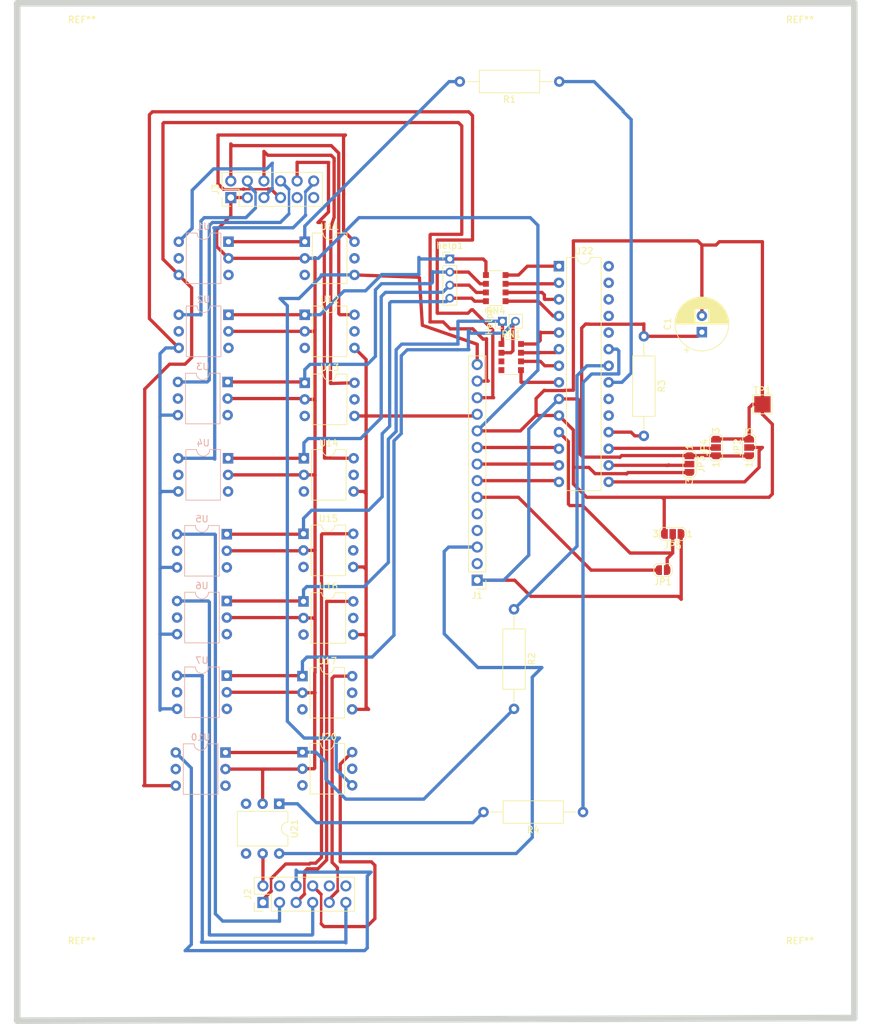
<source format=kicad_pcb>
(kicad_pcb (version 20171130) (host pcbnew "(5.1.9-0-10_14)")

  (general
    (thickness 1.6)
    (drawings 4)
    (tracks 596)
    (zones 0)
    (modules 40)
    (nets 105)
  )

  (page A4)
  (layers
    (0 F.Cu signal)
    (31 B.Cu signal)
    (32 B.Adhes user)
    (33 F.Adhes user)
    (34 B.Paste user)
    (35 F.Paste user)
    (36 B.SilkS user)
    (37 F.SilkS user)
    (38 B.Mask user)
    (39 F.Mask user)
    (40 Dwgs.User user)
    (41 Cmts.User user)
    (42 Eco1.User user)
    (43 Eco2.User user)
    (44 Edge.Cuts user)
    (45 Margin user)
    (46 B.CrtYd user)
    (47 F.CrtYd user)
    (48 B.Fab user)
    (49 F.Fab user)
  )

  (setup
    (last_trace_width 0.5)
    (user_trace_width 0.375)
    (user_trace_width 0.5)
    (trace_clearance 0.2)
    (zone_clearance 0.508)
    (zone_45_only no)
    (trace_min 0.2)
    (via_size 0.8)
    (via_drill 0.4)
    (via_min_size 0.4)
    (via_min_drill 0.3)
    (uvia_size 0.3)
    (uvia_drill 0.1)
    (uvias_allowed no)
    (uvia_min_size 0.2)
    (uvia_min_drill 0.1)
    (edge_width 0.1)
    (segment_width 0.2)
    (pcb_text_width 0.3)
    (pcb_text_size 1.5 1.5)
    (mod_edge_width 0.15)
    (mod_text_size 1 1)
    (mod_text_width 0.15)
    (pad_size 1.6 1.6)
    (pad_drill 0.8)
    (pad_to_mask_clearance 0)
    (aux_axis_origin 0 0)
    (visible_elements FFFFFF7F)
    (pcbplotparams
      (layerselection 0x010fc_ffffffff)
      (usegerberextensions false)
      (usegerberattributes true)
      (usegerberadvancedattributes true)
      (creategerberjobfile true)
      (excludeedgelayer true)
      (linewidth 0.100000)
      (plotframeref false)
      (viasonmask false)
      (mode 1)
      (useauxorigin false)
      (hpglpennumber 1)
      (hpglpenspeed 20)
      (hpglpendiameter 15.000000)
      (psnegative false)
      (psa4output false)
      (plotreference true)
      (plotvalue true)
      (plotinvisibletext false)
      (padsonsilk false)
      (subtractmaskfromsilk false)
      (outputformat 1)
      (mirror false)
      (drillshape 0)
      (scaleselection 1)
      (outputdirectory ""))
  )

  (net 0 "")
  (net 1 I-)
  (net 2 V-)
  (net 3 V+)
  (net 4 I+)
  (net 5 GND)
  (net 6 SCK)
  (net 7 MOSI)
  (net 8 MISO)
  (net 9 "Net-(J1-Pad6)")
  (net 10 SCL)
  (net 11 SDA)
  (net 12 V_D)
  (net 13 +3V3)
  (net 14 +5V)
  (net 15 ~CS)
  (net 16 A0)
  (net 17 A1)
  (net 18 A2)
  (net 19 "Net-(RN1-Pad6)")
  (net 20 "Net-(RN1-Pad5)")
  (net 21 "Net-(RN1-Pad8)")
  (net 22 "Net-(RN1-Pad7)")
  (net 23 /P6)
  (net 24 /P5)
  (net 25 /P2)
  (net 26 /P1)
  (net 27 /P4)
  (net 28 /P3)
  (net 29 "Net-(RN4-Pad3)")
  (net 30 "Net-(RN4-Pad2)")
  (net 31 "Net-(RN4-Pad4)")
  (net 32 "Net-(RN4-Pad1)")
  (net 33 /VT)
  (net 34 "Net-(U1-Pad3)")
  (net 35 "Net-(U1-Pad5)")
  (net 36 /TOP)
  (net 37 /V1)
  (net 38 "Net-(U2-Pad3)")
  (net 39 "Net-(U2-Pad5)")
  (net 40 /V2)
  (net 41 "Net-(U3-Pad3)")
  (net 42 "Net-(U3-Pad5)")
  (net 43 /V3)
  (net 44 "Net-(U4-Pad3)")
  (net 45 "Net-(U4-Pad5)")
  (net 46 /V4)
  (net 47 "Net-(U5-Pad3)")
  (net 48 "Net-(U5-Pad5)")
  (net 49 /V5)
  (net 50 "Net-(U6-Pad3)")
  (net 51 "Net-(U6-Pad5)")
  (net 52 /V6)
  (net 53 "Net-(U7-Pad3)")
  (net 54 "Net-(U7-Pad5)")
  (net 55 /VB)
  (net 56 "Net-(U10-Pad3)")
  (net 57 "Net-(U10-Pad5)")
  (net 58 /BOT)
  (net 59 /IT)
  (net 60 "Net-(U11-Pad3)")
  (net 61 "Net-(U11-Pad5)")
  (net 62 /I1)
  (net 63 "Net-(U12-Pad3)")
  (net 64 "Net-(U12-Pad5)")
  (net 65 /I2)
  (net 66 "Net-(U13-Pad3)")
  (net 67 "Net-(U13-Pad5)")
  (net 68 /I3)
  (net 69 "Net-(U14-Pad3)")
  (net 70 "Net-(U14-Pad5)")
  (net 71 /I4)
  (net 72 "Net-(U15-Pad3)")
  (net 73 "Net-(U15-Pad5)")
  (net 74 /I5)
  (net 75 "Net-(U16-Pad3)")
  (net 76 "Net-(U16-Pad5)")
  (net 77 /I6)
  (net 78 "Net-(U17-Pad3)")
  (net 79 "Net-(U17-Pad5)")
  (net 80 /IB)
  (net 81 "Net-(U20-Pad3)")
  (net 82 "Net-(U20-Pad5)")
  (net 83 "Net-(U21-Pad3)")
  (net 84 /RSense)
  (net 85 "Net-(U21-Pad4)")
  (net 86 /V_D_EN)
  (net 87 "Net-(U22-Pad28)")
  (net 88 "Net-(U22-Pad27)")
  (net 89 "Net-(U22-Pad26)")
  (net 90 "Net-(U22-Pad25)")
  (net 91 "Net-(U22-Pad24)")
  (net 92 "Net-(R4-Pad1)")
  (net 93 "Net-(R2-Pad1)")
  (net 94 "Net-(R1-Pad1)")
  (net 95 "Net-(U22-Pad20)")
  (net 96 "Net-(U22-Pad19)")
  (net 97 "Net-(R3-Pad2)")
  (net 98 "Net-(J2-Pad4)")
  (net 99 "Net-(J2-Pad10)")
  (net 100 "Net-(J2-Pad12)")
  (net 101 "Net-(J3-Pad11)")
  (net 102 "Net-(J3-Pad9)")
  (net 103 "Net-(RN1-Pad3)")
  (net 104 "Net-(RN1-Pad4)")

  (net_class Default "This is the default net class."
    (clearance 0.2)
    (trace_width 0.25)
    (via_dia 0.8)
    (via_drill 0.4)
    (uvia_dia 0.3)
    (uvia_drill 0.1)
    (add_net +3V3)
    (add_net +5V)
    (add_net /BOT)
    (add_net /I1)
    (add_net /I2)
    (add_net /I3)
    (add_net /I4)
    (add_net /I5)
    (add_net /I6)
    (add_net /IB)
    (add_net /IT)
    (add_net /P1)
    (add_net /P2)
    (add_net /P3)
    (add_net /P4)
    (add_net /P5)
    (add_net /P6)
    (add_net /RSense)
    (add_net /TOP)
    (add_net /V1)
    (add_net /V2)
    (add_net /V3)
    (add_net /V4)
    (add_net /V5)
    (add_net /V6)
    (add_net /VB)
    (add_net /VT)
    (add_net /V_D_EN)
    (add_net A0)
    (add_net A1)
    (add_net A2)
    (add_net GND)
    (add_net I+)
    (add_net I-)
    (add_net MISO)
    (add_net MOSI)
    (add_net "Net-(J1-Pad6)")
    (add_net "Net-(J2-Pad10)")
    (add_net "Net-(J2-Pad12)")
    (add_net "Net-(J2-Pad4)")
    (add_net "Net-(J3-Pad11)")
    (add_net "Net-(J3-Pad9)")
    (add_net "Net-(R1-Pad1)")
    (add_net "Net-(R2-Pad1)")
    (add_net "Net-(R3-Pad2)")
    (add_net "Net-(R4-Pad1)")
    (add_net "Net-(RN1-Pad3)")
    (add_net "Net-(RN1-Pad4)")
    (add_net "Net-(RN1-Pad5)")
    (add_net "Net-(RN1-Pad6)")
    (add_net "Net-(RN1-Pad7)")
    (add_net "Net-(RN1-Pad8)")
    (add_net "Net-(RN4-Pad1)")
    (add_net "Net-(RN4-Pad2)")
    (add_net "Net-(RN4-Pad3)")
    (add_net "Net-(RN4-Pad4)")
    (add_net "Net-(U1-Pad3)")
    (add_net "Net-(U1-Pad5)")
    (add_net "Net-(U10-Pad3)")
    (add_net "Net-(U10-Pad5)")
    (add_net "Net-(U11-Pad3)")
    (add_net "Net-(U11-Pad5)")
    (add_net "Net-(U12-Pad3)")
    (add_net "Net-(U12-Pad5)")
    (add_net "Net-(U13-Pad3)")
    (add_net "Net-(U13-Pad5)")
    (add_net "Net-(U14-Pad3)")
    (add_net "Net-(U14-Pad5)")
    (add_net "Net-(U15-Pad3)")
    (add_net "Net-(U15-Pad5)")
    (add_net "Net-(U16-Pad3)")
    (add_net "Net-(U16-Pad5)")
    (add_net "Net-(U17-Pad3)")
    (add_net "Net-(U17-Pad5)")
    (add_net "Net-(U2-Pad3)")
    (add_net "Net-(U2-Pad5)")
    (add_net "Net-(U20-Pad3)")
    (add_net "Net-(U20-Pad5)")
    (add_net "Net-(U21-Pad3)")
    (add_net "Net-(U21-Pad4)")
    (add_net "Net-(U22-Pad19)")
    (add_net "Net-(U22-Pad20)")
    (add_net "Net-(U22-Pad24)")
    (add_net "Net-(U22-Pad25)")
    (add_net "Net-(U22-Pad26)")
    (add_net "Net-(U22-Pad27)")
    (add_net "Net-(U22-Pad28)")
    (add_net "Net-(U3-Pad3)")
    (add_net "Net-(U3-Pad5)")
    (add_net "Net-(U4-Pad3)")
    (add_net "Net-(U4-Pad5)")
    (add_net "Net-(U5-Pad3)")
    (add_net "Net-(U5-Pad5)")
    (add_net "Net-(U6-Pad3)")
    (add_net "Net-(U6-Pad5)")
    (add_net "Net-(U7-Pad3)")
    (add_net "Net-(U7-Pad5)")
    (add_net SCK)
    (add_net SCL)
    (add_net SDA)
    (add_net V+)
    (add_net V-)
    (add_net V_D)
    (add_net ~CS)
  )

  (module Connector_PinHeader_2.00mm:PinHeader_1x02_P2.00mm_Vertical (layer F.Cu) (tedit 59FED667) (tstamp 602ECDD4)
    (at -215.59 122.41 90)
    (descr "Through hole straight pin header, 1x02, 2.00mm pitch, single row")
    (tags "Through hole pin header THT 1x02 2.00mm single row")
    (path /602F646F)
    (fp_text reference Help2 (at 0 -2.06 90) (layer F.SilkS)
      (effects (font (size 1 1) (thickness 0.15)))
    )
    (fp_text value Conn_01x02 (at 0 4.06 90) (layer F.Fab)
      (effects (font (size 1 1) (thickness 0.15)))
    )
    (fp_text user %R (at 0 1 180) (layer F.Fab)
      (effects (font (size 1 1) (thickness 0.15)))
    )
    (fp_line (start -0.5 -1) (end 1 -1) (layer F.Fab) (width 0.1))
    (fp_line (start 1 -1) (end 1 3) (layer F.Fab) (width 0.1))
    (fp_line (start 1 3) (end -1 3) (layer F.Fab) (width 0.1))
    (fp_line (start -1 3) (end -1 -0.5) (layer F.Fab) (width 0.1))
    (fp_line (start -1 -0.5) (end -0.5 -1) (layer F.Fab) (width 0.1))
    (fp_line (start -1.06 3.06) (end 1.06 3.06) (layer F.SilkS) (width 0.12))
    (fp_line (start -1.06 1) (end -1.06 3.06) (layer F.SilkS) (width 0.12))
    (fp_line (start 1.06 1) (end 1.06 3.06) (layer F.SilkS) (width 0.12))
    (fp_line (start -1.06 1) (end 1.06 1) (layer F.SilkS) (width 0.12))
    (fp_line (start -1.06 0) (end -1.06 -1.06) (layer F.SilkS) (width 0.12))
    (fp_line (start -1.06 -1.06) (end 0 -1.06) (layer F.SilkS) (width 0.12))
    (fp_line (start -1.5 -1.5) (end -1.5 3.5) (layer F.CrtYd) (width 0.05))
    (fp_line (start -1.5 3.5) (end 1.5 3.5) (layer F.CrtYd) (width 0.05))
    (fp_line (start 1.5 3.5) (end 1.5 -1.5) (layer F.CrtYd) (width 0.05))
    (fp_line (start 1.5 -1.5) (end -1.5 -1.5) (layer F.CrtYd) (width 0.05))
    (pad 2 thru_hole oval (at 0 2 90) (size 1.35 1.35) (drill 0.8) (layers *.Cu *.Mask)
      (net 23 /P6))
    (pad 1 thru_hole rect (at 0 0 90) (size 1.35 1.35) (drill 0.8) (layers *.Cu *.Mask)
      (net 24 /P5))
    (model ${KISYS3DMOD}/Connector_PinHeader_2.00mm.3dshapes/PinHeader_1x02_P2.00mm_Vertical.wrl
      (at (xyz 0 0 0))
      (scale (xyz 1 1 1))
      (rotate (xyz 0 0 0))
    )
  )

  (module Capacitor_THT:CP_Radial_D8.0mm_P2.50mm (layer F.Cu) (tedit 5AE50EF0) (tstamp 602822D7)
    (at -185.039 124.079 90)
    (descr "CP, Radial series, Radial, pin pitch=2.50mm, , diameter=8mm, Electrolytic Capacitor")
    (tags "CP Radial series Radial pin pitch 2.50mm  diameter 8mm Electrolytic Capacitor")
    (path /59B1BF3F)
    (fp_text reference C1 (at 1.25 -5.25 90) (layer F.SilkS)
      (effects (font (size 1 1) (thickness 0.15)))
    )
    (fp_text value 0.1uF (at 1.25 5.25 90) (layer F.Fab)
      (effects (font (size 1 1) (thickness 0.15)))
    )
    (fp_line (start -2.759698 -2.715) (end -2.759698 -1.915) (layer F.SilkS) (width 0.12))
    (fp_line (start -3.159698 -2.315) (end -2.359698 -2.315) (layer F.SilkS) (width 0.12))
    (fp_line (start 5.331 -0.533) (end 5.331 0.533) (layer F.SilkS) (width 0.12))
    (fp_line (start 5.291 -0.768) (end 5.291 0.768) (layer F.SilkS) (width 0.12))
    (fp_line (start 5.251 -0.948) (end 5.251 0.948) (layer F.SilkS) (width 0.12))
    (fp_line (start 5.211 -1.098) (end 5.211 1.098) (layer F.SilkS) (width 0.12))
    (fp_line (start 5.171 -1.229) (end 5.171 1.229) (layer F.SilkS) (width 0.12))
    (fp_line (start 5.131 -1.346) (end 5.131 1.346) (layer F.SilkS) (width 0.12))
    (fp_line (start 5.091 -1.453) (end 5.091 1.453) (layer F.SilkS) (width 0.12))
    (fp_line (start 5.051 -1.552) (end 5.051 1.552) (layer F.SilkS) (width 0.12))
    (fp_line (start 5.011 -1.645) (end 5.011 1.645) (layer F.SilkS) (width 0.12))
    (fp_line (start 4.971 -1.731) (end 4.971 1.731) (layer F.SilkS) (width 0.12))
    (fp_line (start 4.931 -1.813) (end 4.931 1.813) (layer F.SilkS) (width 0.12))
    (fp_line (start 4.891 -1.89) (end 4.891 1.89) (layer F.SilkS) (width 0.12))
    (fp_line (start 4.851 -1.964) (end 4.851 1.964) (layer F.SilkS) (width 0.12))
    (fp_line (start 4.811 -2.034) (end 4.811 2.034) (layer F.SilkS) (width 0.12))
    (fp_line (start 4.771 -2.102) (end 4.771 2.102) (layer F.SilkS) (width 0.12))
    (fp_line (start 4.731 -2.166) (end 4.731 2.166) (layer F.SilkS) (width 0.12))
    (fp_line (start 4.691 -2.228) (end 4.691 2.228) (layer F.SilkS) (width 0.12))
    (fp_line (start 4.651 -2.287) (end 4.651 2.287) (layer F.SilkS) (width 0.12))
    (fp_line (start 4.611 -2.345) (end 4.611 2.345) (layer F.SilkS) (width 0.12))
    (fp_line (start 4.571 -2.4) (end 4.571 2.4) (layer F.SilkS) (width 0.12))
    (fp_line (start 4.531 -2.454) (end 4.531 2.454) (layer F.SilkS) (width 0.12))
    (fp_line (start 4.491 -2.505) (end 4.491 2.505) (layer F.SilkS) (width 0.12))
    (fp_line (start 4.451 -2.556) (end 4.451 2.556) (layer F.SilkS) (width 0.12))
    (fp_line (start 4.411 -2.604) (end 4.411 2.604) (layer F.SilkS) (width 0.12))
    (fp_line (start 4.371 -2.651) (end 4.371 2.651) (layer F.SilkS) (width 0.12))
    (fp_line (start 4.331 -2.697) (end 4.331 2.697) (layer F.SilkS) (width 0.12))
    (fp_line (start 4.291 -2.741) (end 4.291 2.741) (layer F.SilkS) (width 0.12))
    (fp_line (start 4.251 -2.784) (end 4.251 2.784) (layer F.SilkS) (width 0.12))
    (fp_line (start 4.211 -2.826) (end 4.211 2.826) (layer F.SilkS) (width 0.12))
    (fp_line (start 4.171 -2.867) (end 4.171 2.867) (layer F.SilkS) (width 0.12))
    (fp_line (start 4.131 -2.907) (end 4.131 2.907) (layer F.SilkS) (width 0.12))
    (fp_line (start 4.091 -2.945) (end 4.091 2.945) (layer F.SilkS) (width 0.12))
    (fp_line (start 4.051 -2.983) (end 4.051 2.983) (layer F.SilkS) (width 0.12))
    (fp_line (start 4.011 -3.019) (end 4.011 3.019) (layer F.SilkS) (width 0.12))
    (fp_line (start 3.971 -3.055) (end 3.971 3.055) (layer F.SilkS) (width 0.12))
    (fp_line (start 3.931 -3.09) (end 3.931 3.09) (layer F.SilkS) (width 0.12))
    (fp_line (start 3.891 -3.124) (end 3.891 3.124) (layer F.SilkS) (width 0.12))
    (fp_line (start 3.851 -3.156) (end 3.851 3.156) (layer F.SilkS) (width 0.12))
    (fp_line (start 3.811 -3.189) (end 3.811 3.189) (layer F.SilkS) (width 0.12))
    (fp_line (start 3.771 -3.22) (end 3.771 3.22) (layer F.SilkS) (width 0.12))
    (fp_line (start 3.731 -3.25) (end 3.731 3.25) (layer F.SilkS) (width 0.12))
    (fp_line (start 3.691 -3.28) (end 3.691 3.28) (layer F.SilkS) (width 0.12))
    (fp_line (start 3.651 -3.309) (end 3.651 3.309) (layer F.SilkS) (width 0.12))
    (fp_line (start 3.611 -3.338) (end 3.611 3.338) (layer F.SilkS) (width 0.12))
    (fp_line (start 3.571 -3.365) (end 3.571 3.365) (layer F.SilkS) (width 0.12))
    (fp_line (start 3.531 1.04) (end 3.531 3.392) (layer F.SilkS) (width 0.12))
    (fp_line (start 3.531 -3.392) (end 3.531 -1.04) (layer F.SilkS) (width 0.12))
    (fp_line (start 3.491 1.04) (end 3.491 3.418) (layer F.SilkS) (width 0.12))
    (fp_line (start 3.491 -3.418) (end 3.491 -1.04) (layer F.SilkS) (width 0.12))
    (fp_line (start 3.451 1.04) (end 3.451 3.444) (layer F.SilkS) (width 0.12))
    (fp_line (start 3.451 -3.444) (end 3.451 -1.04) (layer F.SilkS) (width 0.12))
    (fp_line (start 3.411 1.04) (end 3.411 3.469) (layer F.SilkS) (width 0.12))
    (fp_line (start 3.411 -3.469) (end 3.411 -1.04) (layer F.SilkS) (width 0.12))
    (fp_line (start 3.371 1.04) (end 3.371 3.493) (layer F.SilkS) (width 0.12))
    (fp_line (start 3.371 -3.493) (end 3.371 -1.04) (layer F.SilkS) (width 0.12))
    (fp_line (start 3.331 1.04) (end 3.331 3.517) (layer F.SilkS) (width 0.12))
    (fp_line (start 3.331 -3.517) (end 3.331 -1.04) (layer F.SilkS) (width 0.12))
    (fp_line (start 3.291 1.04) (end 3.291 3.54) (layer F.SilkS) (width 0.12))
    (fp_line (start 3.291 -3.54) (end 3.291 -1.04) (layer F.SilkS) (width 0.12))
    (fp_line (start 3.251 1.04) (end 3.251 3.562) (layer F.SilkS) (width 0.12))
    (fp_line (start 3.251 -3.562) (end 3.251 -1.04) (layer F.SilkS) (width 0.12))
    (fp_line (start 3.211 1.04) (end 3.211 3.584) (layer F.SilkS) (width 0.12))
    (fp_line (start 3.211 -3.584) (end 3.211 -1.04) (layer F.SilkS) (width 0.12))
    (fp_line (start 3.171 1.04) (end 3.171 3.606) (layer F.SilkS) (width 0.12))
    (fp_line (start 3.171 -3.606) (end 3.171 -1.04) (layer F.SilkS) (width 0.12))
    (fp_line (start 3.131 1.04) (end 3.131 3.627) (layer F.SilkS) (width 0.12))
    (fp_line (start 3.131 -3.627) (end 3.131 -1.04) (layer F.SilkS) (width 0.12))
    (fp_line (start 3.091 1.04) (end 3.091 3.647) (layer F.SilkS) (width 0.12))
    (fp_line (start 3.091 -3.647) (end 3.091 -1.04) (layer F.SilkS) (width 0.12))
    (fp_line (start 3.051 1.04) (end 3.051 3.666) (layer F.SilkS) (width 0.12))
    (fp_line (start 3.051 -3.666) (end 3.051 -1.04) (layer F.SilkS) (width 0.12))
    (fp_line (start 3.011 1.04) (end 3.011 3.686) (layer F.SilkS) (width 0.12))
    (fp_line (start 3.011 -3.686) (end 3.011 -1.04) (layer F.SilkS) (width 0.12))
    (fp_line (start 2.971 1.04) (end 2.971 3.704) (layer F.SilkS) (width 0.12))
    (fp_line (start 2.971 -3.704) (end 2.971 -1.04) (layer F.SilkS) (width 0.12))
    (fp_line (start 2.931 1.04) (end 2.931 3.722) (layer F.SilkS) (width 0.12))
    (fp_line (start 2.931 -3.722) (end 2.931 -1.04) (layer F.SilkS) (width 0.12))
    (fp_line (start 2.891 1.04) (end 2.891 3.74) (layer F.SilkS) (width 0.12))
    (fp_line (start 2.891 -3.74) (end 2.891 -1.04) (layer F.SilkS) (width 0.12))
    (fp_line (start 2.851 1.04) (end 2.851 3.757) (layer F.SilkS) (width 0.12))
    (fp_line (start 2.851 -3.757) (end 2.851 -1.04) (layer F.SilkS) (width 0.12))
    (fp_line (start 2.811 1.04) (end 2.811 3.774) (layer F.SilkS) (width 0.12))
    (fp_line (start 2.811 -3.774) (end 2.811 -1.04) (layer F.SilkS) (width 0.12))
    (fp_line (start 2.771 1.04) (end 2.771 3.79) (layer F.SilkS) (width 0.12))
    (fp_line (start 2.771 -3.79) (end 2.771 -1.04) (layer F.SilkS) (width 0.12))
    (fp_line (start 2.731 1.04) (end 2.731 3.805) (layer F.SilkS) (width 0.12))
    (fp_line (start 2.731 -3.805) (end 2.731 -1.04) (layer F.SilkS) (width 0.12))
    (fp_line (start 2.691 1.04) (end 2.691 3.821) (layer F.SilkS) (width 0.12))
    (fp_line (start 2.691 -3.821) (end 2.691 -1.04) (layer F.SilkS) (width 0.12))
    (fp_line (start 2.651 1.04) (end 2.651 3.835) (layer F.SilkS) (width 0.12))
    (fp_line (start 2.651 -3.835) (end 2.651 -1.04) (layer F.SilkS) (width 0.12))
    (fp_line (start 2.611 1.04) (end 2.611 3.85) (layer F.SilkS) (width 0.12))
    (fp_line (start 2.611 -3.85) (end 2.611 -1.04) (layer F.SilkS) (width 0.12))
    (fp_line (start 2.571 1.04) (end 2.571 3.863) (layer F.SilkS) (width 0.12))
    (fp_line (start 2.571 -3.863) (end 2.571 -1.04) (layer F.SilkS) (width 0.12))
    (fp_line (start 2.531 1.04) (end 2.531 3.877) (layer F.SilkS) (width 0.12))
    (fp_line (start 2.531 -3.877) (end 2.531 -1.04) (layer F.SilkS) (width 0.12))
    (fp_line (start 2.491 1.04) (end 2.491 3.889) (layer F.SilkS) (width 0.12))
    (fp_line (start 2.491 -3.889) (end 2.491 -1.04) (layer F.SilkS) (width 0.12))
    (fp_line (start 2.451 1.04) (end 2.451 3.902) (layer F.SilkS) (width 0.12))
    (fp_line (start 2.451 -3.902) (end 2.451 -1.04) (layer F.SilkS) (width 0.12))
    (fp_line (start 2.411 1.04) (end 2.411 3.914) (layer F.SilkS) (width 0.12))
    (fp_line (start 2.411 -3.914) (end 2.411 -1.04) (layer F.SilkS) (width 0.12))
    (fp_line (start 2.371 1.04) (end 2.371 3.925) (layer F.SilkS) (width 0.12))
    (fp_line (start 2.371 -3.925) (end 2.371 -1.04) (layer F.SilkS) (width 0.12))
    (fp_line (start 2.331 1.04) (end 2.331 3.936) (layer F.SilkS) (width 0.12))
    (fp_line (start 2.331 -3.936) (end 2.331 -1.04) (layer F.SilkS) (width 0.12))
    (fp_line (start 2.291 1.04) (end 2.291 3.947) (layer F.SilkS) (width 0.12))
    (fp_line (start 2.291 -3.947) (end 2.291 -1.04) (layer F.SilkS) (width 0.12))
    (fp_line (start 2.251 1.04) (end 2.251 3.957) (layer F.SilkS) (width 0.12))
    (fp_line (start 2.251 -3.957) (end 2.251 -1.04) (layer F.SilkS) (width 0.12))
    (fp_line (start 2.211 1.04) (end 2.211 3.967) (layer F.SilkS) (width 0.12))
    (fp_line (start 2.211 -3.967) (end 2.211 -1.04) (layer F.SilkS) (width 0.12))
    (fp_line (start 2.171 1.04) (end 2.171 3.976) (layer F.SilkS) (width 0.12))
    (fp_line (start 2.171 -3.976) (end 2.171 -1.04) (layer F.SilkS) (width 0.12))
    (fp_line (start 2.131 1.04) (end 2.131 3.985) (layer F.SilkS) (width 0.12))
    (fp_line (start 2.131 -3.985) (end 2.131 -1.04) (layer F.SilkS) (width 0.12))
    (fp_line (start 2.091 1.04) (end 2.091 3.994) (layer F.SilkS) (width 0.12))
    (fp_line (start 2.091 -3.994) (end 2.091 -1.04) (layer F.SilkS) (width 0.12))
    (fp_line (start 2.051 1.04) (end 2.051 4.002) (layer F.SilkS) (width 0.12))
    (fp_line (start 2.051 -4.002) (end 2.051 -1.04) (layer F.SilkS) (width 0.12))
    (fp_line (start 2.011 1.04) (end 2.011 4.01) (layer F.SilkS) (width 0.12))
    (fp_line (start 2.011 -4.01) (end 2.011 -1.04) (layer F.SilkS) (width 0.12))
    (fp_line (start 1.971 1.04) (end 1.971 4.017) (layer F.SilkS) (width 0.12))
    (fp_line (start 1.971 -4.017) (end 1.971 -1.04) (layer F.SilkS) (width 0.12))
    (fp_line (start 1.93 1.04) (end 1.93 4.024) (layer F.SilkS) (width 0.12))
    (fp_line (start 1.93 -4.024) (end 1.93 -1.04) (layer F.SilkS) (width 0.12))
    (fp_line (start 1.89 1.04) (end 1.89 4.03) (layer F.SilkS) (width 0.12))
    (fp_line (start 1.89 -4.03) (end 1.89 -1.04) (layer F.SilkS) (width 0.12))
    (fp_line (start 1.85 1.04) (end 1.85 4.037) (layer F.SilkS) (width 0.12))
    (fp_line (start 1.85 -4.037) (end 1.85 -1.04) (layer F.SilkS) (width 0.12))
    (fp_line (start 1.81 1.04) (end 1.81 4.042) (layer F.SilkS) (width 0.12))
    (fp_line (start 1.81 -4.042) (end 1.81 -1.04) (layer F.SilkS) (width 0.12))
    (fp_line (start 1.77 1.04) (end 1.77 4.048) (layer F.SilkS) (width 0.12))
    (fp_line (start 1.77 -4.048) (end 1.77 -1.04) (layer F.SilkS) (width 0.12))
    (fp_line (start 1.73 1.04) (end 1.73 4.052) (layer F.SilkS) (width 0.12))
    (fp_line (start 1.73 -4.052) (end 1.73 -1.04) (layer F.SilkS) (width 0.12))
    (fp_line (start 1.69 1.04) (end 1.69 4.057) (layer F.SilkS) (width 0.12))
    (fp_line (start 1.69 -4.057) (end 1.69 -1.04) (layer F.SilkS) (width 0.12))
    (fp_line (start 1.65 1.04) (end 1.65 4.061) (layer F.SilkS) (width 0.12))
    (fp_line (start 1.65 -4.061) (end 1.65 -1.04) (layer F.SilkS) (width 0.12))
    (fp_line (start 1.61 1.04) (end 1.61 4.065) (layer F.SilkS) (width 0.12))
    (fp_line (start 1.61 -4.065) (end 1.61 -1.04) (layer F.SilkS) (width 0.12))
    (fp_line (start 1.57 1.04) (end 1.57 4.068) (layer F.SilkS) (width 0.12))
    (fp_line (start 1.57 -4.068) (end 1.57 -1.04) (layer F.SilkS) (width 0.12))
    (fp_line (start 1.53 1.04) (end 1.53 4.071) (layer F.SilkS) (width 0.12))
    (fp_line (start 1.53 -4.071) (end 1.53 -1.04) (layer F.SilkS) (width 0.12))
    (fp_line (start 1.49 1.04) (end 1.49 4.074) (layer F.SilkS) (width 0.12))
    (fp_line (start 1.49 -4.074) (end 1.49 -1.04) (layer F.SilkS) (width 0.12))
    (fp_line (start 1.45 -4.076) (end 1.45 4.076) (layer F.SilkS) (width 0.12))
    (fp_line (start 1.41 -4.077) (end 1.41 4.077) (layer F.SilkS) (width 0.12))
    (fp_line (start 1.37 -4.079) (end 1.37 4.079) (layer F.SilkS) (width 0.12))
    (fp_line (start 1.33 -4.08) (end 1.33 4.08) (layer F.SilkS) (width 0.12))
    (fp_line (start 1.29 -4.08) (end 1.29 4.08) (layer F.SilkS) (width 0.12))
    (fp_line (start 1.25 -4.08) (end 1.25 4.08) (layer F.SilkS) (width 0.12))
    (fp_line (start -1.776759 -2.1475) (end -1.776759 -1.3475) (layer F.Fab) (width 0.1))
    (fp_line (start -2.176759 -1.7475) (end -1.376759 -1.7475) (layer F.Fab) (width 0.1))
    (fp_circle (center 1.25 0) (end 5.5 0) (layer F.CrtYd) (width 0.05))
    (fp_circle (center 1.25 0) (end 5.37 0) (layer F.SilkS) (width 0.12))
    (fp_circle (center 1.25 0) (end 5.25 0) (layer F.Fab) (width 0.1))
    (fp_text user %R (at 1.25 0 90) (layer F.Fab)
      (effects (font (size 1 1) (thickness 0.15)))
    )
    (pad 1 thru_hole rect (at 0 0 90) (size 1.6 1.6) (drill 0.8) (layers *.Cu *.Mask)
      (net 14 +5V))
    (pad 2 thru_hole circle (at 2.5 0 90) (size 1.6 1.6) (drill 0.8) (layers *.Cu *.Mask)
      (net 5 GND))
    (model ${KISYS3DMOD}/Capacitor_THT.3dshapes/CP_Radial_D8.0mm_P2.50mm.wrl
      (at (xyz 0 0 0))
      (scale (xyz 1 1 1))
      (rotate (xyz 0 0 0))
    )
  )

  (module Connector_PinHeader_2.54mm:PinHeader_1x14_P2.54mm_Vertical (layer F.Cu) (tedit 59FED5CC) (tstamp 602822F9)
    (at -219.456 162.052 180)
    (descr "Through hole straight pin header, 1x14, 2.54mm pitch, single row")
    (tags "Through hole pin header THT 1x14 2.54mm single row")
    (path /59B2F947)
    (fp_text reference J1 (at 0 -2.33 180) (layer F.SilkS)
      (effects (font (size 1 1) (thickness 0.15)))
    )
    (fp_text value Conn_01x14 (at 0 35.35 180) (layer F.Fab)
      (effects (font (size 1 1) (thickness 0.15)))
    )
    (fp_line (start 1.8 -1.8) (end -1.8 -1.8) (layer F.CrtYd) (width 0.05))
    (fp_line (start 1.8 34.8) (end 1.8 -1.8) (layer F.CrtYd) (width 0.05))
    (fp_line (start -1.8 34.8) (end 1.8 34.8) (layer F.CrtYd) (width 0.05))
    (fp_line (start -1.8 -1.8) (end -1.8 34.8) (layer F.CrtYd) (width 0.05))
    (fp_line (start -1.33 -1.33) (end 0 -1.33) (layer F.SilkS) (width 0.12))
    (fp_line (start -1.33 0) (end -1.33 -1.33) (layer F.SilkS) (width 0.12))
    (fp_line (start -1.33 1.27) (end 1.33 1.27) (layer F.SilkS) (width 0.12))
    (fp_line (start 1.33 1.27) (end 1.33 34.35) (layer F.SilkS) (width 0.12))
    (fp_line (start -1.33 1.27) (end -1.33 34.35) (layer F.SilkS) (width 0.12))
    (fp_line (start -1.33 34.35) (end 1.33 34.35) (layer F.SilkS) (width 0.12))
    (fp_line (start -1.27 -0.635) (end -0.635 -1.27) (layer F.Fab) (width 0.1))
    (fp_line (start -1.27 34.29) (end -1.27 -0.635) (layer F.Fab) (width 0.1))
    (fp_line (start 1.27 34.29) (end -1.27 34.29) (layer F.Fab) (width 0.1))
    (fp_line (start 1.27 -1.27) (end 1.27 34.29) (layer F.Fab) (width 0.1))
    (fp_line (start -0.635 -1.27) (end 1.27 -1.27) (layer F.Fab) (width 0.1))
    (fp_text user %R (at 0 16.51 270) (layer F.Fab)
      (effects (font (size 1 1) (thickness 0.15)))
    )
    (pad 1 thru_hole rect (at 0 0 180) (size 1.7 1.7) (drill 1) (layers *.Cu *.Mask)
      (net 14 +5V))
    (pad 2 thru_hole oval (at 0 2.54 180) (size 1.7 1.7) (drill 1) (layers *.Cu *.Mask)
      (net 13 +3V3))
    (pad 3 thru_hole oval (at 0 5.08 180) (size 1.7 1.7) (drill 1) (layers *.Cu *.Mask)
      (net 12 V_D))
    (pad 4 thru_hole oval (at 0 7.62 180) (size 1.7 1.7) (drill 1) (layers *.Cu *.Mask)
      (net 11 SDA))
    (pad 5 thru_hole oval (at 0 10.16 180) (size 1.7 1.7) (drill 1) (layers *.Cu *.Mask)
      (net 10 SCL))
    (pad 6 thru_hole oval (at 0 12.7 180) (size 1.7 1.7) (drill 1) (layers *.Cu *.Mask)
      (net 9 "Net-(J1-Pad6)"))
    (pad 7 thru_hole oval (at 0 15.24 180) (size 1.7 1.7) (drill 1) (layers *.Cu *.Mask)
      (net 8 MISO))
    (pad 8 thru_hole oval (at 0 17.78 180) (size 1.7 1.7) (drill 1) (layers *.Cu *.Mask)
      (net 7 MOSI))
    (pad 9 thru_hole oval (at 0 20.32 180) (size 1.7 1.7) (drill 1) (layers *.Cu *.Mask)
      (net 6 SCK))
    (pad 10 thru_hole oval (at 0 22.86 180) (size 1.7 1.7) (drill 1) (layers *.Cu *.Mask)
      (net 5 GND))
    (pad 11 thru_hole oval (at 0 25.4 180) (size 1.7 1.7) (drill 1) (layers *.Cu *.Mask)
      (net 4 I+))
    (pad 12 thru_hole oval (at 0 27.94 180) (size 1.7 1.7) (drill 1) (layers *.Cu *.Mask)
      (net 3 V+))
    (pad 13 thru_hole oval (at 0 30.48 180) (size 1.7 1.7) (drill 1) (layers *.Cu *.Mask)
      (net 2 V-))
    (pad 14 thru_hole oval (at 0 33.02 180) (size 1.7 1.7) (drill 1) (layers *.Cu *.Mask)
      (net 1 I-))
    (model ${KISYS3DMOD}/Connector_PinHeader_2.54mm.3dshapes/PinHeader_1x14_P2.54mm_Vertical.wrl
      (at (xyz 0 0 0))
      (scale (xyz 1 1 1))
      (rotate (xyz 0 0 0))
    )
  )

  (module Connector_PinHeader_2.54mm:PinHeader_2x06_P2.54mm_Vertical (layer F.Cu) (tedit 59FED5CC) (tstamp 6028231B)
    (at -252.2728 211.3788 90)
    (descr "Through hole straight pin header, 2x06, 2.54mm pitch, double rows")
    (tags "Through hole pin header THT 2x06 2.54mm double row")
    (path /59B181A3)
    (fp_text reference J2 (at 1.27 -2.33 90) (layer F.SilkS)
      (effects (font (size 1 1) (thickness 0.15)))
    )
    (fp_text value Conn_02x06_Odd_Even (at 1.27 15.03 90) (layer F.Fab)
      (effects (font (size 1 1) (thickness 0.15)))
    )
    (fp_line (start 4.35 -1.8) (end -1.8 -1.8) (layer F.CrtYd) (width 0.05))
    (fp_line (start 4.35 14.5) (end 4.35 -1.8) (layer F.CrtYd) (width 0.05))
    (fp_line (start -1.8 14.5) (end 4.35 14.5) (layer F.CrtYd) (width 0.05))
    (fp_line (start -1.8 -1.8) (end -1.8 14.5) (layer F.CrtYd) (width 0.05))
    (fp_line (start -1.33 -1.33) (end 0 -1.33) (layer F.SilkS) (width 0.12))
    (fp_line (start -1.33 0) (end -1.33 -1.33) (layer F.SilkS) (width 0.12))
    (fp_line (start 1.27 -1.33) (end 3.87 -1.33) (layer F.SilkS) (width 0.12))
    (fp_line (start 1.27 1.27) (end 1.27 -1.33) (layer F.SilkS) (width 0.12))
    (fp_line (start -1.33 1.27) (end 1.27 1.27) (layer F.SilkS) (width 0.12))
    (fp_line (start 3.87 -1.33) (end 3.87 14.03) (layer F.SilkS) (width 0.12))
    (fp_line (start -1.33 1.27) (end -1.33 14.03) (layer F.SilkS) (width 0.12))
    (fp_line (start -1.33 14.03) (end 3.87 14.03) (layer F.SilkS) (width 0.12))
    (fp_line (start -1.27 0) (end 0 -1.27) (layer F.Fab) (width 0.1))
    (fp_line (start -1.27 13.97) (end -1.27 0) (layer F.Fab) (width 0.1))
    (fp_line (start 3.81 13.97) (end -1.27 13.97) (layer F.Fab) (width 0.1))
    (fp_line (start 3.81 -1.27) (end 3.81 13.97) (layer F.Fab) (width 0.1))
    (fp_line (start 0 -1.27) (end 3.81 -1.27) (layer F.Fab) (width 0.1))
    (fp_text user %R (at 1.27 6.35 180) (layer F.Fab)
      (effects (font (size 1 1) (thickness 0.15)))
    )
    (pad 1 thru_hole rect (at 0 0 90) (size 1.7 1.7) (drill 1) (layers *.Cu *.Mask)
      (net 71 /I4))
    (pad 2 thru_hole oval (at 2.54 0 90) (size 1.7 1.7) (drill 1) (layers *.Cu *.Mask)
      (net 84 /RSense))
    (pad 3 thru_hole oval (at 0 2.54 90) (size 1.7 1.7) (drill 1) (layers *.Cu *.Mask)
      (net 46 /V4))
    (pad 4 thru_hole oval (at 2.54 2.54 90) (size 1.7 1.7) (drill 1) (layers *.Cu *.Mask)
      (net 98 "Net-(J2-Pad4)"))
    (pad 5 thru_hole oval (at 0 5.08 90) (size 1.7 1.7) (drill 1) (layers *.Cu *.Mask)
      (net 74 /I5))
    (pad 6 thru_hole oval (at 2.54 5.08 90) (size 1.7 1.7) (drill 1) (layers *.Cu *.Mask)
      (net 55 /VB))
    (pad 7 thru_hole oval (at 0 7.62 90) (size 1.7 1.7) (drill 1) (layers *.Cu *.Mask)
      (net 49 /V5))
    (pad 8 thru_hole oval (at 2.54 7.62 90) (size 1.7 1.7) (drill 1) (layers *.Cu *.Mask)
      (net 80 /IB))
    (pad 9 thru_hole oval (at 0 10.16 90) (size 1.7 1.7) (drill 1) (layers *.Cu *.Mask)
      (net 77 /I6))
    (pad 10 thru_hole oval (at 2.54 10.16 90) (size 1.7 1.7) (drill 1) (layers *.Cu *.Mask)
      (net 99 "Net-(J2-Pad10)"))
    (pad 11 thru_hole oval (at 0 12.7 90) (size 1.7 1.7) (drill 1) (layers *.Cu *.Mask)
      (net 52 /V6))
    (pad 12 thru_hole oval (at 2.54 12.7 90) (size 1.7 1.7) (drill 1) (layers *.Cu *.Mask)
      (net 100 "Net-(J2-Pad12)"))
    (model ${KISYS3DMOD}/Connector_PinHeader_2.54mm.3dshapes/PinHeader_2x06_P2.54mm_Vertical.wrl
      (at (xyz 0 0 0))
      (scale (xyz 1 1 1))
      (rotate (xyz 0 0 0))
    )
  )

  (module Connector_PinHeader_2.54mm:PinHeader_2x06_P2.54mm_Vertical (layer F.Cu) (tedit 59FED5CC) (tstamp 6028233D)
    (at -257.2004 103.4796 90)
    (descr "Through hole straight pin header, 2x06, 2.54mm pitch, double rows")
    (tags "Through hole pin header THT 2x06 2.54mm double row")
    (path /59B18DF3)
    (fp_text reference J3 (at 1.27 -2.33 90) (layer F.SilkS)
      (effects (font (size 1 1) (thickness 0.15)))
    )
    (fp_text value Conn_02x06_Odd_Even (at 1.27 15.03 90) (layer F.Fab)
      (effects (font (size 1 1) (thickness 0.15)))
    )
    (fp_line (start 0 -1.27) (end 3.81 -1.27) (layer F.Fab) (width 0.1))
    (fp_line (start 3.81 -1.27) (end 3.81 13.97) (layer F.Fab) (width 0.1))
    (fp_line (start 3.81 13.97) (end -1.27 13.97) (layer F.Fab) (width 0.1))
    (fp_line (start -1.27 13.97) (end -1.27 0) (layer F.Fab) (width 0.1))
    (fp_line (start -1.27 0) (end 0 -1.27) (layer F.Fab) (width 0.1))
    (fp_line (start -1.33 14.03) (end 3.87 14.03) (layer F.SilkS) (width 0.12))
    (fp_line (start -1.33 1.27) (end -1.33 14.03) (layer F.SilkS) (width 0.12))
    (fp_line (start 3.87 -1.33) (end 3.87 14.03) (layer F.SilkS) (width 0.12))
    (fp_line (start -1.33 1.27) (end 1.27 1.27) (layer F.SilkS) (width 0.12))
    (fp_line (start 1.27 1.27) (end 1.27 -1.33) (layer F.SilkS) (width 0.12))
    (fp_line (start 1.27 -1.33) (end 3.87 -1.33) (layer F.SilkS) (width 0.12))
    (fp_line (start -1.33 0) (end -1.33 -1.33) (layer F.SilkS) (width 0.12))
    (fp_line (start -1.33 -1.33) (end 0 -1.33) (layer F.SilkS) (width 0.12))
    (fp_line (start -1.8 -1.8) (end -1.8 14.5) (layer F.CrtYd) (width 0.05))
    (fp_line (start -1.8 14.5) (end 4.35 14.5) (layer F.CrtYd) (width 0.05))
    (fp_line (start 4.35 14.5) (end 4.35 -1.8) (layer F.CrtYd) (width 0.05))
    (fp_line (start 4.35 -1.8) (end -1.8 -1.8) (layer F.CrtYd) (width 0.05))
    (fp_text user %R (at 1.27 6.35 180) (layer F.Fab)
      (effects (font (size 1 1) (thickness 0.15)))
    )
    (pad 12 thru_hole oval (at 2.54 12.7 90) (size 1.7 1.7) (drill 1) (layers *.Cu *.Mask)
      (net 43 /V3))
    (pad 11 thru_hole oval (at 0 12.7 90) (size 1.7 1.7) (drill 1) (layers *.Cu *.Mask)
      (net 101 "Net-(J3-Pad11)"))
    (pad 10 thru_hole oval (at 2.54 10.16 90) (size 1.7 1.7) (drill 1) (layers *.Cu *.Mask)
      (net 68 /I3))
    (pad 9 thru_hole oval (at 0 10.16 90) (size 1.7 1.7) (drill 1) (layers *.Cu *.Mask)
      (net 102 "Net-(J3-Pad9)"))
    (pad 8 thru_hole oval (at 2.54 7.62 90) (size 1.7 1.7) (drill 1) (layers *.Cu *.Mask)
      (net 40 /V2))
    (pad 7 thru_hole oval (at 0 7.62 90) (size 1.7 1.7) (drill 1) (layers *.Cu *.Mask)
      (net 59 /IT))
    (pad 6 thru_hole oval (at 2.54 5.08 90) (size 1.7 1.7) (drill 1) (layers *.Cu *.Mask)
      (net 65 /I2))
    (pad 5 thru_hole oval (at 0 5.08 90) (size 1.7 1.7) (drill 1) (layers *.Cu *.Mask)
      (net 33 /VT))
    (pad 4 thru_hole oval (at 2.54 2.54 90) (size 1.7 1.7) (drill 1) (layers *.Cu *.Mask)
      (net 37 /V1))
    (pad 3 thru_hole oval (at 0 2.54 90) (size 1.7 1.7) (drill 1) (layers *.Cu *.Mask)
      (net 5 GND))
    (pad 2 thru_hole oval (at 2.54 0 90) (size 1.7 1.7) (drill 1) (layers *.Cu *.Mask)
      (net 62 /I1))
    (pad 1 thru_hole rect (at 0 0 90) (size 1.7 1.7) (drill 1) (layers *.Cu *.Mask)
      (net 5 GND))
    (model ${KISYS3DMOD}/Connector_PinHeader_2.54mm.3dshapes/PinHeader_2x06_P2.54mm_Vertical.wrl
      (at (xyz 0 0 0))
      (scale (xyz 1 1 1))
      (rotate (xyz 0 0 0))
    )
  )

  (module Jumper:SolderJumper-2_P1.3mm_Open_RoundedPad1.0x1.5mm (layer F.Cu) (tedit 5B391E66) (tstamp 6028234F)
    (at -191.008 160.5026 180)
    (descr "SMD Solder Jumper, 1x1.5mm, rounded Pads, 0.3mm gap, open")
    (tags "solder jumper open")
    (path /59B32BB0)
    (attr virtual)
    (fp_text reference JP1 (at 0 -1.8 180) (layer F.SilkS)
      (effects (font (size 1 1) (thickness 0.15)))
    )
    (fp_text value Jumper_NC_Small (at 0 1.9 180) (layer F.Fab)
      (effects (font (size 1 1) (thickness 0.15)))
    )
    (fp_line (start 1.65 1.25) (end -1.65 1.25) (layer F.CrtYd) (width 0.05))
    (fp_line (start 1.65 1.25) (end 1.65 -1.25) (layer F.CrtYd) (width 0.05))
    (fp_line (start -1.65 -1.25) (end -1.65 1.25) (layer F.CrtYd) (width 0.05))
    (fp_line (start -1.65 -1.25) (end 1.65 -1.25) (layer F.CrtYd) (width 0.05))
    (fp_line (start -0.7 -1) (end 0.7 -1) (layer F.SilkS) (width 0.12))
    (fp_line (start 1.4 -0.3) (end 1.4 0.3) (layer F.SilkS) (width 0.12))
    (fp_line (start 0.7 1) (end -0.7 1) (layer F.SilkS) (width 0.12))
    (fp_line (start -1.4 0.3) (end -1.4 -0.3) (layer F.SilkS) (width 0.12))
    (fp_arc (start 0.7 -0.3) (end 1.4 -0.3) (angle -90) (layer F.SilkS) (width 0.12))
    (fp_arc (start 0.7 0.3) (end 0.7 1) (angle -90) (layer F.SilkS) (width 0.12))
    (fp_arc (start -0.7 0.3) (end -1.4 0.3) (angle -90) (layer F.SilkS) (width 0.12))
    (fp_arc (start -0.7 -0.3) (end -0.7 -1) (angle -90) (layer F.SilkS) (width 0.12))
    (pad 1 smd custom (at -0.65 0 180) (size 1 0.5) (layers F.Cu F.Mask)
      (net 15 ~CS) (zone_connect 2)
      (options (clearance outline) (anchor rect))
      (primitives
        (gr_circle (center 0 0.25) (end 0.5 0.25) (width 0))
        (gr_circle (center 0 -0.25) (end 0.5 -0.25) (width 0))
        (gr_poly (pts
           (xy 0 -0.75) (xy 0.5 -0.75) (xy 0.5 0.75) (xy 0 0.75)) (width 0))
      ))
    (pad 2 smd custom (at 0.65 0 180) (size 1 0.5) (layers F.Cu F.Mask)
      (net 9 "Net-(J1-Pad6)") (zone_connect 2)
      (options (clearance outline) (anchor rect))
      (primitives
        (gr_circle (center 0 0.25) (end 0.5 0.25) (width 0))
        (gr_circle (center 0 -0.25) (end 0.5 -0.25) (width 0))
        (gr_poly (pts
           (xy 0 -0.75) (xy -0.5 -0.75) (xy -0.5 0.75) (xy 0 0.75)) (width 0))
      ))
  )

  (module Jumper:SolderJumper-3_P1.3mm_Open_RoundedPad1.0x1.5mm_NumberLabels (layer F.Cu) (tedit 5B391ED1) (tstamp 60282364)
    (at -177.8 141.732 90)
    (descr "SMD Solder 3-pad Jumper, 1x1.5mm rounded Pads, 0.3mm gap, open, labeled with numbers")
    (tags "solder jumper open")
    (path /59B33F26)
    (attr virtual)
    (fp_text reference JP2 (at 0 -1.8 90) (layer F.SilkS)
      (effects (font (size 1 1) (thickness 0.15)))
    )
    (fp_text value Jumper_NC_Dual (at 0 1.9 90) (layer F.Fab)
      (effects (font (size 1 1) (thickness 0.15)))
    )
    (fp_line (start -2.05 0.3) (end -2.05 -0.3) (layer F.SilkS) (width 0.12))
    (fp_line (start 1.4 1) (end -1.4 1) (layer F.SilkS) (width 0.12))
    (fp_line (start 2.05 -0.3) (end 2.05 0.3) (layer F.SilkS) (width 0.12))
    (fp_line (start -1.4 -1) (end 1.4 -1) (layer F.SilkS) (width 0.12))
    (fp_line (start -2.3 -1.25) (end 2.3 -1.25) (layer F.CrtYd) (width 0.05))
    (fp_line (start -2.3 -1.25) (end -2.3 1.25) (layer F.CrtYd) (width 0.05))
    (fp_line (start 2.3 1.25) (end 2.3 -1.25) (layer F.CrtYd) (width 0.05))
    (fp_line (start 2.3 1.25) (end -2.3 1.25) (layer F.CrtYd) (width 0.05))
    (fp_arc (start -1.35 -0.3) (end -1.35 -1) (angle -90) (layer F.SilkS) (width 0.12))
    (fp_arc (start -1.35 0.3) (end -2.05 0.3) (angle -90) (layer F.SilkS) (width 0.12))
    (fp_arc (start 1.35 0.3) (end 1.35 1) (angle -90) (layer F.SilkS) (width 0.12))
    (fp_arc (start 1.35 -0.3) (end 2.05 -0.3) (angle -90) (layer F.SilkS) (width 0.12))
    (fp_text user 1 (at -2.6 0 90) (layer F.SilkS)
      (effects (font (size 1 1) (thickness 0.15)))
    )
    (fp_text user 3 (at 2.6 0 90) (layer F.SilkS)
      (effects (font (size 1 1) (thickness 0.15)))
    )
    (pad 2 smd rect (at 0 0 90) (size 1 1.5) (layers F.Cu F.Mask)
      (net 16 A0))
    (pad 3 smd custom (at 1.3 0 90) (size 1 0.5) (layers F.Cu F.Mask)
      (net 5 GND) (zone_connect 2)
      (options (clearance outline) (anchor rect))
      (primitives
        (gr_circle (center 0 0.25) (end 0.5 0.25) (width 0))
        (gr_circle (center 0 -0.25) (end 0.5 -0.25) (width 0))
        (gr_poly (pts
           (xy -0.55 -0.75) (xy 0 -0.75) (xy 0 0.75) (xy -0.55 0.75)) (width 0))
      ))
    (pad 1 smd custom (at -1.3 0 90) (size 1 0.5) (layers F.Cu F.Mask)
      (net 14 +5V) (zone_connect 2)
      (options (clearance outline) (anchor rect))
      (primitives
        (gr_circle (center 0 0.25) (end 0.5 0.25) (width 0))
        (gr_circle (center 0 -0.25) (end 0.5 -0.25) (width 0))
        (gr_poly (pts
           (xy 0.55 -0.75) (xy 0 -0.75) (xy 0 0.75) (xy 0.55 0.75)) (width 0))
      ))
  )

  (module Jumper:SolderJumper-3_P1.3mm_Open_RoundedPad1.0x1.5mm_NumberLabels (layer F.Cu) (tedit 5B391ED1) (tstamp 60282379)
    (at -186.944 144.272 270)
    (descr "SMD Solder 3-pad Jumper, 1x1.5mm rounded Pads, 0.3mm gap, open, labeled with numbers")
    (tags "solder jumper open")
    (path /59B33E8C)
    (attr virtual)
    (fp_text reference JP3 (at 0 -1.8 270) (layer F.SilkS)
      (effects (font (size 1 1) (thickness 0.15)))
    )
    (fp_text value Jumper_NC_Dual (at 0 1.9 270) (layer F.Fab)
      (effects (font (size 1 1) (thickness 0.15)))
    )
    (fp_line (start 2.3 1.25) (end -2.3 1.25) (layer F.CrtYd) (width 0.05))
    (fp_line (start 2.3 1.25) (end 2.3 -1.25) (layer F.CrtYd) (width 0.05))
    (fp_line (start -2.3 -1.25) (end -2.3 1.25) (layer F.CrtYd) (width 0.05))
    (fp_line (start -2.3 -1.25) (end 2.3 -1.25) (layer F.CrtYd) (width 0.05))
    (fp_line (start -1.4 -1) (end 1.4 -1) (layer F.SilkS) (width 0.12))
    (fp_line (start 2.05 -0.3) (end 2.05 0.3) (layer F.SilkS) (width 0.12))
    (fp_line (start 1.4 1) (end -1.4 1) (layer F.SilkS) (width 0.12))
    (fp_line (start -2.05 0.3) (end -2.05 -0.3) (layer F.SilkS) (width 0.12))
    (fp_text user 3 (at 2.6 0 270) (layer F.SilkS)
      (effects (font (size 1 1) (thickness 0.15)))
    )
    (fp_text user 1 (at -2.6 0 270) (layer F.SilkS)
      (effects (font (size 1 1) (thickness 0.15)))
    )
    (fp_arc (start 1.35 -0.3) (end 2.05 -0.3) (angle -90) (layer F.SilkS) (width 0.12))
    (fp_arc (start 1.35 0.3) (end 1.35 1) (angle -90) (layer F.SilkS) (width 0.12))
    (fp_arc (start -1.35 0.3) (end -2.05 0.3) (angle -90) (layer F.SilkS) (width 0.12))
    (fp_arc (start -1.35 -0.3) (end -1.35 -1) (angle -90) (layer F.SilkS) (width 0.12))
    (pad 1 smd custom (at -1.3 0 270) (size 1 0.5) (layers F.Cu F.Mask)
      (net 14 +5V) (zone_connect 2)
      (options (clearance outline) (anchor rect))
      (primitives
        (gr_circle (center 0 0.25) (end 0.5 0.25) (width 0))
        (gr_circle (center 0 -0.25) (end 0.5 -0.25) (width 0))
        (gr_poly (pts
           (xy 0.55 -0.75) (xy 0 -0.75) (xy 0 0.75) (xy 0.55 0.75)) (width 0))
      ))
    (pad 3 smd custom (at 1.3 0 270) (size 1 0.5) (layers F.Cu F.Mask)
      (net 5 GND) (zone_connect 2)
      (options (clearance outline) (anchor rect))
      (primitives
        (gr_circle (center 0 0.25) (end 0.5 0.25) (width 0))
        (gr_circle (center 0 -0.25) (end 0.5 -0.25) (width 0))
        (gr_poly (pts
           (xy -0.55 -0.75) (xy 0 -0.75) (xy 0 0.75) (xy -0.55 0.75)) (width 0))
      ))
    (pad 2 smd rect (at 0 0 270) (size 1 1.5) (layers F.Cu F.Mask)
      (net 17 A1))
  )

  (module Jumper:SolderJumper-3_P1.3mm_Open_RoundedPad1.0x1.5mm_NumberLabels (layer F.Cu) (tedit 5B391ED1) (tstamp 6028238E)
    (at -182.88 141.732 90)
    (descr "SMD Solder 3-pad Jumper, 1x1.5mm rounded Pads, 0.3mm gap, open, labeled with numbers")
    (tags "solder jumper open")
    (path /59B3399C)
    (attr virtual)
    (fp_text reference JP4 (at 0 -1.8 90) (layer F.SilkS)
      (effects (font (size 1 1) (thickness 0.15)))
    )
    (fp_text value Jumper_NC_Dual (at 0 1.9 90) (layer F.Fab)
      (effects (font (size 1 1) (thickness 0.15)))
    )
    (fp_line (start -2.05 0.3) (end -2.05 -0.3) (layer F.SilkS) (width 0.12))
    (fp_line (start 1.4 1) (end -1.4 1) (layer F.SilkS) (width 0.12))
    (fp_line (start 2.05 -0.3) (end 2.05 0.3) (layer F.SilkS) (width 0.12))
    (fp_line (start -1.4 -1) (end 1.4 -1) (layer F.SilkS) (width 0.12))
    (fp_line (start -2.3 -1.25) (end 2.3 -1.25) (layer F.CrtYd) (width 0.05))
    (fp_line (start -2.3 -1.25) (end -2.3 1.25) (layer F.CrtYd) (width 0.05))
    (fp_line (start 2.3 1.25) (end 2.3 -1.25) (layer F.CrtYd) (width 0.05))
    (fp_line (start 2.3 1.25) (end -2.3 1.25) (layer F.CrtYd) (width 0.05))
    (fp_arc (start -1.35 -0.3) (end -1.35 -1) (angle -90) (layer F.SilkS) (width 0.12))
    (fp_arc (start -1.35 0.3) (end -2.05 0.3) (angle -90) (layer F.SilkS) (width 0.12))
    (fp_arc (start 1.35 0.3) (end 1.35 1) (angle -90) (layer F.SilkS) (width 0.12))
    (fp_arc (start 1.35 -0.3) (end 2.05 -0.3) (angle -90) (layer F.SilkS) (width 0.12))
    (fp_text user 1 (at -2.6 0 90) (layer F.SilkS)
      (effects (font (size 1 1) (thickness 0.15)))
    )
    (fp_text user 3 (at 2.6 0 90) (layer F.SilkS)
      (effects (font (size 1 1) (thickness 0.15)))
    )
    (pad 2 smd rect (at 0 0 90) (size 1 1.5) (layers F.Cu F.Mask)
      (net 18 A2))
    (pad 3 smd custom (at 1.3 0 90) (size 1 0.5) (layers F.Cu F.Mask)
      (net 5 GND) (zone_connect 2)
      (options (clearance outline) (anchor rect))
      (primitives
        (gr_circle (center 0 0.25) (end 0.5 0.25) (width 0))
        (gr_circle (center 0 -0.25) (end 0.5 -0.25) (width 0))
        (gr_poly (pts
           (xy -0.55 -0.75) (xy 0 -0.75) (xy 0 0.75) (xy -0.55 0.75)) (width 0))
      ))
    (pad 1 smd custom (at -1.3 0 90) (size 1 0.5) (layers F.Cu F.Mask)
      (net 14 +5V) (zone_connect 2)
      (options (clearance outline) (anchor rect))
      (primitives
        (gr_circle (center 0 0.25) (end 0.5 0.25) (width 0))
        (gr_circle (center 0 -0.25) (end 0.5 -0.25) (width 0))
        (gr_poly (pts
           (xy 0.55 -0.75) (xy 0 -0.75) (xy 0 0.75) (xy 0.55 0.75)) (width 0))
      ))
  )

  (module Jumper:SolderJumper-3_P1.3mm_Open_RoundedPad1.0x1.5mm_NumberLabels (layer F.Cu) (tedit 5B391ED1) (tstamp 602823A3)
    (at -189.5094 154.9654 180)
    (descr "SMD Solder 3-pad Jumper, 1x1.5mm rounded Pads, 0.3mm gap, open, labeled with numbers")
    (tags "solder jumper open")
    (path /59B33205)
    (attr virtual)
    (fp_text reference JP5 (at 0 -1.8 180) (layer F.SilkS)
      (effects (font (size 1 1) (thickness 0.15)))
    )
    (fp_text value Jumper_NC_Dual (at 0 1.9 180) (layer F.Fab)
      (effects (font (size 1 1) (thickness 0.15)))
    )
    (fp_line (start 2.3 1.25) (end -2.3 1.25) (layer F.CrtYd) (width 0.05))
    (fp_line (start 2.3 1.25) (end 2.3 -1.25) (layer F.CrtYd) (width 0.05))
    (fp_line (start -2.3 -1.25) (end -2.3 1.25) (layer F.CrtYd) (width 0.05))
    (fp_line (start -2.3 -1.25) (end 2.3 -1.25) (layer F.CrtYd) (width 0.05))
    (fp_line (start -1.4 -1) (end 1.4 -1) (layer F.SilkS) (width 0.12))
    (fp_line (start 2.05 -0.3) (end 2.05 0.3) (layer F.SilkS) (width 0.12))
    (fp_line (start 1.4 1) (end -1.4 1) (layer F.SilkS) (width 0.12))
    (fp_line (start -2.05 0.3) (end -2.05 -0.3) (layer F.SilkS) (width 0.12))
    (fp_text user 3 (at 2.6 0 180) (layer F.SilkS)
      (effects (font (size 1 1) (thickness 0.15)))
    )
    (fp_text user 1 (at -2.6 0 180) (layer F.SilkS)
      (effects (font (size 1 1) (thickness 0.15)))
    )
    (fp_arc (start 1.35 -0.3) (end 2.05 -0.3) (angle -90) (layer F.SilkS) (width 0.12))
    (fp_arc (start 1.35 0.3) (end 1.35 1) (angle -90) (layer F.SilkS) (width 0.12))
    (fp_arc (start -1.35 0.3) (end -2.05 0.3) (angle -90) (layer F.SilkS) (width 0.12))
    (fp_arc (start -1.35 -0.3) (end -1.35 -1) (angle -90) (layer F.SilkS) (width 0.12))
    (pad 1 smd custom (at -1.3 0 180) (size 1 0.5) (layers F.Cu F.Mask)
      (net 14 +5V) (zone_connect 2)
      (options (clearance outline) (anchor rect))
      (primitives
        (gr_circle (center 0 0.25) (end 0.5 0.25) (width 0))
        (gr_circle (center 0 -0.25) (end 0.5 -0.25) (width 0))
        (gr_poly (pts
           (xy 0.55 -0.75) (xy 0 -0.75) (xy 0 0.75) (xy 0.55 0.75)) (width 0))
      ))
    (pad 3 smd custom (at 1.3 0 180) (size 1 0.5) (layers F.Cu F.Mask)
      (net 5 GND) (zone_connect 2)
      (options (clearance outline) (anchor rect))
      (primitives
        (gr_circle (center 0 0.25) (end 0.5 0.25) (width 0))
        (gr_circle (center 0 -0.25) (end 0.5 -0.25) (width 0))
        (gr_poly (pts
           (xy -0.55 -0.75) (xy 0 -0.75) (xy 0 0.75) (xy -0.55 0.75)) (width 0))
      ))
    (pad 2 smd rect (at 0 0 180) (size 1 1.5) (layers F.Cu F.Mask)
      (net 15 ~CS))
  )

  (module Resistor_THT:R_Axial_DIN0309_L9.0mm_D3.2mm_P15.24mm_Horizontal (layer F.Cu) (tedit 5AE5139B) (tstamp 602823BA)
    (at -206.883 85.725 180)
    (descr "Resistor, Axial_DIN0309 series, Axial, Horizontal, pin pitch=15.24mm, 0.5W = 1/2W, length*diameter=9*3.2mm^2, http://cdn-reichelt.de/documents/datenblatt/B400/1_4W%23YAG.pdf")
    (tags "Resistor Axial_DIN0309 series Axial Horizontal pin pitch 15.24mm 0.5W = 1/2W length 9mm diameter 3.2mm")
    (path /5C6E90B0)
    (fp_text reference R1 (at 7.62 -2.72 180) (layer F.SilkS)
      (effects (font (size 1 1) (thickness 0.15)))
    )
    (fp_text value 330R (at 7.62 2.72 180) (layer F.Fab)
      (effects (font (size 1 1) (thickness 0.15)))
    )
    (fp_line (start 16.29 -1.85) (end -1.05 -1.85) (layer F.CrtYd) (width 0.05))
    (fp_line (start 16.29 1.85) (end 16.29 -1.85) (layer F.CrtYd) (width 0.05))
    (fp_line (start -1.05 1.85) (end 16.29 1.85) (layer F.CrtYd) (width 0.05))
    (fp_line (start -1.05 -1.85) (end -1.05 1.85) (layer F.CrtYd) (width 0.05))
    (fp_line (start 14.2 0) (end 12.24 0) (layer F.SilkS) (width 0.12))
    (fp_line (start 1.04 0) (end 3 0) (layer F.SilkS) (width 0.12))
    (fp_line (start 12.24 -1.72) (end 3 -1.72) (layer F.SilkS) (width 0.12))
    (fp_line (start 12.24 1.72) (end 12.24 -1.72) (layer F.SilkS) (width 0.12))
    (fp_line (start 3 1.72) (end 12.24 1.72) (layer F.SilkS) (width 0.12))
    (fp_line (start 3 -1.72) (end 3 1.72) (layer F.SilkS) (width 0.12))
    (fp_line (start 15.24 0) (end 12.12 0) (layer F.Fab) (width 0.1))
    (fp_line (start 0 0) (end 3.12 0) (layer F.Fab) (width 0.1))
    (fp_line (start 12.12 -1.6) (end 3.12 -1.6) (layer F.Fab) (width 0.1))
    (fp_line (start 12.12 1.6) (end 12.12 -1.6) (layer F.Fab) (width 0.1))
    (fp_line (start 3.12 1.6) (end 12.12 1.6) (layer F.Fab) (width 0.1))
    (fp_line (start 3.12 -1.6) (end 3.12 1.6) (layer F.Fab) (width 0.1))
    (fp_text user %R (at 7.62 0 180) (layer F.Fab)
      (effects (font (size 1 1) (thickness 0.15)))
    )
    (pad 1 thru_hole circle (at 0 0 180) (size 1.6 1.6) (drill 0.8) (layers *.Cu *.Mask)
      (net 94 "Net-(R1-Pad1)"))
    (pad 2 thru_hole oval (at 15.24 0 180) (size 1.6 1.6) (drill 0.8) (layers *.Cu *.Mask)
      (net 36 /TOP))
    (model ${KISYS3DMOD}/Resistor_THT.3dshapes/R_Axial_DIN0309_L9.0mm_D3.2mm_P15.24mm_Horizontal.wrl
      (at (xyz 0 0 0))
      (scale (xyz 1 1 1))
      (rotate (xyz 0 0 0))
    )
  )

  (module Resistor_THT:R_Axial_DIN0309_L9.0mm_D3.2mm_P15.24mm_Horizontal (layer F.Cu) (tedit 5AE5139B) (tstamp 602823D1)
    (at -213.8172 166.497 270)
    (descr "Resistor, Axial_DIN0309 series, Axial, Horizontal, pin pitch=15.24mm, 0.5W = 1/2W, length*diameter=9*3.2mm^2, http://cdn-reichelt.de/documents/datenblatt/B400/1_4W%23YAG.pdf")
    (tags "Resistor Axial_DIN0309 series Axial Horizontal pin pitch 15.24mm 0.5W = 1/2W length 9mm diameter 3.2mm")
    (path /5C6E9834)
    (fp_text reference R2 (at 7.62 -2.72 270) (layer F.SilkS)
      (effects (font (size 1 1) (thickness 0.15)))
    )
    (fp_text value 330R (at 7.62 2.72 270) (layer F.Fab)
      (effects (font (size 1 1) (thickness 0.15)))
    )
    (fp_line (start 3.12 -1.6) (end 3.12 1.6) (layer F.Fab) (width 0.1))
    (fp_line (start 3.12 1.6) (end 12.12 1.6) (layer F.Fab) (width 0.1))
    (fp_line (start 12.12 1.6) (end 12.12 -1.6) (layer F.Fab) (width 0.1))
    (fp_line (start 12.12 -1.6) (end 3.12 -1.6) (layer F.Fab) (width 0.1))
    (fp_line (start 0 0) (end 3.12 0) (layer F.Fab) (width 0.1))
    (fp_line (start 15.24 0) (end 12.12 0) (layer F.Fab) (width 0.1))
    (fp_line (start 3 -1.72) (end 3 1.72) (layer F.SilkS) (width 0.12))
    (fp_line (start 3 1.72) (end 12.24 1.72) (layer F.SilkS) (width 0.12))
    (fp_line (start 12.24 1.72) (end 12.24 -1.72) (layer F.SilkS) (width 0.12))
    (fp_line (start 12.24 -1.72) (end 3 -1.72) (layer F.SilkS) (width 0.12))
    (fp_line (start 1.04 0) (end 3 0) (layer F.SilkS) (width 0.12))
    (fp_line (start 14.2 0) (end 12.24 0) (layer F.SilkS) (width 0.12))
    (fp_line (start -1.05 -1.85) (end -1.05 1.85) (layer F.CrtYd) (width 0.05))
    (fp_line (start -1.05 1.85) (end 16.29 1.85) (layer F.CrtYd) (width 0.05))
    (fp_line (start 16.29 1.85) (end 16.29 -1.85) (layer F.CrtYd) (width 0.05))
    (fp_line (start 16.29 -1.85) (end -1.05 -1.85) (layer F.CrtYd) (width 0.05))
    (fp_text user %R (at 7.62 0 270) (layer F.Fab)
      (effects (font (size 1 1) (thickness 0.15)))
    )
    (pad 2 thru_hole oval (at 15.24 0 270) (size 1.6 1.6) (drill 0.8) (layers *.Cu *.Mask)
      (net 58 /BOT))
    (pad 1 thru_hole circle (at 0 0 270) (size 1.6 1.6) (drill 0.8) (layers *.Cu *.Mask)
      (net 93 "Net-(R2-Pad1)"))
    (model ${KISYS3DMOD}/Resistor_THT.3dshapes/R_Axial_DIN0309_L9.0mm_D3.2mm_P15.24mm_Horizontal.wrl
      (at (xyz 0 0 0))
      (scale (xyz 1 1 1))
      (rotate (xyz 0 0 0))
    )
  )

  (module Resistor_THT:R_Axial_DIN0309_L9.0mm_D3.2mm_P15.24mm_Horizontal (layer F.Cu) (tedit 5AE5139B) (tstamp 602823E8)
    (at -193.929 124.714 270)
    (descr "Resistor, Axial_DIN0309 series, Axial, Horizontal, pin pitch=15.24mm, 0.5W = 1/2W, length*diameter=9*3.2mm^2, http://cdn-reichelt.de/documents/datenblatt/B400/1_4W%23YAG.pdf")
    (tags "Resistor Axial_DIN0309 series Axial Horizontal pin pitch 15.24mm 0.5W = 1/2W length 9mm diameter 3.2mm")
    (path /59F34C74)
    (fp_text reference R3 (at 7.62 -2.72 270) (layer F.SilkS)
      (effects (font (size 1 1) (thickness 0.15)))
    )
    (fp_text value 10K (at 7.62 2.72 270) (layer F.Fab)
      (effects (font (size 1 1) (thickness 0.15)))
    )
    (fp_line (start 3.12 -1.6) (end 3.12 1.6) (layer F.Fab) (width 0.1))
    (fp_line (start 3.12 1.6) (end 12.12 1.6) (layer F.Fab) (width 0.1))
    (fp_line (start 12.12 1.6) (end 12.12 -1.6) (layer F.Fab) (width 0.1))
    (fp_line (start 12.12 -1.6) (end 3.12 -1.6) (layer F.Fab) (width 0.1))
    (fp_line (start 0 0) (end 3.12 0) (layer F.Fab) (width 0.1))
    (fp_line (start 15.24 0) (end 12.12 0) (layer F.Fab) (width 0.1))
    (fp_line (start 3 -1.72) (end 3 1.72) (layer F.SilkS) (width 0.12))
    (fp_line (start 3 1.72) (end 12.24 1.72) (layer F.SilkS) (width 0.12))
    (fp_line (start 12.24 1.72) (end 12.24 -1.72) (layer F.SilkS) (width 0.12))
    (fp_line (start 12.24 -1.72) (end 3 -1.72) (layer F.SilkS) (width 0.12))
    (fp_line (start 1.04 0) (end 3 0) (layer F.SilkS) (width 0.12))
    (fp_line (start 14.2 0) (end 12.24 0) (layer F.SilkS) (width 0.12))
    (fp_line (start -1.05 -1.85) (end -1.05 1.85) (layer F.CrtYd) (width 0.05))
    (fp_line (start -1.05 1.85) (end 16.29 1.85) (layer F.CrtYd) (width 0.05))
    (fp_line (start 16.29 1.85) (end 16.29 -1.85) (layer F.CrtYd) (width 0.05))
    (fp_line (start 16.29 -1.85) (end -1.05 -1.85) (layer F.CrtYd) (width 0.05))
    (fp_text user %R (at 7.62 0 270) (layer F.Fab)
      (effects (font (size 1 1) (thickness 0.15)))
    )
    (pad 2 thru_hole oval (at 15.24 0 270) (size 1.6 1.6) (drill 0.8) (layers *.Cu *.Mask)
      (net 97 "Net-(R3-Pad2)"))
    (pad 1 thru_hole circle (at 0 0 270) (size 1.6 1.6) (drill 0.8) (layers *.Cu *.Mask)
      (net 14 +5V))
    (model ${KISYS3DMOD}/Resistor_THT.3dshapes/R_Axial_DIN0309_L9.0mm_D3.2mm_P15.24mm_Horizontal.wrl
      (at (xyz 0 0 0))
      (scale (xyz 1 1 1))
      (rotate (xyz 0 0 0))
    )
  )

  (module Resistor_THT:R_Axial_DIN0309_L9.0mm_D3.2mm_P15.24mm_Horizontal (layer F.Cu) (tedit 5AE5139B) (tstamp 602823FF)
    (at -203.2508 197.5358 180)
    (descr "Resistor, Axial_DIN0309 series, Axial, Horizontal, pin pitch=15.24mm, 0.5W = 1/2W, length*diameter=9*3.2mm^2, http://cdn-reichelt.de/documents/datenblatt/B400/1_4W%23YAG.pdf")
    (tags "Resistor Axial_DIN0309 series Axial Horizontal pin pitch 15.24mm 0.5W = 1/2W length 9mm diameter 3.2mm")
    (path /5C6E98BB)
    (fp_text reference R4 (at 7.62 -2.72 180) (layer F.SilkS)
      (effects (font (size 1 1) (thickness 0.15)))
    )
    (fp_text value 680R (at 7.62 2.72 180) (layer F.Fab)
      (effects (font (size 1 1) (thickness 0.15)))
    )
    (fp_line (start 16.29 -1.85) (end -1.05 -1.85) (layer F.CrtYd) (width 0.05))
    (fp_line (start 16.29 1.85) (end 16.29 -1.85) (layer F.CrtYd) (width 0.05))
    (fp_line (start -1.05 1.85) (end 16.29 1.85) (layer F.CrtYd) (width 0.05))
    (fp_line (start -1.05 -1.85) (end -1.05 1.85) (layer F.CrtYd) (width 0.05))
    (fp_line (start 14.2 0) (end 12.24 0) (layer F.SilkS) (width 0.12))
    (fp_line (start 1.04 0) (end 3 0) (layer F.SilkS) (width 0.12))
    (fp_line (start 12.24 -1.72) (end 3 -1.72) (layer F.SilkS) (width 0.12))
    (fp_line (start 12.24 1.72) (end 12.24 -1.72) (layer F.SilkS) (width 0.12))
    (fp_line (start 3 1.72) (end 12.24 1.72) (layer F.SilkS) (width 0.12))
    (fp_line (start 3 -1.72) (end 3 1.72) (layer F.SilkS) (width 0.12))
    (fp_line (start 15.24 0) (end 12.12 0) (layer F.Fab) (width 0.1))
    (fp_line (start 0 0) (end 3.12 0) (layer F.Fab) (width 0.1))
    (fp_line (start 12.12 -1.6) (end 3.12 -1.6) (layer F.Fab) (width 0.1))
    (fp_line (start 12.12 1.6) (end 12.12 -1.6) (layer F.Fab) (width 0.1))
    (fp_line (start 3.12 1.6) (end 12.12 1.6) (layer F.Fab) (width 0.1))
    (fp_line (start 3.12 -1.6) (end 3.12 1.6) (layer F.Fab) (width 0.1))
    (fp_text user %R (at 7.62 0 180) (layer F.Fab)
      (effects (font (size 1 1) (thickness 0.15)))
    )
    (pad 1 thru_hole circle (at 0 0 180) (size 1.6 1.6) (drill 0.8) (layers *.Cu *.Mask)
      (net 92 "Net-(R4-Pad1)"))
    (pad 2 thru_hole oval (at 15.24 0 180) (size 1.6 1.6) (drill 0.8) (layers *.Cu *.Mask)
      (net 86 /V_D_EN))
    (model ${KISYS3DMOD}/Resistor_THT.3dshapes/R_Axial_DIN0309_L9.0mm_D3.2mm_P15.24mm_Horizontal.wrl
      (at (xyz 0 0 0))
      (scale (xyz 1 1 1))
      (rotate (xyz 0 0 0))
    )
  )

  (module Resistor_SMD:R_Array_Convex_4x1206 (layer F.Cu) (tedit 58E0A8BD) (tstamp 60282416)
    (at -214.249 127.889)
    (descr "Chip Resistor Network, ROHM MNR34 (see mnr_g.pdf)")
    (tags "resistor array")
    (path /5C453849)
    (attr smd)
    (fp_text reference RN1 (at 0 -3.5) (layer F.SilkS)
      (effects (font (size 1 1) (thickness 0.15)))
    )
    (fp_text value 330R (at 0 3.5) (layer F.Fab)
      (effects (font (size 1 1) (thickness 0.15)))
    )
    (fp_line (start -1.6 -2.6) (end -1.6 2.6) (layer F.Fab) (width 0.1))
    (fp_line (start -1.6 2.6) (end 1.6 2.6) (layer F.Fab) (width 0.1))
    (fp_line (start 1.6 2.6) (end 1.6 -2.6) (layer F.Fab) (width 0.1))
    (fp_line (start 1.6 -2.6) (end -1.6 -2.6) (layer F.Fab) (width 0.1))
    (fp_line (start 1.05 2.67) (end -1.05 2.67) (layer F.SilkS) (width 0.12))
    (fp_line (start 1.05 -2.67) (end -1.05 -2.67) (layer F.SilkS) (width 0.12))
    (fp_line (start -2.21 -2.85) (end 2.2 -2.85) (layer F.CrtYd) (width 0.05))
    (fp_line (start -2.21 -2.85) (end -2.21 2.85) (layer F.CrtYd) (width 0.05))
    (fp_line (start 2.2 2.85) (end 2.2 -2.85) (layer F.CrtYd) (width 0.05))
    (fp_line (start 2.2 2.85) (end -2.21 2.85) (layer F.CrtYd) (width 0.05))
    (fp_text user %R (at 0 0 90) (layer F.Fab)
      (effects (font (size 0.7 0.7) (thickness 0.105)))
    )
    (pad 6 smd rect (at 1.5 0.66) (size 0.9 0.9) (layers F.Cu F.Paste F.Mask)
      (net 19 "Net-(RN1-Pad6)"))
    (pad 5 smd rect (at 1.5 2) (size 0.9 0.9) (layers F.Cu F.Paste F.Mask)
      (net 20 "Net-(RN1-Pad5)"))
    (pad 8 smd rect (at 1.5 -2) (size 0.9 0.9) (layers F.Cu F.Paste F.Mask)
      (net 21 "Net-(RN1-Pad8)"))
    (pad 7 smd rect (at 1.5 -0.66) (size 0.9 0.9) (layers F.Cu F.Paste F.Mask)
      (net 22 "Net-(RN1-Pad7)"))
    (pad 3 smd rect (at -1.5 0.66) (size 0.9 0.9) (layers F.Cu F.Paste F.Mask)
      (net 103 "Net-(RN1-Pad3)"))
    (pad 2 smd rect (at -1.5 -0.66) (size 0.9 0.9) (layers F.Cu F.Paste F.Mask)
      (net 23 /P6))
    (pad 4 smd rect (at -1.5 2) (size 0.9 0.9) (layers F.Cu F.Paste F.Mask)
      (net 104 "Net-(RN1-Pad4)"))
    (pad 1 smd rect (at -1.5 -2) (size 0.9 0.9) (layers F.Cu F.Paste F.Mask)
      (net 24 /P5))
    (model ${KISYS3DMOD}/Resistor_SMD.3dshapes/R_Array_Convex_4x1206.wrl
      (at (xyz 0 0 0))
      (scale (xyz 1 1 1))
      (rotate (xyz 0 0 0))
    )
  )

  (module Resistor_SMD:R_Array_Convex_4x1206 (layer F.Cu) (tedit 58E0A8BD) (tstamp 6028242D)
    (at -216.61882 117.33784 180)
    (descr "Chip Resistor Network, ROHM MNR34 (see mnr_g.pdf)")
    (tags "resistor array")
    (path /5A00668D)
    (attr smd)
    (fp_text reference RN4 (at 0 -3.5 180) (layer F.SilkS)
      (effects (font (size 1 1) (thickness 0.15)))
    )
    (fp_text value 330R (at 0 3.5 180) (layer F.Fab)
      (effects (font (size 1 1) (thickness 0.15)))
    )
    (fp_line (start 2.2 2.85) (end -2.21 2.85) (layer F.CrtYd) (width 0.05))
    (fp_line (start 2.2 2.85) (end 2.2 -2.85) (layer F.CrtYd) (width 0.05))
    (fp_line (start -2.21 -2.85) (end -2.21 2.85) (layer F.CrtYd) (width 0.05))
    (fp_line (start -2.21 -2.85) (end 2.2 -2.85) (layer F.CrtYd) (width 0.05))
    (fp_line (start 1.05 -2.67) (end -1.05 -2.67) (layer F.SilkS) (width 0.12))
    (fp_line (start 1.05 2.67) (end -1.05 2.67) (layer F.SilkS) (width 0.12))
    (fp_line (start 1.6 -2.6) (end -1.6 -2.6) (layer F.Fab) (width 0.1))
    (fp_line (start 1.6 2.6) (end 1.6 -2.6) (layer F.Fab) (width 0.1))
    (fp_line (start -1.6 2.6) (end 1.6 2.6) (layer F.Fab) (width 0.1))
    (fp_line (start -1.6 -2.6) (end -1.6 2.6) (layer F.Fab) (width 0.1))
    (fp_text user %R (at 0 0 270) (layer F.Fab)
      (effects (font (size 0.7 0.7) (thickness 0.105)))
    )
    (pad 1 smd rect (at -1.5 -2 180) (size 0.9 0.9) (layers F.Cu F.Paste F.Mask)
      (net 32 "Net-(RN4-Pad1)"))
    (pad 4 smd rect (at -1.5 2 180) (size 0.9 0.9) (layers F.Cu F.Paste F.Mask)
      (net 31 "Net-(RN4-Pad4)"))
    (pad 2 smd rect (at -1.5 -0.66 180) (size 0.9 0.9) (layers F.Cu F.Paste F.Mask)
      (net 30 "Net-(RN4-Pad2)"))
    (pad 3 smd rect (at -1.5 0.66 180) (size 0.9 0.9) (layers F.Cu F.Paste F.Mask)
      (net 29 "Net-(RN4-Pad3)"))
    (pad 7 smd rect (at 1.5 -0.66 180) (size 0.9 0.9) (layers F.Cu F.Paste F.Mask)
      (net 28 /P3))
    (pad 8 smd rect (at 1.5 -2 180) (size 0.9 0.9) (layers F.Cu F.Paste F.Mask)
      (net 27 /P4))
    (pad 5 smd rect (at 1.5 2 180) (size 0.9 0.9) (layers F.Cu F.Paste F.Mask)
      (net 26 /P1))
    (pad 6 smd rect (at 1.5 0.66 180) (size 0.9 0.9) (layers F.Cu F.Paste F.Mask)
      (net 25 /P2))
    (model ${KISYS3DMOD}/Resistor_SMD.3dshapes/R_Array_Convex_4x1206.wrl
      (at (xyz 0 0 0))
      (scale (xyz 1 1 1))
      (rotate (xyz 0 0 0))
    )
  )

  (module TestPoint:TestPoint_Pad_2.5x2.5mm (layer F.Cu) (tedit 5A0F774F) (tstamp 6028243B)
    (at -175.768 135.128)
    (descr "SMD rectangular pad as test Point, square 2.5mm side length")
    (tags "test point SMD pad rectangle square")
    (path /5A007B84)
    (attr virtual)
    (fp_text reference TP1 (at 0 -2.148) (layer F.SilkS)
      (effects (font (size 1 1) (thickness 0.15)))
    )
    (fp_text value Test_Point (at 0 2.25) (layer F.Fab)
      (effects (font (size 1 1) (thickness 0.15)))
    )
    (fp_line (start 1.75 1.75) (end -1.75 1.75) (layer F.CrtYd) (width 0.05))
    (fp_line (start 1.75 1.75) (end 1.75 -1.75) (layer F.CrtYd) (width 0.05))
    (fp_line (start -1.75 -1.75) (end -1.75 1.75) (layer F.CrtYd) (width 0.05))
    (fp_line (start -1.75 -1.75) (end 1.75 -1.75) (layer F.CrtYd) (width 0.05))
    (fp_line (start -1.45 1.45) (end -1.45 -1.45) (layer F.SilkS) (width 0.12))
    (fp_line (start 1.45 1.45) (end -1.45 1.45) (layer F.SilkS) (width 0.12))
    (fp_line (start 1.45 -1.45) (end 1.45 1.45) (layer F.SilkS) (width 0.12))
    (fp_line (start -1.45 -1.45) (end 1.45 -1.45) (layer F.SilkS) (width 0.12))
    (fp_text user %R (at 0 -2.15) (layer F.Fab)
      (effects (font (size 1 1) (thickness 0.15)))
    )
    (pad 1 smd rect (at 0 0) (size 2.5 2.5) (layers F.Cu F.Mask)
      (net 5 GND))
  )

  (module Package_DIP:DIP-6_W7.62mm (layer B.Cu) (tedit 5A02E8C5) (tstamp 60282455)
    (at -257.556 110.236 180)
    (descr "6-lead though-hole mounted DIP package, row spacing 7.62 mm (300 mils)")
    (tags "THT DIP DIL PDIP 2.54mm 7.62mm 300mil")
    (path /59B15AD4)
    (fp_text reference U1 (at 3.81 2.33 180) (layer B.SilkS)
      (effects (font (size 1 1) (thickness 0.15)) (justify mirror))
    )
    (fp_text value ASSR-1611 (at 3.81 -7.41 180) (layer B.Fab)
      (effects (font (size 1 1) (thickness 0.15)) (justify mirror))
    )
    (fp_line (start 1.635 1.27) (end 6.985 1.27) (layer B.Fab) (width 0.1))
    (fp_line (start 6.985 1.27) (end 6.985 -6.35) (layer B.Fab) (width 0.1))
    (fp_line (start 6.985 -6.35) (end 0.635 -6.35) (layer B.Fab) (width 0.1))
    (fp_line (start 0.635 -6.35) (end 0.635 0.27) (layer B.Fab) (width 0.1))
    (fp_line (start 0.635 0.27) (end 1.635 1.27) (layer B.Fab) (width 0.1))
    (fp_line (start 2.81 1.33) (end 1.16 1.33) (layer B.SilkS) (width 0.12))
    (fp_line (start 1.16 1.33) (end 1.16 -6.41) (layer B.SilkS) (width 0.12))
    (fp_line (start 1.16 -6.41) (end 6.46 -6.41) (layer B.SilkS) (width 0.12))
    (fp_line (start 6.46 -6.41) (end 6.46 1.33) (layer B.SilkS) (width 0.12))
    (fp_line (start 6.46 1.33) (end 4.81 1.33) (layer B.SilkS) (width 0.12))
    (fp_line (start -1.1 1.55) (end -1.1 -6.6) (layer B.CrtYd) (width 0.05))
    (fp_line (start -1.1 -6.6) (end 8.7 -6.6) (layer B.CrtYd) (width 0.05))
    (fp_line (start 8.7 -6.6) (end 8.7 1.55) (layer B.CrtYd) (width 0.05))
    (fp_line (start 8.7 1.55) (end -1.1 1.55) (layer B.CrtYd) (width 0.05))
    (fp_text user %R (at 3.81 -2.54 180) (layer B.Fab)
      (effects (font (size 1 1) (thickness 0.15)) (justify mirror))
    )
    (fp_arc (start 3.81 1.33) (end 2.81 1.33) (angle 180) (layer B.SilkS) (width 0.12))
    (pad 6 thru_hole oval (at 7.62 0 180) (size 1.6 1.6) (drill 0.8) (layers *.Cu *.Mask)
      (net 33 /VT))
    (pad 3 thru_hole oval (at 0 -5.08 180) (size 1.6 1.6) (drill 0.8) (layers *.Cu *.Mask)
      (net 34 "Net-(U1-Pad3)"))
    (pad 5 thru_hole oval (at 7.62 -2.54 180) (size 1.6 1.6) (drill 0.8) (layers *.Cu *.Mask)
      (net 35 "Net-(U1-Pad5)"))
    (pad 2 thru_hole oval (at 0 -2.54 180) (size 1.6 1.6) (drill 0.8) (layers *.Cu *.Mask)
      (net 5 GND))
    (pad 4 thru_hole oval (at 7.62 -5.08 180) (size 1.6 1.6) (drill 0.8) (layers *.Cu *.Mask)
      (net 2 V-))
    (pad 1 thru_hole rect (at 0 0 180) (size 1.6 1.6) (drill 0.8) (layers *.Cu *.Mask)
      (net 36 /TOP))
    (model ${KISYS3DMOD}/Package_DIP.3dshapes/DIP-6_W7.62mm.wrl
      (at (xyz 0 0 0))
      (scale (xyz 1 1 1))
      (rotate (xyz 0 0 0))
    )
  )

  (module Package_DIP:DIP-6_W7.62mm (layer B.Cu) (tedit 5A02E8C5) (tstamp 6028246F)
    (at -257.556 121.412 180)
    (descr "6-lead though-hole mounted DIP package, row spacing 7.62 mm (300 mils)")
    (tags "THT DIP DIL PDIP 2.54mm 7.62mm 300mil")
    (path /59B15AC2)
    (fp_text reference U2 (at 3.81 2.33 180) (layer B.SilkS)
      (effects (font (size 1 1) (thickness 0.15)) (justify mirror))
    )
    (fp_text value ASSR-1611 (at 3.81 -7.41 180) (layer B.Fab)
      (effects (font (size 1 1) (thickness 0.15)) (justify mirror))
    )
    (fp_line (start 8.7 1.55) (end -1.1 1.55) (layer B.CrtYd) (width 0.05))
    (fp_line (start 8.7 -6.6) (end 8.7 1.55) (layer B.CrtYd) (width 0.05))
    (fp_line (start -1.1 -6.6) (end 8.7 -6.6) (layer B.CrtYd) (width 0.05))
    (fp_line (start -1.1 1.55) (end -1.1 -6.6) (layer B.CrtYd) (width 0.05))
    (fp_line (start 6.46 1.33) (end 4.81 1.33) (layer B.SilkS) (width 0.12))
    (fp_line (start 6.46 -6.41) (end 6.46 1.33) (layer B.SilkS) (width 0.12))
    (fp_line (start 1.16 -6.41) (end 6.46 -6.41) (layer B.SilkS) (width 0.12))
    (fp_line (start 1.16 1.33) (end 1.16 -6.41) (layer B.SilkS) (width 0.12))
    (fp_line (start 2.81 1.33) (end 1.16 1.33) (layer B.SilkS) (width 0.12))
    (fp_line (start 0.635 0.27) (end 1.635 1.27) (layer B.Fab) (width 0.1))
    (fp_line (start 0.635 -6.35) (end 0.635 0.27) (layer B.Fab) (width 0.1))
    (fp_line (start 6.985 -6.35) (end 0.635 -6.35) (layer B.Fab) (width 0.1))
    (fp_line (start 6.985 1.27) (end 6.985 -6.35) (layer B.Fab) (width 0.1))
    (fp_line (start 1.635 1.27) (end 6.985 1.27) (layer B.Fab) (width 0.1))
    (fp_arc (start 3.81 1.33) (end 2.81 1.33) (angle 180) (layer B.SilkS) (width 0.12))
    (fp_text user %R (at 3.81 -2.54 180) (layer B.Fab)
      (effects (font (size 1 1) (thickness 0.15)) (justify mirror))
    )
    (pad 1 thru_hole rect (at 0 0 180) (size 1.6 1.6) (drill 0.8) (layers *.Cu *.Mask)
      (net 26 /P1))
    (pad 4 thru_hole oval (at 7.62 -5.08 180) (size 1.6 1.6) (drill 0.8) (layers *.Cu *.Mask)
      (net 3 V+))
    (pad 2 thru_hole oval (at 0 -2.54 180) (size 1.6 1.6) (drill 0.8) (layers *.Cu *.Mask)
      (net 5 GND))
    (pad 5 thru_hole oval (at 7.62 -2.54 180) (size 1.6 1.6) (drill 0.8) (layers *.Cu *.Mask)
      (net 39 "Net-(U2-Pad5)"))
    (pad 3 thru_hole oval (at 0 -5.08 180) (size 1.6 1.6) (drill 0.8) (layers *.Cu *.Mask)
      (net 38 "Net-(U2-Pad3)"))
    (pad 6 thru_hole oval (at 7.62 0 180) (size 1.6 1.6) (drill 0.8) (layers *.Cu *.Mask)
      (net 37 /V1))
    (model ${KISYS3DMOD}/Package_DIP.3dshapes/DIP-6_W7.62mm.wrl
      (at (xyz 0 0 0))
      (scale (xyz 1 1 1))
      (rotate (xyz 0 0 0))
    )
  )

  (module Package_DIP:DIP-6_W7.62mm (layer B.Cu) (tedit 5A02E8C5) (tstamp 60282489)
    (at -257.683 131.699 180)
    (descr "6-lead though-hole mounted DIP package, row spacing 7.62 mm (300 mils)")
    (tags "THT DIP DIL PDIP 2.54mm 7.62mm 300mil")
    (path /59B15ABC)
    (fp_text reference U3 (at 3.81 2.33 180) (layer B.SilkS)
      (effects (font (size 1 1) (thickness 0.15)) (justify mirror))
    )
    (fp_text value ASSR-1611 (at 3.81 -7.41 180) (layer B.Fab)
      (effects (font (size 1 1) (thickness 0.15)) (justify mirror))
    )
    (fp_line (start 1.635 1.27) (end 6.985 1.27) (layer B.Fab) (width 0.1))
    (fp_line (start 6.985 1.27) (end 6.985 -6.35) (layer B.Fab) (width 0.1))
    (fp_line (start 6.985 -6.35) (end 0.635 -6.35) (layer B.Fab) (width 0.1))
    (fp_line (start 0.635 -6.35) (end 0.635 0.27) (layer B.Fab) (width 0.1))
    (fp_line (start 0.635 0.27) (end 1.635 1.27) (layer B.Fab) (width 0.1))
    (fp_line (start 2.81 1.33) (end 1.16 1.33) (layer B.SilkS) (width 0.12))
    (fp_line (start 1.16 1.33) (end 1.16 -6.41) (layer B.SilkS) (width 0.12))
    (fp_line (start 1.16 -6.41) (end 6.46 -6.41) (layer B.SilkS) (width 0.12))
    (fp_line (start 6.46 -6.41) (end 6.46 1.33) (layer B.SilkS) (width 0.12))
    (fp_line (start 6.46 1.33) (end 4.81 1.33) (layer B.SilkS) (width 0.12))
    (fp_line (start -1.1 1.55) (end -1.1 -6.6) (layer B.CrtYd) (width 0.05))
    (fp_line (start -1.1 -6.6) (end 8.7 -6.6) (layer B.CrtYd) (width 0.05))
    (fp_line (start 8.7 -6.6) (end 8.7 1.55) (layer B.CrtYd) (width 0.05))
    (fp_line (start 8.7 1.55) (end -1.1 1.55) (layer B.CrtYd) (width 0.05))
    (fp_text user %R (at 3.81 -2.54 180) (layer B.Fab)
      (effects (font (size 1 1) (thickness 0.15)) (justify mirror))
    )
    (fp_arc (start 3.81 1.33) (end 2.81 1.33) (angle 180) (layer B.SilkS) (width 0.12))
    (pad 6 thru_hole oval (at 7.62 0 180) (size 1.6 1.6) (drill 0.8) (layers *.Cu *.Mask)
      (net 40 /V2))
    (pad 3 thru_hole oval (at 0 -5.08 180) (size 1.6 1.6) (drill 0.8) (layers *.Cu *.Mask)
      (net 41 "Net-(U3-Pad3)"))
    (pad 5 thru_hole oval (at 7.62 -2.54 180) (size 1.6 1.6) (drill 0.8) (layers *.Cu *.Mask)
      (net 42 "Net-(U3-Pad5)"))
    (pad 2 thru_hole oval (at 0 -2.54 180) (size 1.6 1.6) (drill 0.8) (layers *.Cu *.Mask)
      (net 5 GND))
    (pad 4 thru_hole oval (at 7.62 -5.08 180) (size 1.6 1.6) (drill 0.8) (layers *.Cu *.Mask)
      (net 3 V+))
    (pad 1 thru_hole rect (at 0 0 180) (size 1.6 1.6) (drill 0.8) (layers *.Cu *.Mask)
      (net 25 /P2))
    (model ${KISYS3DMOD}/Package_DIP.3dshapes/DIP-6_W7.62mm.wrl
      (at (xyz 0 0 0))
      (scale (xyz 1 1 1))
      (rotate (xyz 0 0 0))
    )
  )

  (module Package_DIP:DIP-6_W7.62mm (layer B.Cu) (tedit 5A02E8C5) (tstamp 602824A3)
    (at -257.6195 143.383 180)
    (descr "6-lead though-hole mounted DIP package, row spacing 7.62 mm (300 mils)")
    (tags "THT DIP DIL PDIP 2.54mm 7.62mm 300mil")
    (path /59B15ACE)
    (fp_text reference U4 (at 3.81 2.33 180) (layer B.SilkS)
      (effects (font (size 1 1) (thickness 0.15)) (justify mirror))
    )
    (fp_text value ASSR-1611 (at 3.81 -7.41 180) (layer B.Fab)
      (effects (font (size 1 1) (thickness 0.15)) (justify mirror))
    )
    (fp_line (start 8.7 1.55) (end -1.1 1.55) (layer B.CrtYd) (width 0.05))
    (fp_line (start 8.7 -6.6) (end 8.7 1.55) (layer B.CrtYd) (width 0.05))
    (fp_line (start -1.1 -6.6) (end 8.7 -6.6) (layer B.CrtYd) (width 0.05))
    (fp_line (start -1.1 1.55) (end -1.1 -6.6) (layer B.CrtYd) (width 0.05))
    (fp_line (start 6.46 1.33) (end 4.81 1.33) (layer B.SilkS) (width 0.12))
    (fp_line (start 6.46 -6.41) (end 6.46 1.33) (layer B.SilkS) (width 0.12))
    (fp_line (start 1.16 -6.41) (end 6.46 -6.41) (layer B.SilkS) (width 0.12))
    (fp_line (start 1.16 1.33) (end 1.16 -6.41) (layer B.SilkS) (width 0.12))
    (fp_line (start 2.81 1.33) (end 1.16 1.33) (layer B.SilkS) (width 0.12))
    (fp_line (start 0.635 0.27) (end 1.635 1.27) (layer B.Fab) (width 0.1))
    (fp_line (start 0.635 -6.35) (end 0.635 0.27) (layer B.Fab) (width 0.1))
    (fp_line (start 6.985 -6.35) (end 0.635 -6.35) (layer B.Fab) (width 0.1))
    (fp_line (start 6.985 1.27) (end 6.985 -6.35) (layer B.Fab) (width 0.1))
    (fp_line (start 1.635 1.27) (end 6.985 1.27) (layer B.Fab) (width 0.1))
    (fp_arc (start 3.81 1.33) (end 2.81 1.33) (angle 180) (layer B.SilkS) (width 0.12))
    (fp_text user %R (at 3.81 -2.54 180) (layer B.Fab)
      (effects (font (size 1 1) (thickness 0.15)) (justify mirror))
    )
    (pad 1 thru_hole rect (at 0 0 180) (size 1.6 1.6) (drill 0.8) (layers *.Cu *.Mask)
      (net 28 /P3))
    (pad 4 thru_hole oval (at 7.62 -5.08 180) (size 1.6 1.6) (drill 0.8) (layers *.Cu *.Mask)
      (net 3 V+))
    (pad 2 thru_hole oval (at 0 -2.54 180) (size 1.6 1.6) (drill 0.8) (layers *.Cu *.Mask)
      (net 5 GND))
    (pad 5 thru_hole oval (at 7.62 -2.54 180) (size 1.6 1.6) (drill 0.8) (layers *.Cu *.Mask)
      (net 45 "Net-(U4-Pad5)"))
    (pad 3 thru_hole oval (at 0 -5.08 180) (size 1.6 1.6) (drill 0.8) (layers *.Cu *.Mask)
      (net 44 "Net-(U4-Pad3)"))
    (pad 6 thru_hole oval (at 7.62 0 180) (size 1.6 1.6) (drill 0.8) (layers *.Cu *.Mask)
      (net 43 /V3))
    (model ${KISYS3DMOD}/Package_DIP.3dshapes/DIP-6_W7.62mm.wrl
      (at (xyz 0 0 0))
      (scale (xyz 1 1 1))
      (rotate (xyz 0 0 0))
    )
  )

  (module Package_DIP:DIP-6_W7.62mm (layer B.Cu) (tedit 5A02E8C5) (tstamp 602824BD)
    (at -257.81 155.0035 180)
    (descr "6-lead though-hole mounted DIP package, row spacing 7.62 mm (300 mils)")
    (tags "THT DIP DIL PDIP 2.54mm 7.62mm 300mil")
    (path /59B15AC8)
    (fp_text reference U5 (at 3.81 2.33 180) (layer B.SilkS)
      (effects (font (size 1 1) (thickness 0.15)) (justify mirror))
    )
    (fp_text value ASSR-1611 (at 3.81 -7.41 180) (layer B.Fab)
      (effects (font (size 1 1) (thickness 0.15)) (justify mirror))
    )
    (fp_line (start 1.635 1.27) (end 6.985 1.27) (layer B.Fab) (width 0.1))
    (fp_line (start 6.985 1.27) (end 6.985 -6.35) (layer B.Fab) (width 0.1))
    (fp_line (start 6.985 -6.35) (end 0.635 -6.35) (layer B.Fab) (width 0.1))
    (fp_line (start 0.635 -6.35) (end 0.635 0.27) (layer B.Fab) (width 0.1))
    (fp_line (start 0.635 0.27) (end 1.635 1.27) (layer B.Fab) (width 0.1))
    (fp_line (start 2.81 1.33) (end 1.16 1.33) (layer B.SilkS) (width 0.12))
    (fp_line (start 1.16 1.33) (end 1.16 -6.41) (layer B.SilkS) (width 0.12))
    (fp_line (start 1.16 -6.41) (end 6.46 -6.41) (layer B.SilkS) (width 0.12))
    (fp_line (start 6.46 -6.41) (end 6.46 1.33) (layer B.SilkS) (width 0.12))
    (fp_line (start 6.46 1.33) (end 4.81 1.33) (layer B.SilkS) (width 0.12))
    (fp_line (start -1.1 1.55) (end -1.1 -6.6) (layer B.CrtYd) (width 0.05))
    (fp_line (start -1.1 -6.6) (end 8.7 -6.6) (layer B.CrtYd) (width 0.05))
    (fp_line (start 8.7 -6.6) (end 8.7 1.55) (layer B.CrtYd) (width 0.05))
    (fp_line (start 8.7 1.55) (end -1.1 1.55) (layer B.CrtYd) (width 0.05))
    (fp_text user %R (at 3.81 -2.54 180) (layer B.Fab)
      (effects (font (size 1 1) (thickness 0.15)) (justify mirror))
    )
    (fp_arc (start 3.81 1.33) (end 2.81 1.33) (angle 180) (layer B.SilkS) (width 0.12))
    (pad 6 thru_hole oval (at 7.62 0 180) (size 1.6 1.6) (drill 0.8) (layers *.Cu *.Mask)
      (net 46 /V4))
    (pad 3 thru_hole oval (at 0 -5.08 180) (size 1.6 1.6) (drill 0.8) (layers *.Cu *.Mask)
      (net 47 "Net-(U5-Pad3)"))
    (pad 5 thru_hole oval (at 7.62 -2.54 180) (size 1.6 1.6) (drill 0.8) (layers *.Cu *.Mask)
      (net 48 "Net-(U5-Pad5)"))
    (pad 2 thru_hole oval (at 0 -2.54 180) (size 1.6 1.6) (drill 0.8) (layers *.Cu *.Mask)
      (net 5 GND))
    (pad 4 thru_hole oval (at 7.62 -5.08 180) (size 1.6 1.6) (drill 0.8) (layers *.Cu *.Mask)
      (net 3 V+))
    (pad 1 thru_hole rect (at 0 0 180) (size 1.6 1.6) (drill 0.8) (layers *.Cu *.Mask)
      (net 27 /P4))
    (model ${KISYS3DMOD}/Package_DIP.3dshapes/DIP-6_W7.62mm.wrl
      (at (xyz 0 0 0))
      (scale (xyz 1 1 1))
      (rotate (xyz 0 0 0))
    )
  )

  (module Package_DIP:DIP-6_W7.62mm (layer B.Cu) (tedit 5A02E8C5) (tstamp 602824D7)
    (at -257.81 165.227 180)
    (descr "6-lead though-hole mounted DIP package, row spacing 7.62 mm (300 mils)")
    (tags "THT DIP DIL PDIP 2.54mm 7.62mm 300mil")
    (path /59B15786)
    (fp_text reference U6 (at 3.81 2.33 180) (layer B.SilkS)
      (effects (font (size 1 1) (thickness 0.15)) (justify mirror))
    )
    (fp_text value ASSR-1611 (at 3.81 -7.41 180) (layer B.Fab)
      (effects (font (size 1 1) (thickness 0.15)) (justify mirror))
    )
    (fp_line (start 8.7 1.55) (end -1.1 1.55) (layer B.CrtYd) (width 0.05))
    (fp_line (start 8.7 -6.6) (end 8.7 1.55) (layer B.CrtYd) (width 0.05))
    (fp_line (start -1.1 -6.6) (end 8.7 -6.6) (layer B.CrtYd) (width 0.05))
    (fp_line (start -1.1 1.55) (end -1.1 -6.6) (layer B.CrtYd) (width 0.05))
    (fp_line (start 6.46 1.33) (end 4.81 1.33) (layer B.SilkS) (width 0.12))
    (fp_line (start 6.46 -6.41) (end 6.46 1.33) (layer B.SilkS) (width 0.12))
    (fp_line (start 1.16 -6.41) (end 6.46 -6.41) (layer B.SilkS) (width 0.12))
    (fp_line (start 1.16 1.33) (end 1.16 -6.41) (layer B.SilkS) (width 0.12))
    (fp_line (start 2.81 1.33) (end 1.16 1.33) (layer B.SilkS) (width 0.12))
    (fp_line (start 0.635 0.27) (end 1.635 1.27) (layer B.Fab) (width 0.1))
    (fp_line (start 0.635 -6.35) (end 0.635 0.27) (layer B.Fab) (width 0.1))
    (fp_line (start 6.985 -6.35) (end 0.635 -6.35) (layer B.Fab) (width 0.1))
    (fp_line (start 6.985 1.27) (end 6.985 -6.35) (layer B.Fab) (width 0.1))
    (fp_line (start 1.635 1.27) (end 6.985 1.27) (layer B.Fab) (width 0.1))
    (fp_arc (start 3.81 1.33) (end 2.81 1.33) (angle 180) (layer B.SilkS) (width 0.12))
    (fp_text user %R (at 3.81 -2.54 180) (layer B.Fab)
      (effects (font (size 1 1) (thickness 0.15)) (justify mirror))
    )
    (pad 1 thru_hole rect (at 0 0 180) (size 1.6 1.6) (drill 0.8) (layers *.Cu *.Mask)
      (net 24 /P5))
    (pad 4 thru_hole oval (at 7.62 -5.08 180) (size 1.6 1.6) (drill 0.8) (layers *.Cu *.Mask)
      (net 3 V+))
    (pad 2 thru_hole oval (at 0 -2.54 180) (size 1.6 1.6) (drill 0.8) (layers *.Cu *.Mask)
      (net 5 GND))
    (pad 5 thru_hole oval (at 7.62 -2.54 180) (size 1.6 1.6) (drill 0.8) (layers *.Cu *.Mask)
      (net 51 "Net-(U6-Pad5)"))
    (pad 3 thru_hole oval (at 0 -5.08 180) (size 1.6 1.6) (drill 0.8) (layers *.Cu *.Mask)
      (net 50 "Net-(U6-Pad3)"))
    (pad 6 thru_hole oval (at 7.62 0 180) (size 1.6 1.6) (drill 0.8) (layers *.Cu *.Mask)
      (net 49 /V5))
    (model ${KISYS3DMOD}/Package_DIP.3dshapes/DIP-6_W7.62mm.wrl
      (at (xyz 0 0 0))
      (scale (xyz 1 1 1))
      (rotate (xyz 0 0 0))
    )
  )

  (module Package_DIP:DIP-6_W7.62mm (layer B.Cu) (tedit 5A02E8C5) (tstamp 602824F1)
    (at -257.81 176.657 180)
    (descr "6-lead though-hole mounted DIP package, row spacing 7.62 mm (300 mils)")
    (tags "THT DIP DIL PDIP 2.54mm 7.62mm 300mil")
    (path /59B14970)
    (fp_text reference U7 (at 3.81 2.33 180) (layer B.SilkS)
      (effects (font (size 1 1) (thickness 0.15)) (justify mirror))
    )
    (fp_text value ASSR-1611 (at 3.81 -7.41 180) (layer B.Fab)
      (effects (font (size 1 1) (thickness 0.15)) (justify mirror))
    )
    (fp_line (start 8.7 1.55) (end -1.1 1.55) (layer B.CrtYd) (width 0.05))
    (fp_line (start 8.7 -6.6) (end 8.7 1.55) (layer B.CrtYd) (width 0.05))
    (fp_line (start -1.1 -6.6) (end 8.7 -6.6) (layer B.CrtYd) (width 0.05))
    (fp_line (start -1.1 1.55) (end -1.1 -6.6) (layer B.CrtYd) (width 0.05))
    (fp_line (start 6.46 1.33) (end 4.81 1.33) (layer B.SilkS) (width 0.12))
    (fp_line (start 6.46 -6.41) (end 6.46 1.33) (layer B.SilkS) (width 0.12))
    (fp_line (start 1.16 -6.41) (end 6.46 -6.41) (layer B.SilkS) (width 0.12))
    (fp_line (start 1.16 1.33) (end 1.16 -6.41) (layer B.SilkS) (width 0.12))
    (fp_line (start 2.81 1.33) (end 1.16 1.33) (layer B.SilkS) (width 0.12))
    (fp_line (start 0.635 0.27) (end 1.635 1.27) (layer B.Fab) (width 0.1))
    (fp_line (start 0.635 -6.35) (end 0.635 0.27) (layer B.Fab) (width 0.1))
    (fp_line (start 6.985 -6.35) (end 0.635 -6.35) (layer B.Fab) (width 0.1))
    (fp_line (start 6.985 1.27) (end 6.985 -6.35) (layer B.Fab) (width 0.1))
    (fp_line (start 1.635 1.27) (end 6.985 1.27) (layer B.Fab) (width 0.1))
    (fp_arc (start 3.81 1.33) (end 2.81 1.33) (angle 180) (layer B.SilkS) (width 0.12))
    (fp_text user %R (at 3.81 -2.54 180) (layer B.Fab)
      (effects (font (size 1 1) (thickness 0.15)) (justify mirror))
    )
    (pad 1 thru_hole rect (at 0 0 180) (size 1.6 1.6) (drill 0.8) (layers *.Cu *.Mask)
      (net 23 /P6))
    (pad 4 thru_hole oval (at 7.62 -5.08 180) (size 1.6 1.6) (drill 0.8) (layers *.Cu *.Mask)
      (net 3 V+))
    (pad 2 thru_hole oval (at 0 -2.54 180) (size 1.6 1.6) (drill 0.8) (layers *.Cu *.Mask)
      (net 5 GND))
    (pad 5 thru_hole oval (at 7.62 -2.54 180) (size 1.6 1.6) (drill 0.8) (layers *.Cu *.Mask)
      (net 54 "Net-(U7-Pad5)"))
    (pad 3 thru_hole oval (at 0 -5.08 180) (size 1.6 1.6) (drill 0.8) (layers *.Cu *.Mask)
      (net 53 "Net-(U7-Pad3)"))
    (pad 6 thru_hole oval (at 7.62 0 180) (size 1.6 1.6) (drill 0.8) (layers *.Cu *.Mask)
      (net 52 /V6))
    (model ${KISYS3DMOD}/Package_DIP.3dshapes/DIP-6_W7.62mm.wrl
      (at (xyz 0 0 0))
      (scale (xyz 1 1 1))
      (rotate (xyz 0 0 0))
    )
  )

  (module Package_DIP:DIP-6_W7.62mm (layer B.Cu) (tedit 5A02E8C5) (tstamp 6028250B)
    (at -258.0132 188.4172 180)
    (descr "6-lead though-hole mounted DIP package, row spacing 7.62 mm (300 mils)")
    (tags "THT DIP DIL PDIP 2.54mm 7.62mm 300mil")
    (path /59B15747)
    (fp_text reference U10 (at 3.81 2.33 180) (layer B.SilkS)
      (effects (font (size 1 1) (thickness 0.15)) (justify mirror))
    )
    (fp_text value ASSR-1611 (at 3.81 -7.41 180) (layer B.Fab)
      (effects (font (size 1 1) (thickness 0.15)) (justify mirror))
    )
    (fp_line (start 1.635 1.27) (end 6.985 1.27) (layer B.Fab) (width 0.1))
    (fp_line (start 6.985 1.27) (end 6.985 -6.35) (layer B.Fab) (width 0.1))
    (fp_line (start 6.985 -6.35) (end 0.635 -6.35) (layer B.Fab) (width 0.1))
    (fp_line (start 0.635 -6.35) (end 0.635 0.27) (layer B.Fab) (width 0.1))
    (fp_line (start 0.635 0.27) (end 1.635 1.27) (layer B.Fab) (width 0.1))
    (fp_line (start 2.81 1.33) (end 1.16 1.33) (layer B.SilkS) (width 0.12))
    (fp_line (start 1.16 1.33) (end 1.16 -6.41) (layer B.SilkS) (width 0.12))
    (fp_line (start 1.16 -6.41) (end 6.46 -6.41) (layer B.SilkS) (width 0.12))
    (fp_line (start 6.46 -6.41) (end 6.46 1.33) (layer B.SilkS) (width 0.12))
    (fp_line (start 6.46 1.33) (end 4.81 1.33) (layer B.SilkS) (width 0.12))
    (fp_line (start -1.1 1.55) (end -1.1 -6.6) (layer B.CrtYd) (width 0.05))
    (fp_line (start -1.1 -6.6) (end 8.7 -6.6) (layer B.CrtYd) (width 0.05))
    (fp_line (start 8.7 -6.6) (end 8.7 1.55) (layer B.CrtYd) (width 0.05))
    (fp_line (start 8.7 1.55) (end -1.1 1.55) (layer B.CrtYd) (width 0.05))
    (fp_text user %R (at 3.81 -2.54 180) (layer B.Fab)
      (effects (font (size 1 1) (thickness 0.15)) (justify mirror))
    )
    (fp_arc (start 3.81 1.33) (end 2.81 1.33) (angle 180) (layer B.SilkS) (width 0.12))
    (pad 6 thru_hole oval (at 7.62 0 180) (size 1.6 1.6) (drill 0.8) (layers *.Cu *.Mask)
      (net 55 /VB))
    (pad 3 thru_hole oval (at 0 -5.08 180) (size 1.6 1.6) (drill 0.8) (layers *.Cu *.Mask)
      (net 56 "Net-(U10-Pad3)"))
    (pad 5 thru_hole oval (at 7.62 -2.54 180) (size 1.6 1.6) (drill 0.8) (layers *.Cu *.Mask)
      (net 57 "Net-(U10-Pad5)"))
    (pad 2 thru_hole oval (at 0 -2.54 180) (size 1.6 1.6) (drill 0.8) (layers *.Cu *.Mask)
      (net 5 GND))
    (pad 4 thru_hole oval (at 7.62 -5.08 180) (size 1.6 1.6) (drill 0.8) (layers *.Cu *.Mask)
      (net 2 V-))
    (pad 1 thru_hole rect (at 0 0 180) (size 1.6 1.6) (drill 0.8) (layers *.Cu *.Mask)
      (net 58 /BOT))
    (model ${KISYS3DMOD}/Package_DIP.3dshapes/DIP-6_W7.62mm.wrl
      (at (xyz 0 0 0))
      (scale (xyz 1 1 1))
      (rotate (xyz 0 0 0))
    )
  )

  (module Package_DIP:DIP-6_W7.62mm (layer F.Cu) (tedit 5A02E8C5) (tstamp 60282525)
    (at -245.872 110.236)
    (descr "6-lead though-hole mounted DIP package, row spacing 7.62 mm (300 mils)")
    (tags "THT DIP DIL PDIP 2.54mm 7.62mm 300mil")
    (path /59B16E35)
    (fp_text reference U11 (at 3.81 -2.33) (layer F.SilkS)
      (effects (font (size 1 1) (thickness 0.15)))
    )
    (fp_text value ASSR-1611 (at 3.81 7.41) (layer F.Fab)
      (effects (font (size 1 1) (thickness 0.15)))
    )
    (fp_line (start 1.635 -1.27) (end 6.985 -1.27) (layer F.Fab) (width 0.1))
    (fp_line (start 6.985 -1.27) (end 6.985 6.35) (layer F.Fab) (width 0.1))
    (fp_line (start 6.985 6.35) (end 0.635 6.35) (layer F.Fab) (width 0.1))
    (fp_line (start 0.635 6.35) (end 0.635 -0.27) (layer F.Fab) (width 0.1))
    (fp_line (start 0.635 -0.27) (end 1.635 -1.27) (layer F.Fab) (width 0.1))
    (fp_line (start 2.81 -1.33) (end 1.16 -1.33) (layer F.SilkS) (width 0.12))
    (fp_line (start 1.16 -1.33) (end 1.16 6.41) (layer F.SilkS) (width 0.12))
    (fp_line (start 1.16 6.41) (end 6.46 6.41) (layer F.SilkS) (width 0.12))
    (fp_line (start 6.46 6.41) (end 6.46 -1.33) (layer F.SilkS) (width 0.12))
    (fp_line (start 6.46 -1.33) (end 4.81 -1.33) (layer F.SilkS) (width 0.12))
    (fp_line (start -1.1 -1.55) (end -1.1 6.6) (layer F.CrtYd) (width 0.05))
    (fp_line (start -1.1 6.6) (end 8.7 6.6) (layer F.CrtYd) (width 0.05))
    (fp_line (start 8.7 6.6) (end 8.7 -1.55) (layer F.CrtYd) (width 0.05))
    (fp_line (start 8.7 -1.55) (end -1.1 -1.55) (layer F.CrtYd) (width 0.05))
    (fp_text user %R (at 3.81 2.54) (layer F.Fab)
      (effects (font (size 1 1) (thickness 0.15)))
    )
    (fp_arc (start 3.81 -1.33) (end 2.81 -1.33) (angle -180) (layer F.SilkS) (width 0.12))
    (pad 6 thru_hole oval (at 7.62 0) (size 1.6 1.6) (drill 0.8) (layers *.Cu *.Mask)
      (net 59 /IT))
    (pad 3 thru_hole oval (at 0 5.08) (size 1.6 1.6) (drill 0.8) (layers *.Cu *.Mask)
      (net 60 "Net-(U11-Pad3)"))
    (pad 5 thru_hole oval (at 7.62 2.54) (size 1.6 1.6) (drill 0.8) (layers *.Cu *.Mask)
      (net 61 "Net-(U11-Pad5)"))
    (pad 2 thru_hole oval (at 0 2.54) (size 1.6 1.6) (drill 0.8) (layers *.Cu *.Mask)
      (net 5 GND))
    (pad 4 thru_hole oval (at 7.62 5.08) (size 1.6 1.6) (drill 0.8) (layers *.Cu *.Mask)
      (net 1 I-))
    (pad 1 thru_hole rect (at 0 0) (size 1.6 1.6) (drill 0.8) (layers *.Cu *.Mask)
      (net 36 /TOP))
    (model ${KISYS3DMOD}/Package_DIP.3dshapes/DIP-6_W7.62mm.wrl
      (at (xyz 0 0 0))
      (scale (xyz 1 1 1))
      (rotate (xyz 0 0 0))
    )
  )

  (module Package_DIP:DIP-6_W7.62mm (layer F.Cu) (tedit 5A02E8C5) (tstamp 6028253F)
    (at -245.872 121.412)
    (descr "6-lead though-hole mounted DIP package, row spacing 7.62 mm (300 mils)")
    (tags "THT DIP DIL PDIP 2.54mm 7.62mm 300mil")
    (path /59B16E23)
    (fp_text reference U12 (at 3.81 -2.33) (layer F.SilkS)
      (effects (font (size 1 1) (thickness 0.15)))
    )
    (fp_text value ASSR-1611 (at 3.81 7.41) (layer F.Fab)
      (effects (font (size 1 1) (thickness 0.15)))
    )
    (fp_line (start 8.7 -1.55) (end -1.1 -1.55) (layer F.CrtYd) (width 0.05))
    (fp_line (start 8.7 6.6) (end 8.7 -1.55) (layer F.CrtYd) (width 0.05))
    (fp_line (start -1.1 6.6) (end 8.7 6.6) (layer F.CrtYd) (width 0.05))
    (fp_line (start -1.1 -1.55) (end -1.1 6.6) (layer F.CrtYd) (width 0.05))
    (fp_line (start 6.46 -1.33) (end 4.81 -1.33) (layer F.SilkS) (width 0.12))
    (fp_line (start 6.46 6.41) (end 6.46 -1.33) (layer F.SilkS) (width 0.12))
    (fp_line (start 1.16 6.41) (end 6.46 6.41) (layer F.SilkS) (width 0.12))
    (fp_line (start 1.16 -1.33) (end 1.16 6.41) (layer F.SilkS) (width 0.12))
    (fp_line (start 2.81 -1.33) (end 1.16 -1.33) (layer F.SilkS) (width 0.12))
    (fp_line (start 0.635 -0.27) (end 1.635 -1.27) (layer F.Fab) (width 0.1))
    (fp_line (start 0.635 6.35) (end 0.635 -0.27) (layer F.Fab) (width 0.1))
    (fp_line (start 6.985 6.35) (end 0.635 6.35) (layer F.Fab) (width 0.1))
    (fp_line (start 6.985 -1.27) (end 6.985 6.35) (layer F.Fab) (width 0.1))
    (fp_line (start 1.635 -1.27) (end 6.985 -1.27) (layer F.Fab) (width 0.1))
    (fp_arc (start 3.81 -1.33) (end 2.81 -1.33) (angle -180) (layer F.SilkS) (width 0.12))
    (fp_text user %R (at 3.81 2.54) (layer F.Fab)
      (effects (font (size 1 1) (thickness 0.15)))
    )
    (pad 1 thru_hole rect (at 0 0) (size 1.6 1.6) (drill 0.8) (layers *.Cu *.Mask)
      (net 26 /P1))
    (pad 4 thru_hole oval (at 7.62 5.08) (size 1.6 1.6) (drill 0.8) (layers *.Cu *.Mask)
      (net 4 I+))
    (pad 2 thru_hole oval (at 0 2.54) (size 1.6 1.6) (drill 0.8) (layers *.Cu *.Mask)
      (net 5 GND))
    (pad 5 thru_hole oval (at 7.62 2.54) (size 1.6 1.6) (drill 0.8) (layers *.Cu *.Mask)
      (net 64 "Net-(U12-Pad5)"))
    (pad 3 thru_hole oval (at 0 5.08) (size 1.6 1.6) (drill 0.8) (layers *.Cu *.Mask)
      (net 63 "Net-(U12-Pad3)"))
    (pad 6 thru_hole oval (at 7.62 0) (size 1.6 1.6) (drill 0.8) (layers *.Cu *.Mask)
      (net 62 /I1))
    (model ${KISYS3DMOD}/Package_DIP.3dshapes/DIP-6_W7.62mm.wrl
      (at (xyz 0 0 0))
      (scale (xyz 1 1 1))
      (rotate (xyz 0 0 0))
    )
  )

  (module Package_DIP:DIP-6_W7.62mm (layer F.Cu) (tedit 5A02E8C5) (tstamp 60282559)
    (at -245.872 131.826)
    (descr "6-lead though-hole mounted DIP package, row spacing 7.62 mm (300 mils)")
    (tags "THT DIP DIL PDIP 2.54mm 7.62mm 300mil")
    (path /59B16E1D)
    (fp_text reference U13 (at 3.81 -2.33) (layer F.SilkS)
      (effects (font (size 1 1) (thickness 0.15)))
    )
    (fp_text value ASSR-1611 (at 3.81 7.41) (layer F.Fab)
      (effects (font (size 1 1) (thickness 0.15)))
    )
    (fp_line (start 1.635 -1.27) (end 6.985 -1.27) (layer F.Fab) (width 0.1))
    (fp_line (start 6.985 -1.27) (end 6.985 6.35) (layer F.Fab) (width 0.1))
    (fp_line (start 6.985 6.35) (end 0.635 6.35) (layer F.Fab) (width 0.1))
    (fp_line (start 0.635 6.35) (end 0.635 -0.27) (layer F.Fab) (width 0.1))
    (fp_line (start 0.635 -0.27) (end 1.635 -1.27) (layer F.Fab) (width 0.1))
    (fp_line (start 2.81 -1.33) (end 1.16 -1.33) (layer F.SilkS) (width 0.12))
    (fp_line (start 1.16 -1.33) (end 1.16 6.41) (layer F.SilkS) (width 0.12))
    (fp_line (start 1.16 6.41) (end 6.46 6.41) (layer F.SilkS) (width 0.12))
    (fp_line (start 6.46 6.41) (end 6.46 -1.33) (layer F.SilkS) (width 0.12))
    (fp_line (start 6.46 -1.33) (end 4.81 -1.33) (layer F.SilkS) (width 0.12))
    (fp_line (start -1.1 -1.55) (end -1.1 6.6) (layer F.CrtYd) (width 0.05))
    (fp_line (start -1.1 6.6) (end 8.7 6.6) (layer F.CrtYd) (width 0.05))
    (fp_line (start 8.7 6.6) (end 8.7 -1.55) (layer F.CrtYd) (width 0.05))
    (fp_line (start 8.7 -1.55) (end -1.1 -1.55) (layer F.CrtYd) (width 0.05))
    (fp_text user %R (at 3.81 2.54) (layer F.Fab)
      (effects (font (size 1 1) (thickness 0.15)))
    )
    (fp_arc (start 3.81 -1.33) (end 2.81 -1.33) (angle -180) (layer F.SilkS) (width 0.12))
    (pad 6 thru_hole oval (at 7.62 0) (size 1.6 1.6) (drill 0.8) (layers *.Cu *.Mask)
      (net 65 /I2))
    (pad 3 thru_hole oval (at 0 5.08) (size 1.6 1.6) (drill 0.8) (layers *.Cu *.Mask)
      (net 66 "Net-(U13-Pad3)"))
    (pad 5 thru_hole oval (at 7.62 2.54) (size 1.6 1.6) (drill 0.8) (layers *.Cu *.Mask)
      (net 67 "Net-(U13-Pad5)"))
    (pad 2 thru_hole oval (at 0 2.54) (size 1.6 1.6) (drill 0.8) (layers *.Cu *.Mask)
      (net 5 GND))
    (pad 4 thru_hole oval (at 7.62 5.08) (size 1.6 1.6) (drill 0.8) (layers *.Cu *.Mask)
      (net 4 I+))
    (pad 1 thru_hole rect (at 0 0) (size 1.6 1.6) (drill 0.8) (layers *.Cu *.Mask)
      (net 25 /P2))
    (model ${KISYS3DMOD}/Package_DIP.3dshapes/DIP-6_W7.62mm.wrl
      (at (xyz 0 0 0))
      (scale (xyz 1 1 1))
      (rotate (xyz 0 0 0))
    )
  )

  (module Package_DIP:DIP-6_W7.62mm (layer F.Cu) (tedit 5A02E8C5) (tstamp 60282573)
    (at -245.999 143.383)
    (descr "6-lead though-hole mounted DIP package, row spacing 7.62 mm (300 mils)")
    (tags "THT DIP DIL PDIP 2.54mm 7.62mm 300mil")
    (path /59B16E2F)
    (fp_text reference U14 (at 3.81 -2.33) (layer F.SilkS)
      (effects (font (size 1 1) (thickness 0.15)))
    )
    (fp_text value ASSR-1611 (at 3.81 7.41) (layer F.Fab)
      (effects (font (size 1 1) (thickness 0.15)))
    )
    (fp_line (start 8.7 -1.55) (end -1.1 -1.55) (layer F.CrtYd) (width 0.05))
    (fp_line (start 8.7 6.6) (end 8.7 -1.55) (layer F.CrtYd) (width 0.05))
    (fp_line (start -1.1 6.6) (end 8.7 6.6) (layer F.CrtYd) (width 0.05))
    (fp_line (start -1.1 -1.55) (end -1.1 6.6) (layer F.CrtYd) (width 0.05))
    (fp_line (start 6.46 -1.33) (end 4.81 -1.33) (layer F.SilkS) (width 0.12))
    (fp_line (start 6.46 6.41) (end 6.46 -1.33) (layer F.SilkS) (width 0.12))
    (fp_line (start 1.16 6.41) (end 6.46 6.41) (layer F.SilkS) (width 0.12))
    (fp_line (start 1.16 -1.33) (end 1.16 6.41) (layer F.SilkS) (width 0.12))
    (fp_line (start 2.81 -1.33) (end 1.16 -1.33) (layer F.SilkS) (width 0.12))
    (fp_line (start 0.635 -0.27) (end 1.635 -1.27) (layer F.Fab) (width 0.1))
    (fp_line (start 0.635 6.35) (end 0.635 -0.27) (layer F.Fab) (width 0.1))
    (fp_line (start 6.985 6.35) (end 0.635 6.35) (layer F.Fab) (width 0.1))
    (fp_line (start 6.985 -1.27) (end 6.985 6.35) (layer F.Fab) (width 0.1))
    (fp_line (start 1.635 -1.27) (end 6.985 -1.27) (layer F.Fab) (width 0.1))
    (fp_arc (start 3.81 -1.33) (end 2.81 -1.33) (angle -180) (layer F.SilkS) (width 0.12))
    (fp_text user %R (at 3.81 2.54) (layer F.Fab)
      (effects (font (size 1 1) (thickness 0.15)))
    )
    (pad 1 thru_hole rect (at 0 0) (size 1.6 1.6) (drill 0.8) (layers *.Cu *.Mask)
      (net 28 /P3))
    (pad 4 thru_hole oval (at 7.62 5.08) (size 1.6 1.6) (drill 0.8) (layers *.Cu *.Mask)
      (net 4 I+))
    (pad 2 thru_hole oval (at 0 2.54) (size 1.6 1.6) (drill 0.8) (layers *.Cu *.Mask)
      (net 5 GND))
    (pad 5 thru_hole oval (at 7.62 2.54) (size 1.6 1.6) (drill 0.8) (layers *.Cu *.Mask)
      (net 70 "Net-(U14-Pad5)"))
    (pad 3 thru_hole oval (at 0 5.08) (size 1.6 1.6) (drill 0.8) (layers *.Cu *.Mask)
      (net 69 "Net-(U14-Pad3)"))
    (pad 6 thru_hole oval (at 7.62 0) (size 1.6 1.6) (drill 0.8) (layers *.Cu *.Mask)
      (net 68 /I3))
    (model ${KISYS3DMOD}/Package_DIP.3dshapes/DIP-6_W7.62mm.wrl
      (at (xyz 0 0 0))
      (scale (xyz 1 1 1))
      (rotate (xyz 0 0 0))
    )
  )

  (module Package_DIP:DIP-6_W7.62mm (layer F.Cu) (tedit 5A02E8C5) (tstamp 6028258D)
    (at -246.0625 154.94)
    (descr "6-lead though-hole mounted DIP package, row spacing 7.62 mm (300 mils)")
    (tags "THT DIP DIL PDIP 2.54mm 7.62mm 300mil")
    (path /59B16E29)
    (fp_text reference U15 (at 3.81 -2.33) (layer F.SilkS)
      (effects (font (size 1 1) (thickness 0.15)))
    )
    (fp_text value ASSR-1611 (at 3.81 7.41) (layer F.Fab)
      (effects (font (size 1 1) (thickness 0.15)))
    )
    (fp_line (start 1.635 -1.27) (end 6.985 -1.27) (layer F.Fab) (width 0.1))
    (fp_line (start 6.985 -1.27) (end 6.985 6.35) (layer F.Fab) (width 0.1))
    (fp_line (start 6.985 6.35) (end 0.635 6.35) (layer F.Fab) (width 0.1))
    (fp_line (start 0.635 6.35) (end 0.635 -0.27) (layer F.Fab) (width 0.1))
    (fp_line (start 0.635 -0.27) (end 1.635 -1.27) (layer F.Fab) (width 0.1))
    (fp_line (start 2.81 -1.33) (end 1.16 -1.33) (layer F.SilkS) (width 0.12))
    (fp_line (start 1.16 -1.33) (end 1.16 6.41) (layer F.SilkS) (width 0.12))
    (fp_line (start 1.16 6.41) (end 6.46 6.41) (layer F.SilkS) (width 0.12))
    (fp_line (start 6.46 6.41) (end 6.46 -1.33) (layer F.SilkS) (width 0.12))
    (fp_line (start 6.46 -1.33) (end 4.81 -1.33) (layer F.SilkS) (width 0.12))
    (fp_line (start -1.1 -1.55) (end -1.1 6.6) (layer F.CrtYd) (width 0.05))
    (fp_line (start -1.1 6.6) (end 8.7 6.6) (layer F.CrtYd) (width 0.05))
    (fp_line (start 8.7 6.6) (end 8.7 -1.55) (layer F.CrtYd) (width 0.05))
    (fp_line (start 8.7 -1.55) (end -1.1 -1.55) (layer F.CrtYd) (width 0.05))
    (fp_text user %R (at 3.81 2.54) (layer F.Fab)
      (effects (font (size 1 1) (thickness 0.15)))
    )
    (fp_arc (start 3.81 -1.33) (end 2.81 -1.33) (angle -180) (layer F.SilkS) (width 0.12))
    (pad 6 thru_hole oval (at 7.62 0) (size 1.6 1.6) (drill 0.8) (layers *.Cu *.Mask)
      (net 71 /I4))
    (pad 3 thru_hole oval (at 0 5.08) (size 1.6 1.6) (drill 0.8) (layers *.Cu *.Mask)
      (net 72 "Net-(U15-Pad3)"))
    (pad 5 thru_hole oval (at 7.62 2.54) (size 1.6 1.6) (drill 0.8) (layers *.Cu *.Mask)
      (net 73 "Net-(U15-Pad5)"))
    (pad 2 thru_hole oval (at 0 2.54) (size 1.6 1.6) (drill 0.8) (layers *.Cu *.Mask)
      (net 5 GND))
    (pad 4 thru_hole oval (at 7.62 5.08) (size 1.6 1.6) (drill 0.8) (layers *.Cu *.Mask)
      (net 4 I+))
    (pad 1 thru_hole rect (at 0 0) (size 1.6 1.6) (drill 0.8) (layers *.Cu *.Mask)
      (net 27 /P4))
    (model ${KISYS3DMOD}/Package_DIP.3dshapes/DIP-6_W7.62mm.wrl
      (at (xyz 0 0 0))
      (scale (xyz 1 1 1))
      (rotate (xyz 0 0 0))
    )
  )

  (module Package_DIP:DIP-6_W7.62mm (layer F.Cu) (tedit 5A02E8C5) (tstamp 602825A7)
    (at -246.0625 165.2905)
    (descr "6-lead though-hole mounted DIP package, row spacing 7.62 mm (300 mils)")
    (tags "THT DIP DIL PDIP 2.54mm 7.62mm 300mil")
    (path /59B16E17)
    (fp_text reference U16 (at 3.81 -2.33) (layer F.SilkS)
      (effects (font (size 1 1) (thickness 0.15)))
    )
    (fp_text value ASSR-1611 (at 3.81 7.41) (layer F.Fab)
      (effects (font (size 1 1) (thickness 0.15)))
    )
    (fp_line (start 8.7 -1.55) (end -1.1 -1.55) (layer F.CrtYd) (width 0.05))
    (fp_line (start 8.7 6.6) (end 8.7 -1.55) (layer F.CrtYd) (width 0.05))
    (fp_line (start -1.1 6.6) (end 8.7 6.6) (layer F.CrtYd) (width 0.05))
    (fp_line (start -1.1 -1.55) (end -1.1 6.6) (layer F.CrtYd) (width 0.05))
    (fp_line (start 6.46 -1.33) (end 4.81 -1.33) (layer F.SilkS) (width 0.12))
    (fp_line (start 6.46 6.41) (end 6.46 -1.33) (layer F.SilkS) (width 0.12))
    (fp_line (start 1.16 6.41) (end 6.46 6.41) (layer F.SilkS) (width 0.12))
    (fp_line (start 1.16 -1.33) (end 1.16 6.41) (layer F.SilkS) (width 0.12))
    (fp_line (start 2.81 -1.33) (end 1.16 -1.33) (layer F.SilkS) (width 0.12))
    (fp_line (start 0.635 -0.27) (end 1.635 -1.27) (layer F.Fab) (width 0.1))
    (fp_line (start 0.635 6.35) (end 0.635 -0.27) (layer F.Fab) (width 0.1))
    (fp_line (start 6.985 6.35) (end 0.635 6.35) (layer F.Fab) (width 0.1))
    (fp_line (start 6.985 -1.27) (end 6.985 6.35) (layer F.Fab) (width 0.1))
    (fp_line (start 1.635 -1.27) (end 6.985 -1.27) (layer F.Fab) (width 0.1))
    (fp_arc (start 3.81 -1.33) (end 2.81 -1.33) (angle -180) (layer F.SilkS) (width 0.12))
    (fp_text user %R (at 3.81 2.54) (layer F.Fab)
      (effects (font (size 1 1) (thickness 0.15)))
    )
    (pad 1 thru_hole rect (at 0 0) (size 1.6 1.6) (drill 0.8) (layers *.Cu *.Mask)
      (net 24 /P5))
    (pad 4 thru_hole oval (at 7.62 5.08) (size 1.6 1.6) (drill 0.8) (layers *.Cu *.Mask)
      (net 4 I+))
    (pad 2 thru_hole oval (at 0 2.54) (size 1.6 1.6) (drill 0.8) (layers *.Cu *.Mask)
      (net 5 GND))
    (pad 5 thru_hole oval (at 7.62 2.54) (size 1.6 1.6) (drill 0.8) (layers *.Cu *.Mask)
      (net 76 "Net-(U16-Pad5)"))
    (pad 3 thru_hole oval (at 0 5.08) (size 1.6 1.6) (drill 0.8) (layers *.Cu *.Mask)
      (net 75 "Net-(U16-Pad3)"))
    (pad 6 thru_hole oval (at 7.62 0) (size 1.6 1.6) (drill 0.8) (layers *.Cu *.Mask)
      (net 74 /I5))
    (model ${KISYS3DMOD}/Package_DIP.3dshapes/DIP-6_W7.62mm.wrl
      (at (xyz 0 0 0))
      (scale (xyz 1 1 1))
      (rotate (xyz 0 0 0))
    )
  )

  (module Package_DIP:DIP-6_W7.62mm (layer F.Cu) (tedit 5A02E8C5) (tstamp 602825C1)
    (at -246.2276 176.7332)
    (descr "6-lead though-hole mounted DIP package, row spacing 7.62 mm (300 mils)")
    (tags "THT DIP DIL PDIP 2.54mm 7.62mm 300mil")
    (path /59B16E05)
    (fp_text reference U17 (at 3.81 -2.33) (layer F.SilkS)
      (effects (font (size 1 1) (thickness 0.15)))
    )
    (fp_text value ASSR-1611 (at 3.81 7.41) (layer F.Fab)
      (effects (font (size 1 1) (thickness 0.15)))
    )
    (fp_line (start 8.7 -1.55) (end -1.1 -1.55) (layer F.CrtYd) (width 0.05))
    (fp_line (start 8.7 6.6) (end 8.7 -1.55) (layer F.CrtYd) (width 0.05))
    (fp_line (start -1.1 6.6) (end 8.7 6.6) (layer F.CrtYd) (width 0.05))
    (fp_line (start -1.1 -1.55) (end -1.1 6.6) (layer F.CrtYd) (width 0.05))
    (fp_line (start 6.46 -1.33) (end 4.81 -1.33) (layer F.SilkS) (width 0.12))
    (fp_line (start 6.46 6.41) (end 6.46 -1.33) (layer F.SilkS) (width 0.12))
    (fp_line (start 1.16 6.41) (end 6.46 6.41) (layer F.SilkS) (width 0.12))
    (fp_line (start 1.16 -1.33) (end 1.16 6.41) (layer F.SilkS) (width 0.12))
    (fp_line (start 2.81 -1.33) (end 1.16 -1.33) (layer F.SilkS) (width 0.12))
    (fp_line (start 0.635 -0.27) (end 1.635 -1.27) (layer F.Fab) (width 0.1))
    (fp_line (start 0.635 6.35) (end 0.635 -0.27) (layer F.Fab) (width 0.1))
    (fp_line (start 6.985 6.35) (end 0.635 6.35) (layer F.Fab) (width 0.1))
    (fp_line (start 6.985 -1.27) (end 6.985 6.35) (layer F.Fab) (width 0.1))
    (fp_line (start 1.635 -1.27) (end 6.985 -1.27) (layer F.Fab) (width 0.1))
    (fp_arc (start 3.81 -1.33) (end 2.81 -1.33) (angle -180) (layer F.SilkS) (width 0.12))
    (fp_text user %R (at 3.81 2.54) (layer F.Fab)
      (effects (font (size 1 1) (thickness 0.15)))
    )
    (pad 1 thru_hole rect (at 0 0) (size 1.6 1.6) (drill 0.8) (layers *.Cu *.Mask)
      (net 23 /P6))
    (pad 4 thru_hole oval (at 7.62 5.08) (size 1.6 1.6) (drill 0.8) (layers *.Cu *.Mask)
      (net 4 I+))
    (pad 2 thru_hole oval (at 0 2.54) (size 1.6 1.6) (drill 0.8) (layers *.Cu *.Mask)
      (net 5 GND))
    (pad 5 thru_hole oval (at 7.62 2.54) (size 1.6 1.6) (drill 0.8) (layers *.Cu *.Mask)
      (net 79 "Net-(U17-Pad5)"))
    (pad 3 thru_hole oval (at 0 5.08) (size 1.6 1.6) (drill 0.8) (layers *.Cu *.Mask)
      (net 78 "Net-(U17-Pad3)"))
    (pad 6 thru_hole oval (at 7.62 0) (size 1.6 1.6) (drill 0.8) (layers *.Cu *.Mask)
      (net 77 /I6))
    (model ${KISYS3DMOD}/Package_DIP.3dshapes/DIP-6_W7.62mm.wrl
      (at (xyz 0 0 0))
      (scale (xyz 1 1 1))
      (rotate (xyz 0 0 0))
    )
  )

  (module Package_DIP:DIP-6_W7.62mm (layer F.Cu) (tedit 5A02E8C5) (tstamp 602825DB)
    (at -246.2276 188.3664)
    (descr "6-lead though-hole mounted DIP package, row spacing 7.62 mm (300 mils)")
    (tags "THT DIP DIL PDIP 2.54mm 7.62mm 300mil")
    (path /59B16E0B)
    (fp_text reference U20 (at 3.81 -2.33) (layer F.SilkS)
      (effects (font (size 1 1) (thickness 0.15)))
    )
    (fp_text value ASSR-1611 (at 3.81 7.41) (layer F.Fab)
      (effects (font (size 1 1) (thickness 0.15)))
    )
    (fp_line (start 1.635 -1.27) (end 6.985 -1.27) (layer F.Fab) (width 0.1))
    (fp_line (start 6.985 -1.27) (end 6.985 6.35) (layer F.Fab) (width 0.1))
    (fp_line (start 6.985 6.35) (end 0.635 6.35) (layer F.Fab) (width 0.1))
    (fp_line (start 0.635 6.35) (end 0.635 -0.27) (layer F.Fab) (width 0.1))
    (fp_line (start 0.635 -0.27) (end 1.635 -1.27) (layer F.Fab) (width 0.1))
    (fp_line (start 2.81 -1.33) (end 1.16 -1.33) (layer F.SilkS) (width 0.12))
    (fp_line (start 1.16 -1.33) (end 1.16 6.41) (layer F.SilkS) (width 0.12))
    (fp_line (start 1.16 6.41) (end 6.46 6.41) (layer F.SilkS) (width 0.12))
    (fp_line (start 6.46 6.41) (end 6.46 -1.33) (layer F.SilkS) (width 0.12))
    (fp_line (start 6.46 -1.33) (end 4.81 -1.33) (layer F.SilkS) (width 0.12))
    (fp_line (start -1.1 -1.55) (end -1.1 6.6) (layer F.CrtYd) (width 0.05))
    (fp_line (start -1.1 6.6) (end 8.7 6.6) (layer F.CrtYd) (width 0.05))
    (fp_line (start 8.7 6.6) (end 8.7 -1.55) (layer F.CrtYd) (width 0.05))
    (fp_line (start 8.7 -1.55) (end -1.1 -1.55) (layer F.CrtYd) (width 0.05))
    (fp_text user %R (at 3.81 2.54) (layer F.Fab)
      (effects (font (size 1 1) (thickness 0.15)))
    )
    (fp_arc (start 3.81 -1.33) (end 2.81 -1.33) (angle -180) (layer F.SilkS) (width 0.12))
    (pad 6 thru_hole oval (at 7.62 0) (size 1.6 1.6) (drill 0.8) (layers *.Cu *.Mask)
      (net 80 /IB))
    (pad 3 thru_hole oval (at 0 5.08) (size 1.6 1.6) (drill 0.8) (layers *.Cu *.Mask)
      (net 81 "Net-(U20-Pad3)"))
    (pad 5 thru_hole oval (at 7.62 2.54) (size 1.6 1.6) (drill 0.8) (layers *.Cu *.Mask)
      (net 82 "Net-(U20-Pad5)"))
    (pad 2 thru_hole oval (at 0 2.54) (size 1.6 1.6) (drill 0.8) (layers *.Cu *.Mask)
      (net 5 GND))
    (pad 4 thru_hole oval (at 7.62 5.08) (size 1.6 1.6) (drill 0.8) (layers *.Cu *.Mask)
      (net 1 I-))
    (pad 1 thru_hole rect (at 0 0) (size 1.6 1.6) (drill 0.8) (layers *.Cu *.Mask)
      (net 58 /BOT))
    (model ${KISYS3DMOD}/Package_DIP.3dshapes/DIP-6_W7.62mm.wrl
      (at (xyz 0 0 0))
      (scale (xyz 1 1 1))
      (rotate (xyz 0 0 0))
    )
  )

  (module Package_DIP:DIP-6_W7.62mm (layer F.Cu) (tedit 5A02E8C5) (tstamp 602825F5)
    (at -249.7836 196.2658 270)
    (descr "6-lead though-hole mounted DIP package, row spacing 7.62 mm (300 mils)")
    (tags "THT DIP DIL PDIP 2.54mm 7.62mm 300mil")
    (path /59B306AE)
    (fp_text reference U21 (at 3.81 -2.33 270) (layer F.SilkS)
      (effects (font (size 1 1) (thickness 0.15)))
    )
    (fp_text value ASSR-1611 (at 3.81 7.41 270) (layer F.Fab)
      (effects (font (size 1 1) (thickness 0.15)))
    )
    (fp_line (start 8.7 -1.55) (end -1.1 -1.55) (layer F.CrtYd) (width 0.05))
    (fp_line (start 8.7 6.6) (end 8.7 -1.55) (layer F.CrtYd) (width 0.05))
    (fp_line (start -1.1 6.6) (end 8.7 6.6) (layer F.CrtYd) (width 0.05))
    (fp_line (start -1.1 -1.55) (end -1.1 6.6) (layer F.CrtYd) (width 0.05))
    (fp_line (start 6.46 -1.33) (end 4.81 -1.33) (layer F.SilkS) (width 0.12))
    (fp_line (start 6.46 6.41) (end 6.46 -1.33) (layer F.SilkS) (width 0.12))
    (fp_line (start 1.16 6.41) (end 6.46 6.41) (layer F.SilkS) (width 0.12))
    (fp_line (start 1.16 -1.33) (end 1.16 6.41) (layer F.SilkS) (width 0.12))
    (fp_line (start 2.81 -1.33) (end 1.16 -1.33) (layer F.SilkS) (width 0.12))
    (fp_line (start 0.635 -0.27) (end 1.635 -1.27) (layer F.Fab) (width 0.1))
    (fp_line (start 0.635 6.35) (end 0.635 -0.27) (layer F.Fab) (width 0.1))
    (fp_line (start 6.985 6.35) (end 0.635 6.35) (layer F.Fab) (width 0.1))
    (fp_line (start 6.985 -1.27) (end 6.985 6.35) (layer F.Fab) (width 0.1))
    (fp_line (start 1.635 -1.27) (end 6.985 -1.27) (layer F.Fab) (width 0.1))
    (fp_arc (start 3.81 -1.33) (end 2.81 -1.33) (angle -180) (layer F.SilkS) (width 0.12))
    (fp_text user %R (at 3.81 2.54 270) (layer F.Fab)
      (effects (font (size 1 1) (thickness 0.15)))
    )
    (pad 1 thru_hole rect (at 0 0 270) (size 1.6 1.6) (drill 0.8) (layers *.Cu *.Mask)
      (net 86 /V_D_EN))
    (pad 4 thru_hole oval (at 7.62 5.08 270) (size 1.6 1.6) (drill 0.8) (layers *.Cu *.Mask)
      (net 85 "Net-(U21-Pad4)"))
    (pad 2 thru_hole oval (at 0 2.54 270) (size 1.6 1.6) (drill 0.8) (layers *.Cu *.Mask)
      (net 5 GND))
    (pad 5 thru_hole oval (at 7.62 2.54 270) (size 1.6 1.6) (drill 0.8) (layers *.Cu *.Mask)
      (net 84 /RSense))
    (pad 3 thru_hole oval (at 0 5.08 270) (size 1.6 1.6) (drill 0.8) (layers *.Cu *.Mask)
      (net 83 "Net-(U21-Pad3)"))
    (pad 6 thru_hole oval (at 7.62 0 270) (size 1.6 1.6) (drill 0.8) (layers *.Cu *.Mask)
      (net 12 V_D))
    (model ${KISYS3DMOD}/Package_DIP.3dshapes/DIP-6_W7.62mm.wrl
      (at (xyz 0 0 0))
      (scale (xyz 1 1 1))
      (rotate (xyz 0 0 0))
    )
  )

  (module Package_DIP:DIP-28_W7.62mm (layer F.Cu) (tedit 5A02E8C5) (tstamp 60282625)
    (at -206.93888 113.97996)
    (descr "28-lead though-hole mounted DIP package, row spacing 7.62 mm (300 mils)")
    (tags "THT DIP DIL PDIP 2.54mm 7.62mm 300mil")
    (path /59B12E81)
    (fp_text reference U22 (at 3.81 -2.33) (layer F.SilkS)
      (effects (font (size 1 1) (thickness 0.15)))
    )
    (fp_text value MCP23S17 (at 3.81 35.35) (layer F.Fab)
      (effects (font (size 1 1) (thickness 0.15)))
    )
    (fp_line (start 8.7 -1.55) (end -1.1 -1.55) (layer F.CrtYd) (width 0.05))
    (fp_line (start 8.7 34.55) (end 8.7 -1.55) (layer F.CrtYd) (width 0.05))
    (fp_line (start -1.1 34.55) (end 8.7 34.55) (layer F.CrtYd) (width 0.05))
    (fp_line (start -1.1 -1.55) (end -1.1 34.55) (layer F.CrtYd) (width 0.05))
    (fp_line (start 6.46 -1.33) (end 4.81 -1.33) (layer F.SilkS) (width 0.12))
    (fp_line (start 6.46 34.35) (end 6.46 -1.33) (layer F.SilkS) (width 0.12))
    (fp_line (start 1.16 34.35) (end 6.46 34.35) (layer F.SilkS) (width 0.12))
    (fp_line (start 1.16 -1.33) (end 1.16 34.35) (layer F.SilkS) (width 0.12))
    (fp_line (start 2.81 -1.33) (end 1.16 -1.33) (layer F.SilkS) (width 0.12))
    (fp_line (start 0.635 -0.27) (end 1.635 -1.27) (layer F.Fab) (width 0.1))
    (fp_line (start 0.635 34.29) (end 0.635 -0.27) (layer F.Fab) (width 0.1))
    (fp_line (start 6.985 34.29) (end 0.635 34.29) (layer F.Fab) (width 0.1))
    (fp_line (start 6.985 -1.27) (end 6.985 34.29) (layer F.Fab) (width 0.1))
    (fp_line (start 1.635 -1.27) (end 6.985 -1.27) (layer F.Fab) (width 0.1))
    (fp_arc (start 3.81 -1.33) (end 2.81 -1.33) (angle -180) (layer F.SilkS) (width 0.12))
    (fp_text user %R (at 3.81 16.51) (layer F.Fab)
      (effects (font (size 1 1) (thickness 0.15)))
    )
    (pad 1 thru_hole rect (at 0 0) (size 1.6 1.6) (drill 0.8) (layers *.Cu *.Mask)
      (net 31 "Net-(RN4-Pad4)"))
    (pad 15 thru_hole oval (at 7.62 33.02) (size 1.6 1.6) (drill 0.8) (layers *.Cu *.Mask)
      (net 16 A0))
    (pad 2 thru_hole oval (at 0 2.54) (size 1.6 1.6) (drill 0.8) (layers *.Cu *.Mask)
      (net 29 "Net-(RN4-Pad3)"))
    (pad 16 thru_hole oval (at 7.62 30.48) (size 1.6 1.6) (drill 0.8) (layers *.Cu *.Mask)
      (net 17 A1))
    (pad 3 thru_hole oval (at 0 5.08) (size 1.6 1.6) (drill 0.8) (layers *.Cu *.Mask)
      (net 30 "Net-(RN4-Pad2)"))
    (pad 17 thru_hole oval (at 7.62 27.94) (size 1.6 1.6) (drill 0.8) (layers *.Cu *.Mask)
      (net 18 A2))
    (pad 4 thru_hole oval (at 0 7.62) (size 1.6 1.6) (drill 0.8) (layers *.Cu *.Mask)
      (net 32 "Net-(RN4-Pad1)"))
    (pad 18 thru_hole oval (at 7.62 25.4) (size 1.6 1.6) (drill 0.8) (layers *.Cu *.Mask)
      (net 97 "Net-(R3-Pad2)"))
    (pad 5 thru_hole oval (at 0 10.16) (size 1.6 1.6) (drill 0.8) (layers *.Cu *.Mask)
      (net 21 "Net-(RN1-Pad8)"))
    (pad 19 thru_hole oval (at 7.62 22.86) (size 1.6 1.6) (drill 0.8) (layers *.Cu *.Mask)
      (net 96 "Net-(U22-Pad19)"))
    (pad 6 thru_hole oval (at 0 12.7) (size 1.6 1.6) (drill 0.8) (layers *.Cu *.Mask)
      (net 22 "Net-(RN1-Pad7)"))
    (pad 20 thru_hole oval (at 7.62 20.32) (size 1.6 1.6) (drill 0.8) (layers *.Cu *.Mask)
      (net 95 "Net-(U22-Pad20)"))
    (pad 7 thru_hole oval (at 0 15.24) (size 1.6 1.6) (drill 0.8) (layers *.Cu *.Mask)
      (net 19 "Net-(RN1-Pad6)"))
    (pad 21 thru_hole oval (at 7.62 17.78) (size 1.6 1.6) (drill 0.8) (layers *.Cu *.Mask)
      (net 94 "Net-(R1-Pad1)"))
    (pad 8 thru_hole oval (at 0 17.78) (size 1.6 1.6) (drill 0.8) (layers *.Cu *.Mask)
      (net 20 "Net-(RN1-Pad5)"))
    (pad 22 thru_hole oval (at 7.62 15.24) (size 1.6 1.6) (drill 0.8) (layers *.Cu *.Mask)
      (net 93 "Net-(R2-Pad1)"))
    (pad 9 thru_hole oval (at 0 20.32) (size 1.6 1.6) (drill 0.8) (layers *.Cu *.Mask)
      (net 14 +5V))
    (pad 23 thru_hole oval (at 7.62 12.7) (size 1.6 1.6) (drill 0.8) (layers *.Cu *.Mask)
      (net 92 "Net-(R4-Pad1)"))
    (pad 10 thru_hole oval (at 0 22.86) (size 1.6 1.6) (drill 0.8) (layers *.Cu *.Mask)
      (net 5 GND))
    (pad 24 thru_hole oval (at 7.62 10.16) (size 1.6 1.6) (drill 0.8) (layers *.Cu *.Mask)
      (net 91 "Net-(U22-Pad24)"))
    (pad 11 thru_hole oval (at 0 25.4) (size 1.6 1.6) (drill 0.8) (layers *.Cu *.Mask)
      (net 15 ~CS))
    (pad 25 thru_hole oval (at 7.62 7.62) (size 1.6 1.6) (drill 0.8) (layers *.Cu *.Mask)
      (net 90 "Net-(U22-Pad25)"))
    (pad 12 thru_hole oval (at 0 27.94) (size 1.6 1.6) (drill 0.8) (layers *.Cu *.Mask)
      (net 6 SCK))
    (pad 26 thru_hole oval (at 7.62 5.08) (size 1.6 1.6) (drill 0.8) (layers *.Cu *.Mask)
      (net 89 "Net-(U22-Pad26)"))
    (pad 13 thru_hole oval (at 0 30.48) (size 1.6 1.6) (drill 0.8) (layers *.Cu *.Mask)
      (net 7 MOSI))
    (pad 27 thru_hole oval (at 7.62 2.54) (size 1.6 1.6) (drill 0.8) (layers *.Cu *.Mask)
      (net 88 "Net-(U22-Pad27)"))
    (pad 14 thru_hole oval (at 0 33.02) (size 1.6 1.6) (drill 0.8) (layers *.Cu *.Mask)
      (net 8 MISO))
    (pad 28 thru_hole oval (at 7.62 0) (size 1.6 1.6) (drill 0.8) (layers *.Cu *.Mask)
      (net 87 "Net-(U22-Pad28)"))
    (model ${KISYS3DMOD}/Package_DIP.3dshapes/DIP-28_W7.62mm.wrl
      (at (xyz 0 0 0))
      (scale (xyz 1 1 1))
      (rotate (xyz 0 0 0))
    )
  )

  (module Connector_PinHeader_2.00mm:PinHeader_1x04_P2.00mm_Vertical (layer F.Cu) (tedit 59FED667) (tstamp 602EB26A)
    (at -223.65 112.88)
    (descr "Through hole straight pin header, 1x04, 2.00mm pitch, single row")
    (tags "Through hole pin header THT 1x04 2.00mm single row")
    (path /602EF631)
    (fp_text reference help1 (at 0 -2.06) (layer F.SilkS)
      (effects (font (size 1 1) (thickness 0.15)))
    )
    (fp_text value Conn_01x04 (at 0 8.06) (layer F.Fab)
      (effects (font (size 1 1) (thickness 0.15)))
    )
    (fp_line (start 1.5 -1.5) (end -1.5 -1.5) (layer F.CrtYd) (width 0.05))
    (fp_line (start 1.5 7.5) (end 1.5 -1.5) (layer F.CrtYd) (width 0.05))
    (fp_line (start -1.5 7.5) (end 1.5 7.5) (layer F.CrtYd) (width 0.05))
    (fp_line (start -1.5 -1.5) (end -1.5 7.5) (layer F.CrtYd) (width 0.05))
    (fp_line (start -1.06 -1.06) (end 0 -1.06) (layer F.SilkS) (width 0.12))
    (fp_line (start -1.06 0) (end -1.06 -1.06) (layer F.SilkS) (width 0.12))
    (fp_line (start -1.06 1) (end 1.06 1) (layer F.SilkS) (width 0.12))
    (fp_line (start 1.06 1) (end 1.06 7.06) (layer F.SilkS) (width 0.12))
    (fp_line (start -1.06 1) (end -1.06 7.06) (layer F.SilkS) (width 0.12))
    (fp_line (start -1.06 7.06) (end 1.06 7.06) (layer F.SilkS) (width 0.12))
    (fp_line (start -1 -0.5) (end -0.5 -1) (layer F.Fab) (width 0.1))
    (fp_line (start -1 7) (end -1 -0.5) (layer F.Fab) (width 0.1))
    (fp_line (start 1 7) (end -1 7) (layer F.Fab) (width 0.1))
    (fp_line (start 1 -1) (end 1 7) (layer F.Fab) (width 0.1))
    (fp_line (start -0.5 -1) (end 1 -1) (layer F.Fab) (width 0.1))
    (fp_text user %R (at 0 3 90) (layer F.Fab)
      (effects (font (size 1 1) (thickness 0.15)))
    )
    (pad 1 thru_hole rect (at 0 0) (size 1.35 1.35) (drill 0.8) (layers *.Cu *.Mask)
      (net 26 /P1))
    (pad 2 thru_hole oval (at 0 2) (size 1.35 1.35) (drill 0.8) (layers *.Cu *.Mask)
      (net 25 /P2))
    (pad 3 thru_hole oval (at 0 4) (size 1.35 1.35) (drill 0.8) (layers *.Cu *.Mask)
      (net 28 /P3))
    (pad 4 thru_hole oval (at 0 6) (size 1.35 1.35) (drill 0.8) (layers *.Cu *.Mask)
      (net 27 /P4))
    (model ${KISYS3DMOD}/Connector_PinHeader_2.00mm.3dshapes/PinHeader_1x04_P2.00mm_Vertical.wrl
      (at (xyz 0 0 0))
      (scale (xyz 1 1 1))
      (rotate (xyz 0 0 0))
    )
  )

  (module MountingHole:MountingHole_4.3mm_M4_DIN965 (layer F.Cu) (tedit 56D1B4CB) (tstamp 602F3E4B)
    (at -170 81)
    (descr "Mounting Hole 4.3mm, no annular, M4, DIN965")
    (tags "mounting hole 4.3mm no annular m4 din965")
    (attr virtual)
    (fp_text reference REF** (at 0 -4.75) (layer F.SilkS)
      (effects (font (size 1 1) (thickness 0.15)))
    )
    (fp_text value MountingHole_4.3mm_M4_DIN965 (at 0 4.75) (layer F.Fab)
      (effects (font (size 1 1) (thickness 0.15)))
    )
    (fp_text user %R (at 0.3 0) (layer F.Fab)
      (effects (font (size 1 1) (thickness 0.15)))
    )
    (fp_circle (center 0 0) (end 3.75 0) (layer Cmts.User) (width 0.15))
    (fp_circle (center 0 0) (end 4 0) (layer F.CrtYd) (width 0.05))
    (pad 1 np_thru_hole circle (at 0 0) (size 4.3 4.3) (drill 4.3) (layers *.Cu *.Mask))
  )

  (module MountingHole:MountingHole_4.3mm_M4_DIN965 (layer F.Cu) (tedit 56D1B4CB) (tstamp 602F40F5)
    (at -280 81)
    (descr "Mounting Hole 4.3mm, no annular, M4, DIN965")
    (tags "mounting hole 4.3mm no annular m4 din965")
    (attr virtual)
    (fp_text reference REF** (at 0 -4.75) (layer F.SilkS)
      (effects (font (size 1 1) (thickness 0.15)))
    )
    (fp_text value MountingHole_4.3mm_M4_DIN965 (at 0 4.75) (layer F.Fab)
      (effects (font (size 1 1) (thickness 0.15)))
    )
    (fp_text user %R (at 0.3 0) (layer F.Fab)
      (effects (font (size 1 1) (thickness 0.15)))
    )
    (fp_circle (center 0 0) (end 3.75 0) (layer Cmts.User) (width 0.15))
    (fp_circle (center 0 0) (end 4 0) (layer F.CrtYd) (width 0.05))
    (pad 1 np_thru_hole circle (at 0 0) (size 4.3 4.3) (drill 4.3) (layers *.Cu *.Mask))
  )

  (module MountingHole:MountingHole_4.3mm_M4_DIN965 (layer F.Cu) (tedit 56D1B4CB) (tstamp 602F4361)
    (at -280 222)
    (descr "Mounting Hole 4.3mm, no annular, M4, DIN965")
    (tags "mounting hole 4.3mm no annular m4 din965")
    (attr virtual)
    (fp_text reference REF** (at 0 -4.75) (layer F.SilkS)
      (effects (font (size 1 1) (thickness 0.15)))
    )
    (fp_text value MountingHole_4.3mm_M4_DIN965 (at 0 4.75) (layer F.Fab)
      (effects (font (size 1 1) (thickness 0.15)))
    )
    (fp_text user %R (at 0.3 0) (layer F.Fab)
      (effects (font (size 1 1) (thickness 0.15)))
    )
    (fp_circle (center 0 0) (end 3.75 0) (layer Cmts.User) (width 0.15))
    (fp_circle (center 0 0) (end 4 0) (layer F.CrtYd) (width 0.05))
    (pad 1 np_thru_hole circle (at 0 0) (size 4.3 4.3) (drill 4.3) (layers *.Cu *.Mask))
  )

  (module MountingHole:MountingHole_4.3mm_M4_DIN965 (layer F.Cu) (tedit 56D1B4CB) (tstamp 602F45A0)
    (at -170 222)
    (descr "Mounting Hole 4.3mm, no annular, M4, DIN965")
    (tags "mounting hole 4.3mm no annular m4 din965")
    (attr virtual)
    (fp_text reference REF** (at 0 -4.75) (layer F.SilkS)
      (effects (font (size 1 1) (thickness 0.15)))
    )
    (fp_text value MountingHole_4.3mm_M4_DIN965 (at 0 4.75) (layer F.Fab)
      (effects (font (size 1 1) (thickness 0.15)))
    )
    (fp_text user %R (at 0.3 0) (layer F.Fab)
      (effects (font (size 1 1) (thickness 0.15)))
    )
    (fp_circle (center 0 0) (end 3.75 0) (layer Cmts.User) (width 0.15))
    (fp_circle (center 0 0) (end 4 0) (layer F.CrtYd) (width 0.05))
    (pad 1 np_thru_hole circle (at 0 0) (size 4.3 4.3) (drill 4.3) (layers *.Cu *.Mask))
  )

  (gr_line (start -289.9156 73.7362) (end -289.9156 229.4636) (angle 90) (layer Edge.Cuts) (width 1) (tstamp 602FCCD1))
  (gr_line (start -161.6964 73.7362) (end -161.6964 229.0572) (angle 90) (layer Edge.Cuts) (width 1))
  (gr_line (start -289.9156 229.4636) (end -161.6964 229.0572) (angle 90) (layer Edge.Cuts) (width 1) (tstamp 602FCCCB))
  (gr_line (start -289.9156 73.7362) (end -161.6964 73.7362) (angle 90) (layer Edge.Cuts) (width 1))

  (segment (start -219.456 129.032) (end -219.456 125.9332) (width 0.5) (layer F.Cu) (net 1) (status 400000))
  (segment (start -228.31 115.75) (end -228.3862 115.6738) (width 0.5) (layer F.Cu) (net 1) (tstamp 602F4C90))
  (segment (start -227.86 123.02) (end -228.31 115.75) (width 0.5) (layer F.Cu) (net 1) (tstamp 602F4C8F))
  (segment (start -219.456 125.9332) (end -227.86 123.02) (width 0.5) (layer F.Cu) (net 1) (tstamp 602F4C8E))
  (segment (start -238.252 115.316) (end -243.146 115.316) (width 0.5) (layer B.Cu) (net 1) (status 400000))
  (segment (start -243.146 115.316) (end -243.3574 115.316) (width 0.5) (layer B.Cu) (net 1) (tstamp 602EE098))
  (segment (start -241.046 191.008) (end -238.6076 193.4464) (width 0.5) (layer B.Cu) (net 1) (tstamp 602F4CDF) (status 800000))
  (segment (start -241.046 186.69) (end -241.046 191.008) (width 0.5) (layer B.Cu) (net 1) (tstamp 602F4CDE))
  (segment (start -240.5634 186.2074) (end -241.046 186.69) (width 0.5) (layer B.Cu) (net 1) (tstamp 602F4CDD))
  (segment (start -245.9736 186.2074) (end -240.5634 186.2074) (width 0.5) (layer B.Cu) (net 1) (tstamp 602F4CDB))
  (segment (start -248.539 183.642) (end -245.9736 186.2074) (width 0.5) (layer B.Cu) (net 1) (tstamp 602F4CD9))
  (segment (start -248.539 120.0404) (end -248.539 183.642) (width 0.5) (layer B.Cu) (net 1) (tstamp 602F4CD7))
  (segment (start -249.6566 118.9228) (end -248.539 120.0404) (width 0.5) (layer B.Cu) (net 1) (tstamp 602F4CD5))
  (segment (start -246.9642 118.9228) (end -246.99 118.9228) (width 0.5) (layer B.Cu) (net 1) (tstamp 602F4CD3))
  (segment (start -246.99 118.9228) (end -249.6566 118.9228) (width 0.5) (layer B.Cu) (net 1) (tstamp 602EE093))
  (segment (start -228.3862 115.6738) (end -238.252 115.316) (width 0.5) (layer F.Cu) (net 1) (tstamp 602F4C91) (status 800000))
  (segment (start -246.99 118.9228) (end -246.7528 118.9228) (width 0.5) (layer B.Cu) (net 1))
  (segment (start -246.7528 118.9228) (end -243.146 115.316) (width 0.5) (layer B.Cu) (net 1) (tstamp 602EE095))
  (segment (start -219.456 131.572) (end -217.7796 131.572) (width 0.5) (layer F.Cu) (net 2) (status 400000))
  (segment (start -217.7796 131.572) (end -218.0336 131.318) (width 0.5) (layer F.Cu) (net 2) (tstamp 602F4C7E))
  (segment (start -218.0336 131.318) (end -218.0336 125.14) (width 0.5) (layer F.Cu) (net 2) (tstamp 602F4C7F))
  (segment (start -265.176 115.316) (end -267.589 112.903) (width 0.5) (layer F.Cu) (net 2) (tstamp 602F4C8A) (status 400000))
  (segment (start -226.58 109.1) (end -221.8182 109.1) (width 0.5) (layer F.Cu) (net 2) (tstamp 602EC41A))
  (segment (start -226.67 109.19) (end -226.58 109.1) (width 0.5) (layer F.Cu) (net 2) (tstamp 602EC419))
  (segment (start -226.67 122.48) (end -226.67 109.19) (width 0.5) (layer F.Cu) (net 2) (tstamp 602EC418))
  (segment (start -226.7 122.51) (end -226.67 122.48) (width 0.5) (layer F.Cu) (net 2) (tstamp 602EC417))
  (segment (start -224.67 122.51) (end -226.7 122.51) (width 0.5) (layer F.Cu) (net 2) (tstamp 602EC416))
  (segment (start -223.61 123.57) (end -224.67 122.51) (width 0.5) (layer F.Cu) (net 2) (tstamp 602EC415))
  (segment (start -220.14 123.57) (end -223.61 123.57) (width 0.5) (layer F.Cu) (net 2) (tstamp 602EC414))
  (segment (start -218.57 125.14) (end -220.14 123.57) (width 0.5) (layer F.Cu) (net 2) (tstamp 602EC413))
  (segment (start -218.57 125.14) (end -218.0336 125.14) (width 0.5) (layer F.Cu) (net 2))
  (segment (start -221.8182 109.1) (end -221.8182 92.5068) (width 0.5) (layer F.Cu) (net 2) (tstamp 602EAF84))
  (segment (start -221.8182 92.5068) (end -222.3262 91.9988) (width 0.5) (layer F.Cu) (net 2) (tstamp 602F4C84))
  (segment (start -222.3262 91.9988) (end -267.462 91.9988) (width 0.5) (layer F.Cu) (net 2) (tstamp 602F4C86))
  (segment (start -267.462 91.9988) (end -267.589 92.1258) (width 0.5) (layer F.Cu) (net 2) (tstamp 602F4C87))
  (segment (start -267.589 92.1258) (end -267.589 112.903) (width 0.5) (layer F.Cu) (net 2) (tstamp 602F4C89))
  (segment (start -218.0336 125.14) (end -218.0336 125.0696) (width 0.5) (layer F.Cu) (net 2) (tstamp 602EC411))
  (segment (start -265.6332 193.4972) (end -270.5354 193.4972) (width 0.5) (layer F.Cu) (net 2) (status 400000))
  (segment (start -263.1948 117.2972) (end -265.176 115.316) (width 0.5) (layer F.Cu) (net 2) (tstamp 602F4CCC) (status 800000))
  (segment (start -263.1948 127.9652) (end -263.1948 117.2972) (width 0.5) (layer F.Cu) (net 2) (tstamp 602F4CCA))
  (segment (start -264.2108 128.9812) (end -263.1948 127.9652) (width 0.5) (layer F.Cu) (net 2) (tstamp 602F4CC8))
  (segment (start -266.573 128.9812) (end -264.2108 128.9812) (width 0.5) (layer F.Cu) (net 2) (tstamp 602F4CC6))
  (segment (start -270.383 132.7912) (end -266.573 128.9812) (width 0.5) (layer F.Cu) (net 2) (tstamp 602F4CC4))
  (segment (start -270.383 193.3448) (end -270.383 132.7912) (width 0.5) (layer F.Cu) (net 2) (tstamp 602F4CC3))
  (segment (start -270.5354 193.4972) (end -270.383 193.3448) (width 0.5) (layer F.Cu) (net 2) (tstamp 602F4CC2))
  (segment (start -265.176 126.492) (end -267.1572 126.492) (width 0.5) (layer B.Cu) (net 3) (status 400000))
  (segment (start -267.843 181.737) (end -265.43 181.737) (width 0.5) (layer B.Cu) (net 3) (tstamp 602F3C5A) (status 800000))
  (segment (start -268.0462 181.9402) (end -267.843 181.737) (width 0.5) (layer B.Cu) (net 3) (tstamp 602F3C59))
  (segment (start -268.0462 127.381) (end -268.0462 136.9568) (width 0.5) (layer B.Cu) (net 3) (tstamp 602F3C58))
  (segment (start -268.0462 136.9568) (end -268.0462 148.7678) (width 0.5) (layer B.Cu) (net 3) (tstamp 602F3C6F))
  (segment (start -268.0462 148.7678) (end -268.0462 160.2994) (width 0.5) (layer B.Cu) (net 3) (tstamp 602F3C6A))
  (segment (start -268.0462 160.2994) (end -268.0462 170.307) (width 0.5) (layer B.Cu) (net 3) (tstamp 602F3C65))
  (segment (start -268.0462 170.307) (end -268.0462 181.9402) (width 0.5) (layer B.Cu) (net 3) (tstamp 602F3C60))
  (segment (start -267.1572 126.492) (end -268.0462 127.381) (width 0.5) (layer B.Cu) (net 3) (tstamp 602F3C57))
  (segment (start -265.43 170.307) (end -268.0462 170.307) (width 0.5) (layer B.Cu) (net 3) (status 400000))
  (segment (start -268.0462 170.307) (end -268.0208 170.307) (width 0.5) (layer B.Cu) (net 3) (tstamp 602F3C5D))
  (segment (start -268.0208 170.307) (end -268.0462 170.307) (width 0.5) (layer B.Cu) (net 3) (tstamp 602F3C5F))
  (segment (start -265.43 160.0835) (end -267.8303 160.0835) (width 0.5) (layer B.Cu) (net 3) (status 400000))
  (segment (start -267.8303 160.0835) (end -268.0462 160.2994) (width 0.5) (layer B.Cu) (net 3) (tstamp 602F3C62))
  (segment (start -265.2395 148.463) (end -267.7414 148.463) (width 0.5) (layer B.Cu) (net 3) (status 400000))
  (segment (start -267.7414 148.463) (end -268.0462 148.7678) (width 0.5) (layer B.Cu) (net 3) (tstamp 602F3C67))
  (segment (start -265.303 136.779) (end -267.8684 136.779) (width 0.5) (layer B.Cu) (net 3) (status 400000))
  (segment (start -267.8684 136.779) (end -268.0462 136.9568) (width 0.5) (layer B.Cu) (net 3) (tstamp 602F3C6C))
  (segment (start -219.456 134.112) (end -216.9414 134.112) (width 0.5) (layer F.Cu) (net 3) (status 400000))
  (segment (start -265.176 126.492) (end -269.6718 121.9962) (width 0.5) (layer F.Cu) (net 3) (tstamp 602F4C9E) (status 400000))
  (segment (start -220.1672 109.9372) (end -220.1672 109.35) (width 0.5) (layer F.Cu) (net 3) (tstamp 602EC425))
  (segment (start -220.21 109.98) (end -220.1672 109.9372) (width 0.5) (layer F.Cu) (net 3) (tstamp 602EC424))
  (segment (start -225.58 109.98) (end -220.21 109.98) (width 0.5) (layer F.Cu) (net 3) (tstamp 602EC423))
  (segment (start -225.58 121.15) (end -225.58 109.98) (width 0.5) (layer F.Cu) (net 3) (tstamp 602EC422))
  (segment (start -225.55 121.18) (end -225.58 121.15) (width 0.5) (layer F.Cu) (net 3) (tstamp 602EC421))
  (segment (start -220.87 121.18) (end -225.55 121.18) (width 0.5) (layer F.Cu) (net 3) (tstamp 602EC420))
  (segment (start -220.3736 120.6836) (end -220.87 121.18) (width 0.5) (layer F.Cu) (net 3) (tstamp 602EC41F))
  (segment (start -220.3736 120.6836) (end -220.1336 120.6836) (width 0.5) (layer F.Cu) (net 3))
  (segment (start -220.1672 109.35) (end -220.1672 90.932) (width 0.5) (layer F.Cu) (net 3) (tstamp 602EAF8C))
  (segment (start -220.1672 90.932) (end -220.7514 90.3478) (width 0.5) (layer F.Cu) (net 3) (tstamp 602F4C9A))
  (segment (start -220.7514 90.3478) (end -269.2146 90.3478) (width 0.5) (layer F.Cu) (net 3) (tstamp 602F4C9B))
  (segment (start -269.2146 90.3478) (end -269.6718 90.805) (width 0.5) (layer F.Cu) (net 3) (tstamp 602F4C9C))
  (segment (start -269.6718 90.805) (end -269.6718 121.9962) (width 0.5) (layer F.Cu) (net 3) (tstamp 602F4C9D))
  (segment (start -217.0684 123.7488) (end -220.1336 120.6836) (width 0.5) (layer F.Cu) (net 3) (tstamp 602F4C96))
  (segment (start -220.1336 120.6836) (end -220.1672 120.65) (width 0.5) (layer F.Cu) (net 3) (tstamp 602EC41D))
  (segment (start -217.0684 133.985) (end -217.0684 123.7488) (width 0.5) (layer F.Cu) (net 3) (tstamp 602F4C95))
  (segment (start -216.9414 134.112) (end -217.0684 133.985) (width 0.5) (layer F.Cu) (net 3) (tstamp 602F4C94))
  (segment (start -238.6076 181.8132) (end -236.093 181.8132) (width 0.5) (layer F.Cu) (net 4) (status 400000))
  (segment (start -236.474 128.27) (end -238.252 126.492) (width 0.5) (layer F.Cu) (net 4) (tstamp 602F4CA6) (status 800000))
  (segment (start -236.474 181.4322) (end -236.474 170.5356) (width 0.5) (layer F.Cu) (net 4) (tstamp 602F4CA5))
  (segment (start -236.474 170.5356) (end -236.474 160.401) (width 0.5) (layer F.Cu) (net 4) (tstamp 602F4CBB))
  (segment (start -236.474 160.401) (end -236.474 148.8186) (width 0.5) (layer F.Cu) (net 4) (tstamp 602F4CB6))
  (segment (start -236.474 148.8186) (end -236.474 136.906) (width 0.5) (layer F.Cu) (net 4) (tstamp 602F4CB1))
  (segment (start -236.474 136.906) (end -236.474 128.27) (width 0.5) (layer F.Cu) (net 4) (tstamp 602F4CAC))
  (segment (start -236.093 181.8132) (end -236.474 181.4322) (width 0.5) (layer F.Cu) (net 4) (tstamp 602F4CA4))
  (segment (start -238.252 136.906) (end -236.6264 136.906) (width 0.5) (layer F.Cu) (net 4) (status 400000))
  (segment (start -236.6264 136.906) (end -236.474 136.906) (width 0.5) (layer F.Cu) (net 4) (tstamp 602F4CBD))
  (segment (start -238.379 148.463) (end -236.8296 148.463) (width 0.5) (layer F.Cu) (net 4) (status 400000))
  (segment (start -236.8296 148.463) (end -236.474 148.8186) (width 0.5) (layer F.Cu) (net 4) (tstamp 602F4CAE))
  (segment (start -238.4425 160.02) (end -236.855 160.02) (width 0.5) (layer F.Cu) (net 4) (status 400000))
  (segment (start -236.855 160.02) (end -236.474 160.401) (width 0.5) (layer F.Cu) (net 4) (tstamp 602F4CB3))
  (segment (start -238.4425 170.3705) (end -236.474 170.3705) (width 0.5) (layer F.Cu) (net 4) (status 400000))
  (segment (start -236.5756 170.5356) (end -236.474 170.5356) (width 0.5) (layer F.Cu) (net 4) (tstamp 602F4CBA))
  (segment (start -236.5756 170.4721) (end -236.5756 170.5356) (width 0.5) (layer F.Cu) (net 4) (tstamp 602F4CB9))
  (segment (start -236.474 170.3705) (end -236.5756 170.4721) (width 0.5) (layer F.Cu) (net 4) (tstamp 602F4CB8))
  (segment (start -236.6264 136.906) (end -219.71 136.906) (width 0.5) (layer F.Cu) (net 4) (status 800000))
  (segment (start -219.71 136.906) (end -219.456 136.652) (width 0.5) (layer F.Cu) (net 4) (tstamp 602F4CBF) (status C00000))
  (segment (start -206.93888 136.83996) (end -210.37804 136.83996) (width 0.5) (layer F.Cu) (net 5) (status 400000))
  (segment (start -209.118 133.02) (end -209.169 132.969) (width 0.5) (layer F.Cu) (net 5) (tstamp 602E734E))
  (segment (start -206.02 133.02) (end -209.118 133.02) (width 0.5) (layer F.Cu) (net 5) (tstamp 602E734D))
  (segment (start -205.969 132.969) (end -206.02 133.02) (width 0.5) (layer F.Cu) (net 5) (tstamp 602E734C))
  (segment (start -204.724 132.969) (end -205.969 132.969) (width 0.5) (layer F.Cu) (net 5))
  (segment (start -210.37804 136.83996) (end -210.439 136.779) (width 0.5) (layer F.Cu) (net 5) (tstamp 602B66F1))
  (segment (start -210.439 136.779) (end -210.439 134.239) (width 0.5) (layer F.Cu) (net 5) (tstamp 602B66F2))
  (segment (start -210.439 134.239) (end -209.169 132.969) (width 0.5) (layer F.Cu) (net 5) (tstamp 602B66F3))
  (segment (start -204.724 132.969) (end -204.724 110.109) (width 0.5) (layer F.Cu) (net 5) (tstamp 602B66F7))
  (segment (start -204.724 110.109) (end -185.674 110.109) (width 0.5) (layer F.Cu) (net 5) (tstamp 602B66F8))
  (segment (start -185.674 110.109) (end -185.039 110.744) (width 0.5) (layer F.Cu) (net 5) (tstamp 602B66F9))
  (segment (start -185.039 110.744) (end -185.039 121.579) (width 0.5) (layer F.Cu) (net 5) (tstamp 602B66FA) (status 800000))
  (segment (start -177.8 140.432) (end -177.8 135.636) (width 0.5) (layer F.Cu) (net 5) (status 400000))
  (segment (start -177.292 135.128) (end -175.768 135.128) (width 0.5) (layer F.Cu) (net 5) (tstamp 602BB2D5) (status 800000))
  (segment (start -177.8 135.636) (end -177.292 135.128) (width 0.5) (layer F.Cu) (net 5) (tstamp 602BB2D4))
  (segment (start -182.88 140.432) (end -177.8 140.432) (width 0.5) (layer F.Cu) (net 5) (status C00000))
  (segment (start -204.724 139.05484) (end -206.93888 136.83996) (width 0.5) (layer F.Cu) (net 5) (tstamp 602BD4C5) (status 800000))
  (segment (start -204.724 144.78) (end -204.724 139.05484) (width 0.5) (layer F.Cu) (net 5) (tstamp 602BD4C3))
  (segment (start -175.768 135.128) (end -175.768 136.652) (width 0.5) (layer F.Cu) (net 5) (status 400000))
  (segment (start -204.724 147.32) (end -204.724 144.78) (width 0.5) (layer F.Cu) (net 5) (tstamp 602BD4DE))
  (segment (start -191.135 149.352) (end -202.692 149.352) (width 0.5) (layer F.Cu) (net 5) (tstamp 602FBAB2))
  (segment (start -202.692 149.352) (end -204.724 147.32) (width 0.5) (layer F.Cu) (net 5) (tstamp 602BD4DC))
  (segment (start -174.752 149.352) (end -175.6156 149.352) (width 0.5) (layer F.Cu) (net 5) (tstamp 602BD4DB))
  (segment (start -175.6156 149.352) (end -191.135 149.352) (width 0.5) (layer F.Cu) (net 5) (tstamp 602FB9EF))
  (segment (start -174.244 148.844) (end -174.752 149.352) (width 0.5) (layer F.Cu) (net 5) (tstamp 602BD4DA))
  (segment (start -174.244 138.176) (end -174.244 148.844) (width 0.5) (layer F.Cu) (net 5) (tstamp 602BD4D8))
  (segment (start -175.768 136.652) (end -174.244 138.176) (width 0.5) (layer F.Cu) (net 5) (tstamp 602BD4D6))
  (segment (start -175.768 135.128) (end -175.768 110.236) (width 0.5) (layer F.Cu) (net 5) (status 400000))
  (segment (start -182.88 110.744) (end -184.912 110.744) (width 0.5) (layer F.Cu) (net 5) (tstamp 602BE4F2))
  (segment (start -182.372 110.236) (end -182.88 110.744) (width 0.5) (layer F.Cu) (net 5) (tstamp 602BE4F1))
  (segment (start -175.768 110.236) (end -182.372 110.236) (width 0.5) (layer F.Cu) (net 5))
  (segment (start -257.556 112.776) (end -245.872 112.776) (width 0.5) (layer F.Cu) (net 5) (status C00000))
  (segment (start -219.456 139.192) (end -212.852 139.192) (width 0.5) (layer F.Cu) (net 5) (status 400000))
  (segment (start -212.852 139.192) (end -210.312 136.652) (width 0.5) (layer F.Cu) (net 5) (tstamp 602C942A))
  (segment (start -258.0132 190.9572) (end -252.1204 190.9572) (width 0.5) (layer F.Cu) (net 5) (status 400000))
  (segment (start -252.1204 190.9572) (end -246.2784 190.9572) (width 0.5) (layer F.Cu) (net 5) (tstamp 602F27AE) (status 800000))
  (segment (start -246.2784 190.9572) (end -246.2276 190.9064) (width 0.5) (layer F.Cu) (net 5) (tstamp 602E0787) (status C00000))
  (segment (start -257.81 179.197) (end -246.3038 179.197) (width 0.5) (layer F.Cu) (net 5) (status C00000))
  (segment (start -246.3038 179.197) (end -246.2276 179.2732) (width 0.5) (layer F.Cu) (net 5) (tstamp 602E078A) (status C00000))
  (segment (start -257.81 167.767) (end -246.126 167.767) (width 0.5) (layer F.Cu) (net 5) (status C00000))
  (segment (start -246.126 167.767) (end -246.0625 167.8305) (width 0.5) (layer F.Cu) (net 5) (tstamp 602E078D) (status C00000))
  (segment (start -257.81 157.5435) (end -246.126 157.5435) (width 0.5) (layer F.Cu) (net 5) (status C00000))
  (segment (start -246.126 157.5435) (end -246.0625 157.48) (width 0.5) (layer F.Cu) (net 5) (tstamp 602E0790) (status C00000))
  (segment (start -257.6195 145.923) (end -245.999 145.923) (width 0.5) (layer F.Cu) (net 5) (status C00000))
  (segment (start -257.683 134.239) (end -245.999 134.239) (width 0.5) (layer F.Cu) (net 5) (status C00000))
  (segment (start -245.999 134.239) (end -245.872 134.366) (width 0.5) (layer F.Cu) (net 5) (tstamp 602E0795) (status C00000))
  (segment (start -257.556 123.952) (end -245.872 123.952) (width 0.5) (layer F.Cu) (net 5) (status C00000))
  (segment (start -244.348 190.8048) (end -244.348 179.2732) (width 0.5) (layer F.Cu) (net 5) (tstamp 602E1C27))
  (segment (start -244.348 179.2732) (end -244.348 176.2252) (width 0.5) (layer F.Cu) (net 5) (tstamp 602E1C4A))
  (segment (start -244.2972 176.1744) (end -244.2972 168.0972) (width 0.5) (layer F.Cu) (net 5) (tstamp 602E1C29))
  (segment (start -244.348 176.2252) (end -244.2972 176.1744) (width 0.5) (layer F.Cu) (net 5) (tstamp 602E1C28))
  (segment (start -244.2972 168.0972) (end -244.2972 157.48) (width 0.5) (layer F.Cu) (net 5) (tstamp 602E1C45))
  (segment (start -244.2972 157.48) (end -244.2972 145.9484) (width 0.5) (layer F.Cu) (net 5) (tstamp 602E1C40))
  (segment (start -244.2972 145.9484) (end -244.2972 134.5692) (width 0.5) (layer F.Cu) (net 5) (tstamp 602E1C3B))
  (segment (start -244.2972 134.5692) (end -244.2972 123.7488) (width 0.5) (layer F.Cu) (net 5) (tstamp 602E1C36))
  (segment (start -244.3988 112.776) (end -245.872 112.776) (width 0.5) (layer F.Cu) (net 5) (tstamp 602E1C2B) (status 800000))
  (segment (start -244.2972 123.7488) (end -244.2972 112.6744) (width 0.5) (layer F.Cu) (net 5) (tstamp 602E1C31))
  (segment (start -244.2972 112.6744) (end -244.3988 112.776) (width 0.5) (layer F.Cu) (net 5) (tstamp 602E1C2A))
  (segment (start -245.872 123.952) (end -244.5004 123.952) (width 0.5) (layer F.Cu) (net 5) (status 400000))
  (segment (start -244.5004 123.952) (end -244.2972 123.7488) (width 0.5) (layer F.Cu) (net 5) (tstamp 602E1C2E))
  (segment (start -245.872 134.366) (end -244.5004 134.366) (width 0.5) (layer F.Cu) (net 5) (status 400000))
  (segment (start -244.5004 134.366) (end -244.2972 134.5692) (width 0.5) (layer F.Cu) (net 5) (tstamp 602E1C33))
  (segment (start -245.999 145.923) (end -244.2972 145.923) (width 0.5) (layer F.Cu) (net 5) (status 400000))
  (segment (start -244.2972 145.923) (end -244.2972 145.9484) (width 0.5) (layer F.Cu) (net 5) (tstamp 602E1C38))
  (segment (start -246.0625 157.48) (end -244.2972 157.48) (width 0.5) (layer F.Cu) (net 5) (status 400000))
  (segment (start -244.2972 157.48) (end -244.3988 157.48) (width 0.5) (layer F.Cu) (net 5) (tstamp 602E1C3D))
  (segment (start -244.3988 157.48) (end -244.2972 157.48) (width 0.5) (layer F.Cu) (net 5) (tstamp 602E1C3F))
  (segment (start -246.0625 167.8305) (end -244.5639 167.8305) (width 0.5) (layer F.Cu) (net 5) (status 400000))
  (segment (start -244.5639 167.8305) (end -244.2972 168.0972) (width 0.5) (layer F.Cu) (net 5) (tstamp 602E1C42))
  (segment (start -246.2276 179.2732) (end -244.348 179.2732) (width 0.5) (layer F.Cu) (net 5) (status 400000))
  (segment (start -244.348 179.2732) (end -244.2972 179.2732) (width 0.5) (layer F.Cu) (net 5) (tstamp 602E1C47))
  (segment (start -244.2972 179.2732) (end -244.348 179.2732) (width 0.5) (layer F.Cu) (net 5) (tstamp 602E1C49))
  (segment (start -246.2276 190.9064) (end -244.4496 190.9064) (width 0.5) (layer F.Cu) (net 5) (status 400000))
  (segment (start -244.4496 190.9064) (end -244.348 190.8048) (width 0.5) (layer F.Cu) (net 5) (tstamp 602E1C4C))
  (segment (start -257.2004 103.4796) (end -254.6604 103.4796) (width 0.5) (layer F.Cu) (net 5) (status C00000))
  (segment (start -252.3236 196.2658) (end -252.3236 191.1604) (width 0.5) (layer F.Cu) (net 5) (status 400000))
  (segment (start -252.3236 191.1604) (end -252.1204 190.9572) (width 0.5) (layer F.Cu) (net 5) (tstamp 602F27AB))
  (segment (start -257.2004 103.4796) (end -257.2004 106.2736) (width 0.5) (layer F.Cu) (net 5) (status 400000))
  (segment (start -259.3594 110.9726) (end -257.556 112.776) (width 0.5) (layer F.Cu) (net 5) (tstamp 602F3C02) (status 800000))
  (segment (start -259.3594 108.4326) (end -259.3594 110.9726) (width 0.5) (layer F.Cu) (net 5) (tstamp 602F3C00))
  (segment (start -257.2004 106.2736) (end -259.3594 108.4326) (width 0.5) (layer F.Cu) (net 5) (tstamp 602F3BFE))
  (segment (start -190.8094 154.9654) (end -190.8094 149.6776) (width 0.5) (layer F.Cu) (net 5) (status 400000))
  (segment (start -190.8094 149.6776) (end -191.135 149.352) (width 0.5) (layer F.Cu) (net 5) (tstamp 602FBAAF))
  (segment (start -245.872 112.776) (end -243.7892 112.776) (width 0.5) (layer B.Cu) (net 5) (status 400000))
  (segment (start -210.1596 129.8956) (end -219.456 139.192) (width 0.5) (layer B.Cu) (net 5) (tstamp 602FCA44) (status 800000))
  (segment (start -210.1596 107.7214) (end -210.1596 129.8956) (width 0.5) (layer B.Cu) (net 5) (tstamp 602FCA42))
  (segment (start -211.328 106.553) (end -210.1596 107.7214) (width 0.5) (layer B.Cu) (net 5) (tstamp 602FCA40))
  (segment (start -237.5662 106.553) (end -211.328 106.553) (width 0.5) (layer B.Cu) (net 5) (tstamp 602FCA3E))
  (segment (start -243.7892 112.776) (end -237.5662 106.553) (width 0.5) (layer B.Cu) (net 5) (tstamp 602FCA3C))
  (segment (start -196.372 145.572) (end -196.54 145.74) (width 0.5) (layer F.Cu) (net 5) (tstamp 602BD4C0))
  (segment (start -196.54 145.74) (end -196.596 145.796) (width 0.5) (layer F.Cu) (net 5) (tstamp 602E733C))
  (segment (start -186.944 145.572) (end -196.372 145.572) (width 0.5) (layer F.Cu) (net 5) (status 400000))
  (segment (start -196.54 145.74) (end -201.39 145.74) (width 0.5) (layer F.Cu) (net 5))
  (segment (start -202.35 144.78) (end -204.724 144.78) (width 0.5) (layer F.Cu) (net 5) (tstamp 602E733F))
  (segment (start -201.39 145.74) (end -202.35 144.78) (width 0.5) (layer F.Cu) (net 5) (tstamp 602E733E))
  (segment (start -219.456 141.732) (end -207.12684 141.732) (width 0.5) (layer F.Cu) (net 6) (status C00000))
  (segment (start -207.12684 141.732) (end -206.93888 141.91996) (width 0.5) (layer F.Cu) (net 6) (tstamp 602C9421) (status C00000))
  (segment (start -219.456 144.272) (end -207.12684 144.272) (width 0.5) (layer F.Cu) (net 7) (status C00000))
  (segment (start -207.12684 144.272) (end -206.93888 144.45996) (width 0.5) (layer F.Cu) (net 7) (tstamp 602C9424) (status C00000))
  (segment (start -219.456 146.812) (end -207.12684 146.812) (width 0.5) (layer F.Cu) (net 8) (status C00000))
  (segment (start -207.12684 146.812) (end -206.93888 146.99996) (width 0.5) (layer F.Cu) (net 8) (tstamp 602C9427) (status C00000))
  (segment (start -191.658 160.5026) (end -202.0062 160.5026) (width 0.5) (layer F.Cu) (net 9) (status 400000))
  (segment (start -213.1568 149.352) (end -219.456 149.352) (width 0.5) (layer F.Cu) (net 9) (tstamp 602FB9E2) (status 800000))
  (segment (start -202.0062 160.5026) (end -213.1568 149.352) (width 0.5) (layer F.Cu) (net 9) (tstamp 602FB9E0))
  (segment (start -219.456 156.972) (end -223.8248 156.972) (width 0.5) (layer B.Cu) (net 12) (status 400000))
  (segment (start -223.8248 156.972) (end -224.5106 157.6578) (width 0.5) (layer B.Cu) (net 12) (tstamp 602F756C))
  (segment (start -224.5106 157.6578) (end -224.5106 170.2562) (width 0.5) (layer B.Cu) (net 12) (tstamp 602F756D))
  (segment (start -213.487 203.8858) (end -249.7836 203.8858) (width 0.5) (layer B.Cu) (net 12) (tstamp 602F7577) (status 800000))
  (segment (start -211.0232 201.422) (end -213.487 203.8858) (width 0.5) (layer B.Cu) (net 12) (tstamp 602F7575))
  (segment (start -211.0232 176.8856) (end -211.0232 201.422) (width 0.5) (layer B.Cu) (net 12) (tstamp 602F7573))
  (segment (start -209.55 175.4124) (end -211.0232 176.8856) (width 0.5) (layer B.Cu) (net 12) (tstamp 602F7572))
  (segment (start -219.3544 175.4124) (end -209.55 175.4124) (width 0.5) (layer B.Cu) (net 12) (tstamp 602F7570))
  (segment (start -224.5106 170.2562) (end -219.3544 175.4124) (width 0.5) (layer B.Cu) (net 12) (tstamp 602F756E))
  (segment (start -193.929 124.714) (end -185.674 124.714) (width 0.5) (layer F.Cu) (net 14) (status C00000))
  (segment (start -185.674 124.714) (end -185.039 124.079) (width 0.5) (layer F.Cu) (net 14) (tstamp 602B66E7) (status C00000))
  (segment (start -193.929 124.714) (end -193.929 122.809) (width 0.5) (layer F.Cu) (net 14) (status 400000))
  (segment (start -193.929 122.86) (end -193.929 122.809) (width 0.5) (layer F.Cu) (net 14) (tstamp 602E7348))
  (segment (start -202.36 122.86) (end -193.929 122.86) (width 0.5) (layer F.Cu) (net 14) (tstamp 602E7347))
  (segment (start -202.38 122.84) (end -202.36 122.86) (width 0.5) (layer F.Cu) (net 14) (tstamp 602E7346))
  (segment (start -202.38 122.84) (end -202.85 122.84) (width 0.5) (layer F.Cu) (net 14))
  (segment (start -202.819 122.809) (end -202.85 122.84) (width 0.5) (layer F.Cu) (net 14) (tstamp 602B66EB))
  (segment (start -202.85 122.84) (end -203.454 123.444) (width 0.5) (layer F.Cu) (net 14) (tstamp 602E7344))
  (segment (start -203.454 134.874) (end -203.708 134.62) (width 0.5) (layer F.Cu) (net 14) (tstamp 602B66ED))
  (segment (start -203.454 123.444) (end -203.454 134.874) (width 0.5) (layer F.Cu) (net 14) (tstamp 602B66EC))
  (segment (start -204.02804 134.29996) (end -206.93888 134.29996) (width 0.5) (layer F.Cu) (net 14) (tstamp 602B66EE) (status 800000))
  (segment (start -203.708 134.62) (end -204.02804 134.29996) (width 0.5) (layer F.Cu) (net 14) (tstamp 602B868A))
  (segment (start -186.944 142.972) (end -182.94 142.972) (width 0.5) (layer F.Cu) (net 14) (status C00000))
  (segment (start -182.94 142.972) (end -182.88 143.032) (width 0.5) (layer F.Cu) (net 14) (tstamp 602BD4BB) (status C00000))
  (segment (start -186.944 142.972) (end -197.328 142.972) (width 0.5) (layer F.Cu) (net 14) (status 400000))
  (segment (start -197.662 143.206) (end -197.612 143.256) (width 0.5) (layer F.Cu) (net 14) (tstamp 602E72EF))
  (segment (start -197.662 143.206) (end -203.25 143.206) (width 0.5) (layer F.Cu) (net 14))
  (segment (start -197.328 142.972) (end -197.612 143.256) (width 0.5) (layer F.Cu) (net 14) (tstamp 602BD4CE))
  (segment (start -203.708 142.748) (end -203.708 134.62) (width 0.5) (layer F.Cu) (net 14) (tstamp 602BD4D1))
  (segment (start -203.25 143.206) (end -203.708 142.748) (width 0.5) (layer F.Cu) (net 14) (tstamp 602E72ED))
  (segment (start -203.2 143.256) (end -203.25 143.206) (width 0.5) (layer F.Cu) (net 14) (tstamp 602BD4D0))
  (segment (start -182.88 143.032) (end -177.8 143.032) (width 0.5) (layer F.Cu) (net 14) (status C00000))
  (segment (start -188.2094 154.9654) (end -188.2094 164.9684) (width 0.5) (layer F.Cu) (net 14) (status 400000))
  (segment (start -213.7156 162.052) (end -219.456 162.052) (width 0.5) (layer F.Cu) (net 14) (tstamp 602FCA16) (status 800000))
  (segment (start -211.2518 164.5158) (end -213.7156 162.052) (width 0.5) (layer F.Cu) (net 14) (tstamp 602FCA14))
  (segment (start -188.662 164.5158) (end -211.2518 164.5158) (width 0.5) (layer F.Cu) (net 14) (tstamp 602FCA13))
  (segment (start -188.2094 164.9684) (end -188.662 164.5158) (width 0.5) (layer F.Cu) (net 14) (tstamp 602FCA12))
  (segment (start -219.456 162.052) (end -215.392 162.052) (width 0.5) (layer B.Cu) (net 14) (status 400000))
  (segment (start -211.5566 138.91768) (end -206.93888 134.29996) (width 0.5) (layer B.Cu) (net 14) (tstamp 602FCA1F) (status 800000))
  (segment (start -211.5566 158.2166) (end -211.5566 138.91768) (width 0.5) (layer B.Cu) (net 14) (tstamp 602FCA1D))
  (segment (start -215.392 162.052) (end -211.5566 158.2166) (width 0.5) (layer B.Cu) (net 14) (tstamp 602FCA1C))
  (segment (start -190.358 160.5026) (end -190.358 158.735) (width 0.5) (layer F.Cu) (net 15) (status 400000))
  (segment (start -189.5094 157.8864) (end -189.5094 154.9654) (width 0.5) (layer F.Cu) (net 15) (tstamp 602FB9E8) (status 800000))
  (segment (start -190.358 158.735) (end -189.5094 157.8864) (width 0.5) (layer F.Cu) (net 15) (tstamp 602FB9E7))
  (segment (start -189.5094 157.8864) (end -196.0372 157.8864) (width 0.5) (layer F.Cu) (net 15))
  (segment (start -205.486 140.83284) (end -206.93888 139.37996) (width 0.5) (layer F.Cu) (net 15) (tstamp 602FBABA) (status 800000))
  (segment (start -205.486 150.3934) (end -205.486 140.83284) (width 0.5) (layer F.Cu) (net 15) (tstamp 602FBAB9))
  (segment (start -205.2574 150.622) (end -205.486 150.3934) (width 0.5) (layer F.Cu) (net 15) (tstamp 602FBAB8))
  (segment (start -203.3016 150.622) (end -205.2574 150.622) (width 0.5) (layer F.Cu) (net 15) (tstamp 602FBAB6))
  (segment (start -196.0372 157.8864) (end -203.3016 150.622) (width 0.5) (layer F.Cu) (net 15) (tstamp 602FBAB4))
  (segment (start -177.8 141.732) (end -175.768 141.732) (width 0.5) (layer F.Cu) (net 16) (status 400000))
  (segment (start -178.49596 146.99996) (end -199.31888 146.99996) (width 0.5) (layer F.Cu) (net 16) (tstamp 602BB2D0) (status 800000))
  (segment (start -176.276 144.78) (end -178.49596 146.99996) (width 0.5) (layer F.Cu) (net 16) (tstamp 602BB2CE))
  (segment (start -176.276 142.24) (end -176.276 144.78) (width 0.5) (layer F.Cu) (net 16) (tstamp 602BB2CD))
  (segment (start -175.768 141.732) (end -176.276 142.24) (width 0.5) (layer F.Cu) (net 16) (tstamp 602BB2CC))
  (segment (start -199.31888 144.45996) (end -190.5 144.45996) (width 0.5) (layer F.Cu) (net 17) (status 400000))
  (segment (start -190.5 144.45996) (end -190.17996 144.45996) (width 0.5) (layer F.Cu) (net 17) (tstamp 602BD4C9) (status 800000))
  (segment (start -190.17996 144.45996) (end -190.119 144.399) (width 0.5) (layer F.Cu) (net 17) (tstamp 602B867E) (status C00000))
  (segment (start -190.5 144.45996) (end -187.13196 144.45996) (width 0.5) (layer F.Cu) (net 17) (status 800000))
  (segment (start -187.13196 144.45996) (end -186.944 144.272) (width 0.5) (layer F.Cu) (net 17) (tstamp 602BD4CB) (status C00000))
  (segment (start -184.404 141.859) (end -199.25792 141.859) (width 0.5) (layer F.Cu) (net 18) (status C00000))
  (segment (start -182.88 141.732) (end -183.007 141.859) (width 0.5) (layer F.Cu) (net 18) (tstamp 602BC7F3) (status C00000))
  (segment (start -184.404 141.859) (end -183.007 141.859) (width 0.5) (layer F.Cu) (net 18) (status 800000))
  (segment (start -199.25792 141.859) (end -199.31888 141.91996) (width 0.5) (layer F.Cu) (net 18) (tstamp 602B80D1) (status C00000))
  (segment (start -212.749 128.549) (end -209.779 128.549) (width 0.5) (layer F.Cu) (net 19) (status 400000))
  (segment (start -209.10804 129.21996) (end -206.93888 129.21996) (width 0.5) (layer F.Cu) (net 19) (tstamp 602A7F64) (status 800000))
  (segment (start -209.779 128.549) (end -209.10804 129.21996) (width 0.5) (layer F.Cu) (net 19) (tstamp 602A7F63))
  (segment (start -212.749 129.889) (end -212.749 131.723) (width 0.5) (layer F.Cu) (net 20) (status 400000))
  (segment (start -212.71204 131.75996) (end -206.93888 131.75996) (width 0.5) (layer F.Cu) (net 20) (tstamp 602E72CB) (status 800000))
  (segment (start -212.749 131.723) (end -212.71204 131.75996) (width 0.5) (layer F.Cu) (net 20) (tstamp 602E72CA))
  (segment (start -212.749 125.889) (end -210.344 125.889) (width 0.5) (layer F.Cu) (net 21) (status 400000))
  (segment (start -209.74304 124.13996) (end -206.93888 124.13996) (width 0.5) (layer F.Cu) (net 21) (tstamp 602A7F5A) (status 800000))
  (segment (start -209.804 124.079) (end -209.74304 124.13996) (width 0.5) (layer F.Cu) (net 21) (tstamp 602A7F59))
  (segment (start -209.804 125.349) (end -209.804 124.079) (width 0.5) (layer F.Cu) (net 21) (tstamp 602A7F58))
  (segment (start -210.344 125.889) (end -209.804 125.349) (width 0.5) (layer F.Cu) (net 21) (tstamp 602A7F57))
  (segment (start -212.749 127.229) (end -209.829 127.229) (width 0.5) (layer F.Cu) (net 22) (status 400000))
  (segment (start -207.46292 127.204) (end -206.93888 126.67996) (width 0.5) (layer F.Cu) (net 22) (tstamp 602A7F60) (status C00000))
  (segment (start -209.804 127.204) (end -207.46292 127.204) (width 0.5) (layer F.Cu) (net 22) (tstamp 602A7F5F) (status 800000))
  (segment (start -209.829 127.229) (end -209.804 127.204) (width 0.5) (layer F.Cu) (net 22) (tstamp 602A7F5E))
  (segment (start -257.81 176.657) (end -246.3038 176.657) (width 0.5) (layer F.Cu) (net 23) (status C00000))
  (segment (start -246.3038 176.657) (end -246.2276 176.7332) (width 0.5) (layer F.Cu) (net 23) (tstamp 602DF54F) (status C00000))
  (segment (start -246.2276 176.7332) (end -246.2276 174.498) (width 0.5) (layer B.Cu) (net 23) (status 400000))
  (segment (start -215.42 124.24) (end -213.59 122.41) (width 0.5) (layer B.Cu) (net 23) (tstamp 602EE03C) (status 800000))
  (segment (start -220.41 124.24) (end -215.42 124.24) (width 0.5) (layer B.Cu) (net 23) (tstamp 602EE03B))
  (segment (start -220.81 123.84) (end -220.41 124.24) (width 0.5) (layer B.Cu) (net 23) (tstamp 602EE03A))
  (segment (start -220.81 126.6928) (end -220.81 123.84) (width 0.5) (layer B.Cu) (net 23) (tstamp 602EE039))
  (segment (start -220.7314 126.7714) (end -220.81 126.6928) (width 0.5) (layer B.Cu) (net 23) (tstamp 602EE038))
  (segment (start -222.48 126.7714) (end -220.7314 126.7714) (width 0.5) (layer B.Cu) (net 23))
  (segment (start -246.2276 174.498) (end -245.5418 173.8122) (width 0.5) (layer B.Cu) (net 23) (tstamp 602F3D13))
  (segment (start -245.5418 173.8122) (end -235.5596 173.8122) (width 0.5) (layer B.Cu) (net 23) (tstamp 602F3D14))
  (segment (start -235.5596 173.8122) (end -232.2068 170.4594) (width 0.5) (layer B.Cu) (net 23) (tstamp 602F3D15))
  (segment (start -232.2068 170.4594) (end -232.2068 140.716) (width 0.5) (layer B.Cu) (net 23) (tstamp 602F3D16))
  (segment (start -232.2068 140.716) (end -231.0892 139.5984) (width 0.5) (layer B.Cu) (net 23) (tstamp 602F3D18))
  (segment (start -231.0892 139.5984) (end -231.0892 127.6858) (width 0.5) (layer B.Cu) (net 23) (tstamp 602F3D1A))
  (segment (start -231.0892 127.6858) (end -230.1748 126.7714) (width 0.5) (layer B.Cu) (net 23) (tstamp 602F3D1C))
  (segment (start -230.1748 126.7714) (end -222.48 126.7714) (width 0.5) (layer B.Cu) (net 23) (tstamp 602F3D1D))
  (segment (start -215.749 127.229) (end -214.289 127.229) (width 0.5) (layer F.Cu) (net 23) (status 400000))
  (segment (start -213.99 122.81) (end -213.59 122.41) (width 0.5) (layer F.Cu) (net 23) (tstamp 602EE045) (status C00000))
  (segment (start -213.99 126.93) (end -213.99 122.81) (width 0.5) (layer F.Cu) (net 23) (tstamp 602EE044) (status 800000))
  (segment (start -214.289 127.229) (end -213.99 126.93) (width 0.5) (layer F.Cu) (net 23) (tstamp 602EE043))
  (segment (start -257.81 165.227) (end -246.126 165.227) (width 0.5) (layer F.Cu) (net 24) (status C00000))
  (segment (start -246.126 165.227) (end -246.0625 165.2905) (width 0.5) (layer F.Cu) (net 24) (tstamp 602DE6D1) (status C00000))
  (segment (start -246.0625 165.2905) (end -246.0625 163.5125) (width 0.5) (layer B.Cu) (net 24) (status 400000))
  (segment (start -231.013 125.9078) (end -222.41 125.9078) (width 0.5) (layer B.Cu) (net 24) (tstamp 602F3D10))
  (segment (start -222.41 125.9078) (end -222.38 125.9078) (width 0.5) (layer B.Cu) (net 24) (tstamp 602EE032))
  (segment (start -231.8766 126.7714) (end -231.013 125.9078) (width 0.5) (layer B.Cu) (net 24) (tstamp 602F3D0F))
  (segment (start -231.8766 139.2682) (end -231.8766 126.7714) (width 0.5) (layer B.Cu) (net 24) (tstamp 602F3D0E))
  (segment (start -233.0704 140.462) (end -231.8766 139.2682) (width 0.5) (layer B.Cu) (net 24) (tstamp 602F3D0D))
  (segment (start -233.0704 159.3342) (end -233.0704 140.462) (width 0.5) (layer B.Cu) (net 24) (tstamp 602F3D0B))
  (segment (start -236.7534 163.0172) (end -233.0704 159.3342) (width 0.5) (layer B.Cu) (net 24) (tstamp 602F3D0A))
  (segment (start -245.5672 163.0172) (end -236.7534 163.0172) (width 0.5) (layer B.Cu) (net 24) (tstamp 602F3D09))
  (segment (start -246.0625 163.5125) (end -245.5672 163.0172) (width 0.5) (layer B.Cu) (net 24) (tstamp 602F3D08))
  (segment (start -222.41 125.9078) (end -222.41 122.45) (width 0.5) (layer B.Cu) (net 24))
  (segment (start -222.37 122.41) (end -215.59 122.41) (width 0.5) (layer B.Cu) (net 24) (tstamp 602EE035) (status 800000))
  (segment (start -222.41 122.45) (end -222.37 122.41) (width 0.5) (layer B.Cu) (net 24) (tstamp 602EE034))
  (segment (start -215.59 122.41) (end -215.59 125.73) (width 0.5) (layer F.Cu) (net 24) (status C00000))
  (segment (start -215.59 125.73) (end -215.749 125.889) (width 0.5) (layer F.Cu) (net 24) (tstamp 602EE040) (status C00000))
  (segment (start -257.683 131.699) (end -245.999 131.699) (width 0.5) (layer F.Cu) (net 25) (status C00000))
  (segment (start -245.999 131.699) (end -245.872 131.826) (width 0.5) (layer F.Cu) (net 25) (tstamp 602DC150) (status C00000))
  (segment (start -245.872 131.826) (end -245.872 129.8194) (width 0.5) (layer B.Cu) (net 25) (status 400000))
  (segment (start -234.1118 116.6622) (end -227.54 116.6622) (width 0.5) (layer B.Cu) (net 25) (tstamp 602F3CED))
  (segment (start -227.54 116.6622) (end -227.52 116.6622) (width 0.5) (layer B.Cu) (net 25) (tstamp 602EC3E6))
  (segment (start -235.0516 117.602) (end -234.1118 116.6622) (width 0.5) (layer B.Cu) (net 25) (tstamp 602F3CEB))
  (segment (start -235.0516 127.7874) (end -235.0516 117.602) (width 0.5) (layer B.Cu) (net 25) (tstamp 602F3CE9))
  (segment (start -236.2708 129.0066) (end -235.0516 127.7874) (width 0.5) (layer B.Cu) (net 25) (tstamp 602F3CE7))
  (segment (start -245.0592 129.0066) (end -236.2708 129.0066) (width 0.5) (layer B.Cu) (net 25) (tstamp 602F3CE6))
  (segment (start -245.872 129.8194) (end -245.0592 129.0066) (width 0.5) (layer B.Cu) (net 25) (tstamp 602F3CE5))
  (segment (start -227.54 116.6622) (end -226.5322 116.6622) (width 0.5) (layer B.Cu) (net 25))
  (segment (start -226.24 114.88) (end -223.65 114.88) (width 0.5) (layer B.Cu) (net 25) (tstamp 602EC3EB) (status 800000))
  (segment (start -226.3 114.82) (end -226.24 114.88) (width 0.5) (layer B.Cu) (net 25) (tstamp 602EC3EA))
  (segment (start -226.3 116.43) (end -226.3 114.82) (width 0.5) (layer B.Cu) (net 25) (tstamp 602EC3E9))
  (segment (start -226.5322 116.6622) (end -226.3 116.43) (width 0.5) (layer B.Cu) (net 25) (tstamp 602EC3E8))
  (segment (start -223.65 114.88) (end -220.8 114.88) (width 0.5) (layer F.Cu) (net 25) (status 400000))
  (segment (start -219.00216 116.67784) (end -218.11882 116.67784) (width 0.5) (layer F.Cu) (net 25) (tstamp 602EC3FC) (status 800000))
  (segment (start -220.8 114.88) (end -219.00216 116.67784) (width 0.5) (layer F.Cu) (net 25) (tstamp 602EC3FB))
  (segment (start -257.556 121.412) (end -245.872 121.412) (width 0.5) (layer F.Cu) (net 26) (status C00000))
  (segment (start -228.39 115.2652) (end -234.0864 115.2652) (width 0.5) (layer B.Cu) (net 26) (tstamp 602F3CE0))
  (segment (start -239.8444 117.7544) (end -236.5756 117.7544) (width 0.5) (layer B.Cu) (net 26) (tstamp 602EE09B))
  (segment (start -243.502 121.412) (end -239.8444 117.7544) (width 0.5) (layer B.Cu) (net 26) (tstamp 602EE09A))
  (segment (start -243.502 121.412) (end -245.872 121.412) (width 0.5) (layer B.Cu) (net 26) (status 800000))
  (segment (start -236.5756 117.7544) (end -234.0864 115.2652) (width 0.5) (layer B.Cu) (net 26) (tstamp 602F3CDE))
  (segment (start -228.39 115.2652) (end -228.43 115.2652) (width 0.5) (layer B.Cu) (net 26) (tstamp 602EC3E0))
  (segment (start -228.39 115.2652) (end -228.39 112.64) (width 0.5) (layer B.Cu) (net 26))
  (segment (start -228.15 112.88) (end -223.65 112.88) (width 0.5) (layer B.Cu) (net 26) (tstamp 602EC3E3) (status 800000))
  (segment (start -228.39 112.64) (end -228.15 112.88) (width 0.5) (layer B.Cu) (net 26) (tstamp 602EC3E2))
  (segment (start -223.65 112.88) (end -218.54 112.88) (width 0.5) (layer F.Cu) (net 26) (status 400000))
  (segment (start -218.11882 113.30118) (end -218.11882 115.33784) (width 0.5) (layer F.Cu) (net 26) (tstamp 602EC3F8) (status 800000))
  (segment (start -218.54 112.88) (end -218.11882 113.30118) (width 0.5) (layer F.Cu) (net 26) (tstamp 602EC3F7))
  (segment (start -257.81 155.0035) (end -246.126 155.0035) (width 0.5) (layer F.Cu) (net 27) (status C00000))
  (segment (start -246.126 155.0035) (end -246.0625 154.94) (width 0.5) (layer F.Cu) (net 27) (tstamp 602DDC3B) (status C00000))
  (segment (start -246.0625 154.94) (end -246.0625 152.5905) (width 0.5) (layer B.Cu) (net 27) (status 400000))
  (segment (start -232.6386 119.4054) (end -228.48 119.4054) (width 0.5) (layer B.Cu) (net 27) (tstamp 602F3D05))
  (segment (start -228.48 119.4054) (end -228.4 119.4054) (width 0.5) (layer B.Cu) (net 27) (tstamp 602EC3F1))
  (segment (start -232.8672 119.634) (end -232.6386 119.4054) (width 0.5) (layer B.Cu) (net 27) (tstamp 602F3D04))
  (segment (start -232.8672 138.4808) (end -232.8672 119.634) (width 0.5) (layer B.Cu) (net 27) (tstamp 602F3D02))
  (segment (start -234.0102 139.6238) (end -232.8672 138.4808) (width 0.5) (layer B.Cu) (net 27) (tstamp 602F3D01))
  (segment (start -234.0102 149.2758) (end -234.0102 139.6238) (width 0.5) (layer B.Cu) (net 27) (tstamp 602F3CFF))
  (segment (start -236.0676 151.3332) (end -234.0102 149.2758) (width 0.5) (layer B.Cu) (net 27) (tstamp 602F3CFD))
  (segment (start -244.8052 151.3332) (end -236.0676 151.3332) (width 0.5) (layer B.Cu) (net 27) (tstamp 602F3CFB))
  (segment (start -246.0625 152.5905) (end -244.8052 151.3332) (width 0.5) (layer B.Cu) (net 27) (tstamp 602F3CFA))
  (segment (start -228.48 119.4054) (end -224.1754 119.4054) (width 0.5) (layer B.Cu) (net 27))
  (segment (start -224.1754 119.4054) (end -223.65 118.88) (width 0.5) (layer B.Cu) (net 27) (tstamp 602EC3F3) (status 800000))
  (segment (start -223.65 118.88) (end -220.31 118.88) (width 0.5) (layer F.Cu) (net 27) (status 400000))
  (segment (start -219.85216 119.33784) (end -218.11882 119.33784) (width 0.5) (layer F.Cu) (net 27) (tstamp 602EC404) (status 800000))
  (segment (start -220.31 118.88) (end -219.85216 119.33784) (width 0.5) (layer F.Cu) (net 27) (tstamp 602EC403))
  (segment (start -257.6195 143.383) (end -245.999 143.383) (width 0.5) (layer F.Cu) (net 28) (status C00000))
  (segment (start -245.999 143.383) (end -245.999 141.0208) (width 0.5) (layer B.Cu) (net 28) (status 400000))
  (segment (start -224.753 117.983) (end -223.65 116.88) (width 0.5) (layer B.Cu) (net 28) (tstamp 602EC3EE) (status 800000))
  (segment (start -226.44 117.983) (end -224.753 117.983) (width 0.5) (layer B.Cu) (net 28))
  (segment (start -245.999 141.0208) (end -245.3386 140.3604) (width 0.5) (layer B.Cu) (net 28) (tstamp 602F3CF0))
  (segment (start -245.3386 140.3604) (end -237.3122 140.3604) (width 0.5) (layer B.Cu) (net 28) (tstamp 602F3CF1))
  (segment (start -237.3122 140.3604) (end -234.1626 137.2108) (width 0.5) (layer B.Cu) (net 28) (tstamp 602F3CF2))
  (segment (start -234.1626 137.2108) (end -234.1626 118.6434) (width 0.5) (layer B.Cu) (net 28) (tstamp 602F3CF4))
  (segment (start -234.1626 118.6434) (end -233.5022 117.983) (width 0.5) (layer B.Cu) (net 28) (tstamp 602F3CF6))
  (segment (start -233.5022 117.983) (end -226.44 117.983) (width 0.5) (layer B.Cu) (net 28) (tstamp 602F3CF7))
  (segment (start -223.65 116.88) (end -220.7 116.88) (width 0.5) (layer F.Cu) (net 28) (status 400000))
  (segment (start -219.58216 117.99784) (end -218.11882 117.99784) (width 0.5) (layer F.Cu) (net 28) (tstamp 602EC400) (status 800000))
  (segment (start -220.7 116.88) (end -219.58216 117.99784) (width 0.5) (layer F.Cu) (net 28) (tstamp 602EC3FF))
  (segment (start -215.11882 116.67784) (end -207.09676 116.67784) (width 0.5) (layer F.Cu) (net 29) (status C00000))
  (segment (start -207.09676 116.67784) (end -206.93888 116.51996) (width 0.5) (layer F.Cu) (net 29) (tstamp 602A76C3) (status C00000))
  (segment (start -215.11882 117.99784) (end -209.53516 117.99784) (width 0.5) (layer F.Cu) (net 30) (status 400000))
  (segment (start -209.10804 119.05996) (end -206.93888 119.05996) (width 0.5) (layer F.Cu) (net 30) (tstamp 602A76C9) (status 800000))
  (segment (start -209.169 118.999) (end -209.10804 119.05996) (width 0.5) (layer F.Cu) (net 30) (tstamp 602A76C8))
  (segment (start -209.169 118.364) (end -209.169 118.999) (width 0.5) (layer F.Cu) (net 30) (tstamp 602A76C7))
  (segment (start -209.53516 117.99784) (end -209.169 118.364) (width 0.5) (layer F.Cu) (net 30) (tstamp 602A76C6))
  (segment (start -215.11882 115.33784) (end -213.12784 115.33784) (width 0.5) (layer F.Cu) (net 31) (status 400000))
  (segment (start -211.76996 113.97996) (end -206.93888 113.97996) (width 0.5) (layer F.Cu) (net 31) (tstamp 602A76BF) (status 800000))
  (segment (start -213.12784 115.33784) (end -211.76996 113.97996) (width 0.5) (layer F.Cu) (net 31) (tstamp 602A76BD))
  (segment (start -215.11882 119.33784) (end -210.10016 119.33784) (width 0.5) (layer F.Cu) (net 32) (status 400000))
  (segment (start -207.83804 121.59996) (end -206.93888 121.59996) (width 0.5) (layer F.Cu) (net 32) (tstamp 602A76CD) (status 800000))
  (segment (start -210.10016 119.33784) (end -207.83804 121.59996) (width 0.5) (layer F.Cu) (net 32) (tstamp 602A76CC))
  (segment (start -252.1204 103.4796) (end -252.1204 103.378) (width 0.5) (layer B.Cu) (net 33) (status C00000))
  (segment (start -263.1186 108.1786) (end -265.176 110.236) (width 0.5) (layer B.Cu) (net 33) (tstamp 602F3C51) (status 800000))
  (segment (start -263.1186 102.362) (end -263.1186 108.1786) (width 0.5) (layer B.Cu) (net 33) (tstamp 602F3C4F))
  (segment (start -259.842 99.0854) (end -263.1186 102.362) (width 0.5) (layer B.Cu) (net 33) (tstamp 602F3C4D))
  (segment (start -251.714 99.0854) (end -259.842 99.0854) (width 0.5) (layer B.Cu) (net 33) (tstamp 602F3C4C))
  (segment (start -250.825 98.1964) (end -251.714 99.0854) (width 0.5) (layer B.Cu) (net 33) (tstamp 602F3C4B))
  (segment (start -250.825 102.0826) (end -250.825 98.1964) (width 0.375) (layer B.Cu) (net 33) (tstamp 602F3C49))
  (segment (start -252.1204 103.378) (end -250.825 102.0826) (width 0.5) (layer B.Cu) (net 33) (tstamp 602F3C48) (status 400000))
  (segment (start -257.556 110.236) (end -245.872 110.236) (width 0.5) (layer F.Cu) (net 36) (status C00000))
  (segment (start -245.872 110.236) (end -245.872 107.8484) (width 0.5) (layer B.Cu) (net 36) (status 400000))
  (segment (start -223.7486 85.725) (end -222.123 85.725) (width 0.5) (layer B.Cu) (net 36) (tstamp 602F70A9) (status 800000))
  (segment (start -245.872 107.8484) (end -223.7486 85.725) (width 0.5) (layer B.Cu) (net 36) (tstamp 602F70A8))
  (segment (start -254.6604 100.9396) (end -254.6604 101.4476) (width 0.5) (layer B.Cu) (net 37) (status C00000))
  (segment (start -261.7978 121.412) (end -265.176 121.412) (width 0.5) (layer B.Cu) (net 37) (tstamp 602F3C3C) (status 800000))
  (segment (start -261.7724 121.4374) (end -261.7978 121.412) (width 0.5) (layer B.Cu) (net 37) (tstamp 602F3C3B))
  (segment (start -261.7724 107.061) (end -261.7724 121.4374) (width 0.5) (layer B.Cu) (net 37) (tstamp 602F3C3A))
  (segment (start -261.2644 106.553) (end -261.7724 107.061) (width 0.5) (layer B.Cu) (net 37) (tstamp 602F3C39))
  (segment (start -254.889 106.553) (end -261.2644 106.553) (width 0.5) (layer B.Cu) (net 37) (tstamp 602F3C37))
  (segment (start -253.4158 105.0798) (end -254.889 106.553) (width 0.5) (layer B.Cu) (net 37) (tstamp 602F3C35))
  (segment (start -253.4158 102.6922) (end -253.4158 105.0798) (width 0.375) (layer B.Cu) (net 37) (tstamp 602F3C33))
  (segment (start -254.6604 101.4476) (end -253.4158 102.6922) (width 0.5) (layer B.Cu) (net 37) (tstamp 602F3C32) (status 400000))
  (segment (start -265.303 131.699) (end -260.8072 131.699) (width 0.5) (layer B.Cu) (net 40) (status 400000))
  (segment (start -248.285 102.235) (end -249.5804 100.9396) (width 0.5) (layer B.Cu) (net 40) (tstamp 602F3C2E) (status 800000))
  (segment (start -248.285 105.9688) (end -248.285 102.235) (width 0.375) (layer B.Cu) (net 40) (tstamp 602F3C2C))
  (segment (start -249.6058 107.2896) (end -248.285 105.9688) (width 0.5) (layer B.Cu) (net 40) (tstamp 602F3C2A))
  (segment (start -260.0198 107.2896) (end -249.6058 107.2896) (width 0.5) (layer B.Cu) (net 40) (tstamp 602F3C29))
  (segment (start -260.5024 107.7722) (end -260.0198 107.2896) (width 0.5) (layer B.Cu) (net 40) (tstamp 602F3C28))
  (segment (start -260.5024 131.3942) (end -260.5024 107.7722) (width 0.5) (layer B.Cu) (net 40) (tstamp 602F3C27))
  (segment (start -260.8072 131.699) (end -260.5024 131.3942) (width 0.5) (layer B.Cu) (net 40) (tstamp 602F3C26))
  (segment (start -244.5004 100.9396) (end -244.5004 101.3206) (width 0.5) (layer B.Cu) (net 43) (status C00000))
  (segment (start -245.77 102.5902) (end -245.7196 102.5398) (width 0.5) (layer B.Cu) (net 43) (tstamp 602EE62E))
  (segment (start -245.77 106.13) (end -245.77 102.5902) (width 0.375) (layer B.Cu) (net 43) (tstamp 602EE62D))
  (segment (start -245.7638 106.1362) (end -245.77 106.13) (width 0.5) (layer B.Cu) (net 43) (tstamp 602EE62C))
  (segment (start -245.7638 106.1362) (end -245.7638 106.2162) (width 0.5) (layer B.Cu) (net 43))
  (segment (start -244.5004 101.3206) (end -245.7196 102.5398) (width 0.5) (layer B.Cu) (net 43) (tstamp 602F3C1A) (status 400000))
  (segment (start -259.7912 143.383) (end -265.2395 143.383) (width 0.5) (layer B.Cu) (net 43) (tstamp 602F3C23) (status 800000))
  (segment (start -259.6642 143.51) (end -259.7912 143.383) (width 0.5) (layer B.Cu) (net 43) (tstamp 602F3C22))
  (segment (start -259.6642 108.2294) (end -259.6642 143.51) (width 0.5) (layer B.Cu) (net 43) (tstamp 602F3C21))
  (segment (start -259.7912 108.1024) (end -259.6642 108.2294) (width 0.5) (layer B.Cu) (net 43) (tstamp 602F3C20))
  (segment (start -247.65 108.1024) (end -259.7912 108.1024) (width 0.5) (layer B.Cu) (net 43) (tstamp 602F3C1E))
  (segment (start -245.7196 106.172) (end -245.7638 106.2162) (width 0.5) (layer B.Cu) (net 43) (tstamp 602F3C1D))
  (segment (start -245.7638 106.2162) (end -247.65 108.1024) (width 0.5) (layer B.Cu) (net 43) (tstamp 602EE62A))
  (segment (start -249.7328 211.3788) (end -249.7328 214.249) (width 0.5) (layer B.Cu) (net 46) (status 400000))
  (segment (start -259.6515 155.0035) (end -265.43 155.0035) (width 0.5) (layer B.Cu) (net 46) (tstamp 602F3C77) (status 800000))
  (segment (start -259.5626 155.0924) (end -259.6515 155.0035) (width 0.5) (layer B.Cu) (net 46) (tstamp 602F3C76))
  (segment (start -259.5626 213.106) (end -259.5626 155.0924) (width 0.5) (layer B.Cu) (net 46) (tstamp 602F3C74))
  (segment (start -258.445 214.2236) (end -259.5626 213.106) (width 0.5) (layer B.Cu) (net 46) (tstamp 602F3C73))
  (segment (start -249.7582 214.2236) (end -258.445 214.2236) (width 0.5) (layer B.Cu) (net 46) (tstamp 602F3C72))
  (segment (start -249.7328 214.249) (end -249.7582 214.2236) (width 0.5) (layer B.Cu) (net 46) (tstamp 602F3C71))
  (segment (start -265.43 165.227) (end -260.6548 165.227) (width 0.5) (layer B.Cu) (net 49) (status 400000))
  (segment (start -244.6528 216.2556) (end -244.6528 211.3788) (width 0.5) (layer B.Cu) (net 49) (tstamp 602F3C7F) (status 800000))
  (segment (start -244.7544 216.3572) (end -244.6528 216.2556) (width 0.5) (layer B.Cu) (net 49) (tstamp 602F3C7E))
  (segment (start -260.4262 216.3572) (end -244.7544 216.3572) (width 0.5) (layer B.Cu) (net 49) (tstamp 602F3C7D))
  (segment (start -260.477 216.3064) (end -260.4262 216.3572) (width 0.5) (layer B.Cu) (net 49) (tstamp 602F3C7C))
  (segment (start -260.477 165.4048) (end -260.477 216.3064) (width 0.5) (layer B.Cu) (net 49) (tstamp 602F3C7B))
  (segment (start -260.6548 165.227) (end -260.477 165.4048) (width 0.5) (layer B.Cu) (net 49) (tstamp 602F3C7A))
  (segment (start -239.5728 211.3788) (end -239.5728 217.551) (width 0.5) (layer B.Cu) (net 52) (status 400000))
  (segment (start -261.5692 176.657) (end -265.43 176.657) (width 0.5) (layer B.Cu) (net 52) (tstamp 602F3C86) (status 800000))
  (segment (start -261.5692 217.3224) (end -261.5692 176.657) (width 0.5) (layer B.Cu) (net 52) (tstamp 602F3C85))
  (segment (start -261.6962 217.4494) (end -261.5692 217.3224) (width 0.5) (layer B.Cu) (net 52) (tstamp 602F3C84))
  (segment (start -239.6744 217.4494) (end -261.6962 217.4494) (width 0.5) (layer B.Cu) (net 52) (tstamp 602F3C83))
  (segment (start -239.5728 217.551) (end -239.6744 217.4494) (width 0.5) (layer B.Cu) (net 52) (tstamp 602F3C82))
  (segment (start -247.1928 208.8388) (end -247.1928 206.4258) (width 0.5) (layer B.Cu) (net 55) (status 400000))
  (segment (start -263.2456 190.8048) (end -265.6332 188.4172) (width 0.5) (layer B.Cu) (net 55) (tstamp 602F3C9D) (status 800000))
  (segment (start -263.2456 217.805) (end -263.2456 190.8048) (width 0.5) (layer B.Cu) (net 55) (tstamp 602F3C9C))
  (segment (start -264.1854 218.7448) (end -263.2456 217.805) (width 0.5) (layer B.Cu) (net 55) (tstamp 602F3C9B))
  (segment (start -236.7026 218.7448) (end -264.1854 218.7448) (width 0.5) (layer B.Cu) (net 55) (tstamp 602F3C9A))
  (segment (start -236.2962 218.3384) (end -236.7026 218.7448) (width 0.5) (layer B.Cu) (net 55) (tstamp 602F3C99))
  (segment (start -236.2962 207.3148) (end -236.2962 218.3384) (width 0.5) (layer B.Cu) (net 55) (tstamp 602F3C98))
  (segment (start -235.712 206.7306) (end -236.2962 207.3148) (width 0.5) (layer B.Cu) (net 55) (tstamp 602F3C97))
  (segment (start -246.888 206.7306) (end -235.712 206.7306) (width 0.5) (layer B.Cu) (net 55) (tstamp 602F3C96))
  (segment (start -247.1928 206.4258) (end -246.888 206.7306) (width 0.5) (layer B.Cu) (net 55) (tstamp 602F3C95))
  (segment (start -258.0132 188.4172) (end -246.2784 188.4172) (width 0.5) (layer F.Cu) (net 58) (status C00000))
  (segment (start -246.2784 188.4172) (end -246.2276 188.3664) (width 0.5) (layer F.Cu) (net 58) (tstamp 602E0784) (status C00000))
  (segment (start -246.2276 188.3664) (end -244.1702 188.3664) (width 0.5) (layer B.Cu) (net 58) (status 400000))
  (segment (start -227.6348 195.5546) (end -213.8172 181.737) (width 0.5) (layer B.Cu) (net 58) (tstamp 602F7560) (status 800000))
  (segment (start -239.5728 195.5546) (end -227.6348 195.5546) (width 0.5) (layer B.Cu) (net 58) (tstamp 602F755E))
  (segment (start -242.6208 192.5066) (end -239.5728 195.5546) (width 0.5) (layer B.Cu) (net 58) (tstamp 602F755C))
  (segment (start -242.6208 189.9158) (end -242.6208 192.5066) (width 0.5) (layer B.Cu) (net 58) (tstamp 602F755A))
  (segment (start -244.1702 188.3664) (end -242.6208 189.9158) (width 0.5) (layer B.Cu) (net 58) (tstamp 602F7559))
  (segment (start -249.5804 103.4796) (end -249.7328 103.4796) (width 0.5) (layer F.Cu) (net 59) (status C00000))
  (segment (start -255.2034 102.2) (end -255.2446 102.1588) (width 0.5) (layer F.Cu) (net 59) (tstamp 602EE626))
  (segment (start -251.52 102.2) (end -255.2034 102.2) (width 0.375) (layer F.Cu) (net 59) (tstamp 602EE625))
  (segment (start -251.4788 102.1588) (end -251.52 102.2) (width 0.5) (layer F.Cu) (net 59) (tstamp 602EE624))
  (segment (start -251.0536 102.1588) (end -251.4788 102.1588) (width 0.5) (layer F.Cu) (net 59))
  (segment (start -239.9284 94.1832) (end -239.649 93.9038) (width 0.5) (layer F.Cu) (net 59) (tstamp 602F3BE0))
  (segment (start -239.9284 94.1832) (end -239.9284 102.9716) (width 0.5) (layer F.Cu) (net 59))
  (segment (start -259.1562 93.9038) (end -239.649 93.9038) (width 0.5) (layer F.Cu) (net 59) (tstamp 602F3BD5))
  (segment (start -259.1562 101.3714) (end -259.1562 93.9038) (width 0.5) (layer F.Cu) (net 59) (tstamp 602F3BD4))
  (segment (start -258.318 102.2096) (end -259.1562 101.3714) (width 0.5) (layer F.Cu) (net 59) (tstamp 602F3BD2))
  (segment (start -255.2954 102.2096) (end -258.318 102.2096) (width 0.375) (layer F.Cu) (net 59) (tstamp 602F3BD1))
  (segment (start -255.2446 102.1588) (end -255.2954 102.2096) (width 0.5) (layer F.Cu) (net 59) (tstamp 602F3BD0))
  (segment (start -249.7328 103.4796) (end -251.0536 102.1588) (width 0.5) (layer F.Cu) (net 59) (tstamp 602F3BCD) (status 400000))
  (segment (start -239.9284 108.5596) (end -238.252 110.236) (width 0.5) (layer F.Cu) (net 59) (tstamp 602F3BDA) (status 800000))
  (segment (start -239.9284 102.8192) (end -239.9284 102.9716) (width 0.5) (layer F.Cu) (net 59) (tstamp 602F3BD8))
  (segment (start -239.9284 102.9716) (end -239.9284 108.5596) (width 0.5) (layer F.Cu) (net 59) (tstamp 602F3BDE))
  (segment (start -257.2004 100.9396) (end -257.2004 95.2754) (width 0.5) (layer F.Cu) (net 62) (status 400000))
  (segment (start -240.4872 121.412) (end -238.252 121.412) (width 0.5) (layer F.Cu) (net 62) (tstamp 602F3BF4) (status 800000))
  (segment (start -240.665 121.2342) (end -240.4872 121.412) (width 0.5) (layer F.Cu) (net 62) (tstamp 602F3BF3))
  (segment (start -240.665 96.6724) (end -240.665 121.2342) (width 0.5) (layer F.Cu) (net 62) (tstamp 602F3BF1))
  (segment (start -241.808 95.5294) (end -240.665 96.6724) (width 0.5) (layer F.Cu) (net 62) (tstamp 602F3BF0))
  (segment (start -256.9464 95.5294) (end -241.808 95.5294) (width 0.5) (layer F.Cu) (net 62) (tstamp 602F3BEF))
  (segment (start -257.2004 95.2754) (end -256.9464 95.5294) (width 0.5) (layer F.Cu) (net 62) (tstamp 602F3BEE))
  (segment (start -252.1204 100.9396) (end -252.1204 96.4184) (width 0.5) (layer F.Cu) (net 65) (status 400000))
  (segment (start -241.8334 97.0026) (end -251.5362 97.0026) (width 0.5) (layer F.Cu) (net 65) (tstamp 602F3BEB))
  (segment (start -241.3762 97.4598) (end -241.8334 97.0026) (width 0.5) (layer F.Cu) (net 65) (tstamp 602F3BEA))
  (segment (start -241.3762 97.4598) (end -241.3762 97.8916) (width 0.5) (layer F.Cu) (net 65))
  (segment (start -252.1204 96.4184) (end -251.5362 97.0026) (width 0.5) (layer F.Cu) (net 65) (tstamp 602F3BB1))
  (segment (start -241.93 131.93) (end -238.252 131.826) (width 0.5) (layer F.Cu) (net 65) (tstamp 602F3BBA) (status 800000))
  (segment (start -241.88 112.84) (end -241.93 131.93) (width 0.5) (layer F.Cu) (net 65) (tstamp 602F3BB9))
  (segment (start -241.89 108.01) (end -241.88 112.84) (width 0.5) (layer F.Cu) (net 65) (tstamp 602F3BB7))
  (segment (start -241.3762 106.5022) (end -241.89 108.01) (width 0.5) (layer F.Cu) (net 65) (tstamp 602F3BB5))
  (segment (start -241.3762 97.7646) (end -241.3762 97.8916) (width 0.5) (layer F.Cu) (net 65) (tstamp 602F3BB4))
  (segment (start -241.3762 97.8916) (end -241.3762 106.5022) (width 0.5) (layer F.Cu) (net 65) (tstamp 602F3BE8))
  (segment (start -247.0404 100.9396) (end -247.0404 98.0694) (width 0.5) (layer F.Cu) (net 68) (status 400000))
  (segment (start -242.85 143.35) (end -238.379 143.383) (width 0.5) (layer F.Cu) (net 68) (tstamp 602EACFA) (status 800000))
  (segment (start -242.88 107.28) (end -242.85 143.35) (width 0.5) (layer F.Cu) (net 68) (tstamp 602EACF9))
  (segment (start -243.847198 107.296798) (end -242.88 107.28) (width 0.5) (layer F.Cu) (net 68) (tstamp 602EACF7))
  (segment (start -242.2398 105.6894) (end -243.847198 107.296798) (width 0.5) (layer F.Cu) (net 68) (tstamp 602EACF6))
  (segment (start -242.2398 98.1202) (end -242.2398 105.6894) (width 0.5) (layer F.Cu) (net 68) (tstamp 602EACF5))
  (segment (start -242.2144 98.0948) (end -242.2398 98.1202) (width 0.5) (layer F.Cu) (net 68) (tstamp 602EACF4))
  (segment (start -247.015 98.0948) (end -242.2144 98.0948) (width 0.5) (layer F.Cu) (net 68) (tstamp 602EACF3))
  (segment (start -247.0404 98.0694) (end -247.015 98.0948) (width 0.5) (layer F.Cu) (net 68) (tstamp 602EACF2))
  (segment (start -252.2728 211.3788) (end -252.2728 210.9216) (width 0.5) (layer F.Cu) (net 71) (status C00000))
  (segment (start -238.4425 154.94) (end -243.1796 154.94) (width 0.5) (layer F.Cu) (net 71) (tstamp 602F3CB0) (status 400000))
  (segment (start -251.0306 207.7236) (end -250.9774 207.6704) (width 0.5) (layer F.Cu) (net 71) (tstamp 602EE194))
  (segment (start -251.0306 207.7236) (end -251.0306 209.6794) (width 0.375) (layer F.Cu) (net 71))
  (segment (start -250.9774 207.6704) (end -248.793 205.486) (width 0.5) (layer F.Cu) (net 71) (tstamp 602F3CA7))
  (segment (start -248.793 205.486) (end -245.1354 205.486) (width 0.5) (layer F.Cu) (net 71) (tstamp 602F3CA9))
  (segment (start -245.1354 205.486) (end -245.0084 205.359) (width 0.5) (layer F.Cu) (net 71) (tstamp 602F3CAB))
  (segment (start -245.0084 205.359) (end -244.1956 205.359) (width 0.5) (layer F.Cu) (net 71) (tstamp 602F3CAC))
  (segment (start -244.1956 205.359) (end -243.3066 204.47) (width 0.5) (layer F.Cu) (net 71) (tstamp 602F3CAD))
  (segment (start -243.3066 204.47) (end -243.3066 155.067) (width 0.5) (layer F.Cu) (net 71) (tstamp 602F3CAE))
  (segment (start -243.3066 155.067) (end -243.1796 154.94) (width 0.5) (layer F.Cu) (net 71) (tstamp 602F3CAF))
  (segment (start -252.2728 210.9216) (end -251.0306 209.6794) (width 0.5) (layer F.Cu) (net 71) (tstamp 602F3CA4) (status 400000))
  (segment (start -251.0306 209.6794) (end -250.9774 209.6262) (width 0.5) (layer F.Cu) (net 71) (tstamp 602EE192))
  (segment (start -238.4425 165.2905) (end -242.5065 165.2905) (width 0.5) (layer F.Cu) (net 74) (status 400000))
  (segment (start -245.93 210.0508) (end -245.8974 210.0834) (width 0.5) (layer F.Cu) (net 74) (tstamp 602EE188))
  (segment (start -245.93 207.57) (end -245.93 210.0508) (width 0.375) (layer F.Cu) (net 74) (tstamp 602EE187))
  (segment (start -245.8974 207.5374) (end -245.93 207.57) (width 0.5) (layer F.Cu) (net 74) (tstamp 602EE186))
  (segment (start -245.8974 206.629) (end -245.8974 207.5374) (width 0.5) (layer F.Cu) (net 74))
  (segment (start -242.5065 165.2905) (end -242.5192 165.3032) (width 0.5) (layer F.Cu) (net 74) (tstamp 602F3CB3))
  (segment (start -242.5192 165.3032) (end -242.5192 204.8764) (width 0.5) (layer F.Cu) (net 74) (tstamp 602F3CB4))
  (segment (start -242.5192 204.8764) (end -243.8654 206.2226) (width 0.5) (layer F.Cu) (net 74) (tstamp 602F3CB5))
  (segment (start -243.8654 206.2226) (end -245.491 206.2226) (width 0.5) (layer F.Cu) (net 74) (tstamp 602F3CB7))
  (segment (start -245.491 206.2226) (end -245.8974 206.629) (width 0.5) (layer F.Cu) (net 74) (tstamp 602F3CB9))
  (segment (start -245.8974 210.0834) (end -247.1928 211.3788) (width 0.5) (layer F.Cu) (net 74) (tstamp 602F3CBB) (status 800000))
  (segment (start -242.1128 211.3788) (end -242.1128 210.8708) (width 0.5) (layer F.Cu) (net 77) (status C00000))
  (segment (start -240.83 209.588) (end -240.8682 209.6262) (width 0.5) (layer F.Cu) (net 77) (tstamp 602EE1A0))
  (segment (start -240.83 206.49) (end -240.83 209.588) (width 0.375) (layer F.Cu) (net 77) (tstamp 602EE19F))
  (segment (start -240.8682 206.4518) (end -240.83 206.49) (width 0.5) (layer F.Cu) (net 77) (tstamp 602EE19E))
  (segment (start -240.8682 206.0448) (end -240.8682 206.4518) (width 0.5) (layer F.Cu) (net 77))
  (segment (start -242.1128 210.8708) (end -240.8682 209.6262) (width 0.5) (layer F.Cu) (net 77) (tstamp 602F3CD2) (status 400000))
  (segment (start -240.8682 206.0448) (end -241.681 205.232) (width 0.5) (layer F.Cu) (net 77) (tstamp 602F3CD5))
  (segment (start -241.681 205.232) (end -241.681 177.0634) (width 0.5) (layer F.Cu) (net 77) (tstamp 602F3CD6))
  (segment (start -241.681 177.0634) (end -241.3508 176.7332) (width 0.5) (layer F.Cu) (net 77) (tstamp 602F3CD7))
  (segment (start -241.3508 176.7332) (end -238.6076 176.7332) (width 0.5) (layer F.Cu) (net 77) (tstamp 602F3CD8) (status 800000))
  (segment (start -244.6528 208.8388) (end -244.6528 208.9912) (width 0.5) (layer F.Cu) (net 80) (status C00000))
  (segment (start -238.6076 188.3664) (end -240.4364 190.1952) (width 0.5) (layer F.Cu) (net 80) (tstamp 602F3CCE) (status 400000))
  (segment (start -243.36 210.1316) (end -244.6528 208.8388) (width 0.5) (layer F.Cu) (net 80) (tstamp 602EE18D) (status 800000))
  (segment (start -243.36 214.63) (end -243.36 210.1316) (width 0.375) (layer F.Cu) (net 80) (tstamp 602EE18C))
  (segment (start -242.9282 215.0618) (end -243.36 214.63) (width 0.5) (layer F.Cu) (net 80) (tstamp 602EE18B))
  (segment (start -242.2144 215.0618) (end -242.9282 215.0618) (width 0.5) (layer F.Cu) (net 80))
  (segment (start -242.2144 215.0618) (end -236.347 215.0618) (width 0.5) (layer F.Cu) (net 80) (tstamp 602F3CC4))
  (segment (start -236.347 215.0618) (end -235.1278 213.8426) (width 0.5) (layer F.Cu) (net 80) (tstamp 602F3CC6))
  (segment (start -235.1278 213.8426) (end -235.1278 205.6892) (width 0.5) (layer F.Cu) (net 80) (tstamp 602F3CC8))
  (segment (start -235.1278 205.6892) (end -235.6612 205.1558) (width 0.5) (layer F.Cu) (net 80) (tstamp 602F3CCA))
  (segment (start -235.6612 205.1558) (end -240.3856 205.1558) (width 0.5) (layer F.Cu) (net 80) (tstamp 602F3CCB))
  (segment (start -240.3856 205.1558) (end -240.4364 205.105) (width 0.5) (layer F.Cu) (net 80) (tstamp 602F3CCC))
  (segment (start -240.4364 205.105) (end -240.4364 190.1952) (width 0.5) (layer F.Cu) (net 80) (tstamp 602F3CCD))
  (segment (start -252.2728 208.8388) (end -252.2728 203.9366) (width 0.5) (layer F.Cu) (net 84) (status C00000))
  (segment (start -252.2728 203.9366) (end -252.3236 203.8858) (width 0.5) (layer F.Cu) (net 84) (tstamp 602F3BAD) (status C00000))
  (segment (start -249.7836 196.2658) (end -246.9896 196.2658) (width 0.5) (layer B.Cu) (net 86) (status 400000))
  (segment (start -220.1164 199.1614) (end -218.4908 197.5358) (width 0.5) (layer B.Cu) (net 86) (tstamp 602F7568) (status 800000))
  (segment (start -244.094 199.1614) (end -220.1164 199.1614) (width 0.5) (layer B.Cu) (net 86) (tstamp 602F7566))
  (segment (start -246.9896 196.2658) (end -244.094 199.1614) (width 0.5) (layer B.Cu) (net 86) (tstamp 602F7564))
  (segment (start -199.31888 126.67996) (end -198.02856 126.67996) (width 0.5) (layer B.Cu) (net 92) (status 400000))
  (segment (start -203.2508 131.8006) (end -203.2508 197.5358) (width 0.5) (layer B.Cu) (net 92) (tstamp 602F758F) (status 800000))
  (segment (start -201.93 130.4798) (end -203.2508 131.8006) (width 0.5) (layer B.Cu) (net 92) (tstamp 602F758E))
  (segment (start -197.7898 130.4798) (end -201.93 130.4798) (width 0.5) (layer B.Cu) (net 92) (tstamp 602F758D))
  (segment (start -197.7644 130.4544) (end -197.7898 130.4798) (width 0.5) (layer B.Cu) (net 92) (tstamp 602F758C))
  (segment (start -197.7644 126.94412) (end -197.7644 130.4544) (width 0.5) (layer B.Cu) (net 92) (tstamp 602F758B))
  (segment (start -198.02856 126.67996) (end -197.7644 126.94412) (width 0.5) (layer B.Cu) (net 92) (tstamp 602F758A))
  (segment (start -199.31888 129.21996) (end -202.65136 129.21996) (width 0.5) (layer B.Cu) (net 93) (status 400000))
  (segment (start -204.1652 156.845) (end -213.8172 166.497) (width 0.5) (layer B.Cu) (net 93) (tstamp 602F7586) (status 800000))
  (segment (start -204.1652 130.7338) (end -204.1652 156.845) (width 0.5) (layer B.Cu) (net 93) (tstamp 602F7584))
  (segment (start -202.65136 129.21996) (end -204.1652 130.7338) (width 0.5) (layer B.Cu) (net 93) (tstamp 602F7583))
  (segment (start -199.31888 131.75996) (end -197.29704 131.75996) (width 0.5) (layer B.Cu) (net 94) (status 400000))
  (segment (start -201.549 85.725) (end -206.883 85.725) (width 0.5) (layer B.Cu) (net 94) (tstamp 602F757F) (status 800000))
  (segment (start -197.104 90.17) (end -197.107 90.167) (width 0.5) (layer B.Cu) (net 94) (tstamp 602F757D))
  (segment (start -197.107 90.167) (end -201.549 85.725) (width 0.5) (layer B.Cu) (net 94) (tstamp 602E735A))
  (segment (start -197.29704 131.75996) (end -197.104 131.56692) (width 0.5) (layer B.Cu) (net 94) (tstamp 602F757B))
  (segment (start -197.107 90.167) (end -197.107 90.293) (width 0.5) (layer B.Cu) (net 94))
  (segment (start -195.87 130.33292) (end -197.29704 131.75996) (width 0.5) (layer B.Cu) (net 94) (tstamp 602E735F))
  (segment (start -195.87 91.53) (end -195.87 130.33292) (width 0.5) (layer B.Cu) (net 94))
  (segment (start -197.107 90.293) (end -195.87 91.53) (width 0.5) (layer B.Cu) (net 94) (tstamp 602E735C))
  (segment (start -199.31888 139.37996) (end -195.89496 139.37996) (width 0.5) (layer F.Cu) (net 97) (status 400000))
  (segment (start -195.32092 139.954) (end -193.929 139.954) (width 0.5) (layer F.Cu) (net 97) (tstamp 602A962F) (status 800000))
  (segment (start -195.89496 139.37996) (end -195.32092 139.954) (width 0.5) (layer F.Cu) (net 97) (tstamp 602A962E))

)

</source>
